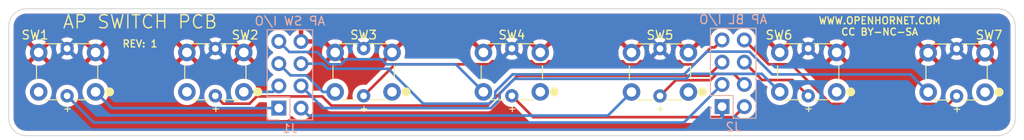
<source format=kicad_pcb>
(kicad_pcb (version 20171130) (host pcbnew "(5.1.4)-1")

  (general
    (thickness 1.6)
    (drawings 392)
    (tracks 98)
    (zones 0)
    (modules 9)
    (nets 17)
  )

  (page A4)
  (layers
    (0 F.Cu signal)
    (31 B.Cu signal)
    (32 B.Adhes user)
    (33 F.Adhes user)
    (34 B.Paste user)
    (35 F.Paste user)
    (36 B.SilkS user)
    (37 F.SilkS user)
    (38 B.Mask user)
    (39 F.Mask user)
    (40 Dwgs.User user)
    (41 Cmts.User user)
    (42 Eco1.User user hide)
    (43 Eco2.User user)
    (44 Edge.Cuts user)
    (45 Margin user)
    (46 B.CrtYd user)
    (47 F.CrtYd user)
    (48 B.Fab user)
    (49 F.Fab user)
  )

  (setup
    (last_trace_width 0.3048)
    (user_trace_width 0.3048)
    (trace_clearance 0.2)
    (zone_clearance 0.508)
    (zone_45_only no)
    (trace_min 0.2)
    (via_size 0.8)
    (via_drill 0.4)
    (via_min_size 0.4)
    (via_min_drill 0.3)
    (uvia_size 0.3)
    (uvia_drill 0.1)
    (uvias_allowed no)
    (uvia_min_size 0.2)
    (uvia_min_drill 0.1)
    (edge_width 0.1)
    (segment_width 0.2)
    (pcb_text_width 0.3)
    (pcb_text_size 1.5 1.5)
    (mod_edge_width 0.15)
    (mod_text_size 1 1)
    (mod_text_width 0.15)
    (pad_size 1.524 1.524)
    (pad_drill 0.762)
    (pad_to_mask_clearance 0)
    (aux_axis_origin 91.005498 83.221398)
    (grid_origin 91.005498 83.221398)
    (visible_elements FFFFFF7F)
    (pcbplotparams
      (layerselection 0x010fc_ffffffff)
      (usegerberextensions false)
      (usegerberattributes false)
      (usegerberadvancedattributes false)
      (creategerberjobfile false)
      (excludeedgelayer true)
      (linewidth 0.100000)
      (plotframeref false)
      (viasonmask false)
      (mode 1)
      (useauxorigin false)
      (hpglpennumber 1)
      (hpglpenspeed 20)
      (hpglpendiameter 15.000000)
      (psnegative false)
      (psa4output false)
      (plotreference true)
      (plotvalue true)
      (plotinvisibletext false)
      (padsonsilk false)
      (subtractmaskfromsilk false)
      (outputformat 1)
      (mirror false)
      (drillshape 0)
      (scaleselection 1)
      (outputdirectory "gerbers/"))
  )

  (net 0 "")
  (net 1 /31)
  (net 2 /DIG0)
  (net 3 /29)
  (net 4 /SEGDP)
  (net 5 /27)
  (net 6 /SEGA)
  (net 7 /25)
  (net 8 /SEGB)
  (net 9 /23)
  (net 10 /SEGC)
  (net 11 /24)
  (net 12 /SEGD)
  (net 13 /22)
  (net 14 /SEGE)
  (net 15 GND)
  (net 16 /SEGF)

  (net_class Default "This is the default net class."
    (clearance 0.2)
    (trace_width 0.25)
    (via_dia 0.8)
    (via_drill 0.4)
    (uvia_dia 0.3)
    (uvia_drill 0.1)
    (add_net /22)
    (add_net /23)
    (add_net /24)
    (add_net /25)
    (add_net /27)
    (add_net /29)
    (add_net /31)
    (add_net /DIG0)
    (add_net /SEGA)
    (add_net /SEGB)
    (add_net /SEGC)
    (add_net /SEGD)
    (add_net /SEGDP)
    (add_net /SEGE)
    (add_net /SEGF)
    (add_net GND)
  )

  (module KiCAD_Libraries:TL1240GQ (layer F.Cu) (tedit 5FC25FED) (tstamp 5FEA85F2)
    (at 94.422998 88.216998)
    (descr https://www.omron.com/ecb/products/pdf/en-b3f.pdf)
    (tags "tact sw push 6mm")
    (path /5FE4A076)
    (fp_text reference SW1 (at -0.4175 -2) (layer F.SilkS)
      (effects (font (size 1 1) (thickness 0.15)))
    )
    (fp_text value TL1240GQ (at 3.2 7.7) (layer F.Fab)
      (effects (font (size 1 1) (thickness 0.15)))
    )
    (fp_text user %R (at 3.25 2.25) (layer F.Fab)
      (effects (font (size 1 1) (thickness 0.15)))
    )
    (fp_line (start 3.25 -0.75) (end 6.25 -0.75) (layer F.Fab) (width 0.1))
    (fp_line (start 6.25 -0.75) (end 6.25 5.25) (layer F.Fab) (width 0.1))
    (fp_line (start 6.25 5.25) (end 0.25 5.25) (layer F.Fab) (width 0.1))
    (fp_line (start 0.25 5.25) (end 0.25 -0.75) (layer F.Fab) (width 0.1))
    (fp_line (start 0.25 -0.75) (end 3.25 -0.75) (layer F.Fab) (width 0.1))
    (fp_line (start 7.75 6) (end 8 6) (layer F.CrtYd) (width 0.05))
    (fp_line (start 8 6) (end 8 5.75) (layer F.CrtYd) (width 0.05))
    (fp_line (start 7.75 -1.5) (end 8 -1.5) (layer F.CrtYd) (width 0.05))
    (fp_line (start 8 -1.5) (end 8 -1.25) (layer F.CrtYd) (width 0.05))
    (fp_line (start -1.5 -1.25) (end -1.5 -1.5) (layer F.CrtYd) (width 0.05))
    (fp_line (start -1.5 -1.5) (end -1.25 -1.5) (layer F.CrtYd) (width 0.05))
    (fp_line (start -1.5 5.75) (end -1.5 6) (layer F.CrtYd) (width 0.05))
    (fp_line (start -1.5 6) (end -1.25 6) (layer F.CrtYd) (width 0.05))
    (fp_line (start -1.25 -1.5) (end 7.75 -1.5) (layer F.CrtYd) (width 0.05))
    (fp_line (start -1.5 5.75) (end -1.5 -1.25) (layer F.CrtYd) (width 0.05))
    (fp_line (start 7.75 6) (end -1.25 6) (layer F.CrtYd) (width 0.05))
    (fp_line (start 8 -1.25) (end 8 5.75) (layer F.CrtYd) (width 0.05))
    (fp_line (start -0.25 1.5) (end -0.25 3) (layer F.SilkS) (width 0.12))
    (fp_line (start 6.75 3) (end 6.75 1.5) (layer F.SilkS) (width 0.12))
    (fp_circle (center 3.25 2.25) (end 1.25 2.5) (layer F.Fab) (width 0.1))
    (fp_circle (center 8.1 4.5) (end 8.547214 4.5) (layer F.SilkS) (width 0.12))
    (fp_poly (pts (xy 8.1 4.052786) (xy 8.3 4.1) (xy 8.4 4.2) (xy 8.5 4.3)
      (xy 8.547214 4.5) (xy 8.5 4.7) (xy 8.3 4.9) (xy 8.1 4.947214)
      (xy 7.9 4.9) (xy 7.7 4.7) (xy 7.652786 4.5) (xy 7.7 4.3)
      (xy 7.9 4.1)) (layer F.SilkS) (width 0.1))
    (fp_text user + (at 3.3 6.4) (layer F.SilkS)
      (effects (font (size 0.8 0.8) (thickness 0.12)))
    )
    (fp_line (start 5.9 -1) (end 3.9 -1) (layer F.SilkS) (width 0.12))
    (fp_line (start 2.6 -1) (end 0.5 -1) (layer F.SilkS) (width 0.12))
    (fp_line (start 0.7 5.4) (end 2.5 5.4) (layer F.SilkS) (width 0.12))
    (fp_line (start 4 5.4) (end 5.8 5.4) (layer F.SilkS) (width 0.12))
    (pad 1 thru_hole circle (at 0 4.5 90) (size 2 2) (drill 1.1) (layers *.Cu *.Mask)
      (net 1 /31))
    (pad 2 thru_hole circle (at 0 0 90) (size 2 2) (drill 1.1) (layers *.Cu *.Mask)
      (net 15 GND))
    (pad 1 thru_hole circle (at 6.5 4.5 90) (size 2 2) (drill 1.1) (layers *.Cu *.Mask)
      (net 1 /31))
    (pad 2 thru_hole circle (at 6.5 0 90) (size 2 2) (drill 1.1) (layers *.Cu *.Mask)
      (net 15 GND))
    (pad 6 thru_hole circle (at 3.25 -0.45) (size 1.524 1.524) (drill 0.762) (layers *.Cu *.Mask)
      (net 2 /DIG0))
    (pad 5 thru_hole circle (at 3.25 4.95) (size 1.524 1.524) (drill 0.762) (layers *.Cu *.Mask)
      (net 4 /SEGDP))
    (model ../../../../lib/3D/TL1240GQ.STEP
      (offset (xyz 3.25 -2.25 0))
      (scale (xyz 1 1 1))
      (rotate (xyz 0 0 0))
    )
  )

  (module KiCAD_Libraries:TL1240GQ (layer F.Cu) (tedit 5FC25FED) (tstamp 5FEA8618)
    (at 111.360498 88.216998)
    (descr https://www.omron.com/ecb/products/pdf/en-b3f.pdf)
    (tags "tact sw push 6mm")
    (path /5FE4D524)
    (fp_text reference SW2 (at 6.645 -2) (layer F.SilkS)
      (effects (font (size 1 1) (thickness 0.15)))
    )
    (fp_text value TL1240GQ (at 3.2 7.7) (layer F.Fab)
      (effects (font (size 1 1) (thickness 0.15)))
    )
    (fp_line (start 4 5.4) (end 5.8 5.4) (layer F.SilkS) (width 0.12))
    (fp_line (start 0.7 5.4) (end 2.5 5.4) (layer F.SilkS) (width 0.12))
    (fp_line (start 2.6 -1) (end 0.5 -1) (layer F.SilkS) (width 0.12))
    (fp_line (start 5.9 -1) (end 3.9 -1) (layer F.SilkS) (width 0.12))
    (fp_text user + (at 3.3 6.4) (layer F.SilkS)
      (effects (font (size 0.8 0.8) (thickness 0.12)))
    )
    (fp_poly (pts (xy 8.1 4.052786) (xy 8.3 4.1) (xy 8.4 4.2) (xy 8.5 4.3)
      (xy 8.547214 4.5) (xy 8.5 4.7) (xy 8.3 4.9) (xy 8.1 4.947214)
      (xy 7.9 4.9) (xy 7.7 4.7) (xy 7.652786 4.5) (xy 7.7 4.3)
      (xy 7.9 4.1)) (layer F.SilkS) (width 0.1))
    (fp_circle (center 8.1 4.5) (end 8.547214 4.5) (layer F.SilkS) (width 0.12))
    (fp_circle (center 3.25 2.25) (end 1.25 2.5) (layer F.Fab) (width 0.1))
    (fp_line (start 6.75 3) (end 6.75 1.5) (layer F.SilkS) (width 0.12))
    (fp_line (start -0.25 1.5) (end -0.25 3) (layer F.SilkS) (width 0.12))
    (fp_line (start 8 -1.25) (end 8 5.75) (layer F.CrtYd) (width 0.05))
    (fp_line (start 7.75 6) (end -1.25 6) (layer F.CrtYd) (width 0.05))
    (fp_line (start -1.5 5.75) (end -1.5 -1.25) (layer F.CrtYd) (width 0.05))
    (fp_line (start -1.25 -1.5) (end 7.75 -1.5) (layer F.CrtYd) (width 0.05))
    (fp_line (start -1.5 6) (end -1.25 6) (layer F.CrtYd) (width 0.05))
    (fp_line (start -1.5 5.75) (end -1.5 6) (layer F.CrtYd) (width 0.05))
    (fp_line (start -1.5 -1.5) (end -1.25 -1.5) (layer F.CrtYd) (width 0.05))
    (fp_line (start -1.5 -1.25) (end -1.5 -1.5) (layer F.CrtYd) (width 0.05))
    (fp_line (start 8 -1.5) (end 8 -1.25) (layer F.CrtYd) (width 0.05))
    (fp_line (start 7.75 -1.5) (end 8 -1.5) (layer F.CrtYd) (width 0.05))
    (fp_line (start 8 6) (end 8 5.75) (layer F.CrtYd) (width 0.05))
    (fp_line (start 7.75 6) (end 8 6) (layer F.CrtYd) (width 0.05))
    (fp_line (start 0.25 -0.75) (end 3.25 -0.75) (layer F.Fab) (width 0.1))
    (fp_line (start 0.25 5.25) (end 0.25 -0.75) (layer F.Fab) (width 0.1))
    (fp_line (start 6.25 5.25) (end 0.25 5.25) (layer F.Fab) (width 0.1))
    (fp_line (start 6.25 -0.75) (end 6.25 5.25) (layer F.Fab) (width 0.1))
    (fp_line (start 3.25 -0.75) (end 6.25 -0.75) (layer F.Fab) (width 0.1))
    (fp_text user %R (at 3.25 2.25) (layer F.Fab)
      (effects (font (size 1 1) (thickness 0.15)))
    )
    (pad 5 thru_hole circle (at 3.25 4.95) (size 1.524 1.524) (drill 0.762) (layers *.Cu *.Mask)
      (net 6 /SEGA))
    (pad 6 thru_hole circle (at 3.25 -0.45) (size 1.524 1.524) (drill 0.762) (layers *.Cu *.Mask)
      (net 2 /DIG0))
    (pad 2 thru_hole circle (at 6.5 0 90) (size 2 2) (drill 1.1) (layers *.Cu *.Mask)
      (net 15 GND))
    (pad 1 thru_hole circle (at 6.5 4.5 90) (size 2 2) (drill 1.1) (layers *.Cu *.Mask)
      (net 3 /29))
    (pad 2 thru_hole circle (at 0 0 90) (size 2 2) (drill 1.1) (layers *.Cu *.Mask)
      (net 15 GND))
    (pad 1 thru_hole circle (at 0 4.5 90) (size 2 2) (drill 1.1) (layers *.Cu *.Mask)
      (net 3 /29))
    (model ../../../../lib/3D/TL1240GQ.STEP
      (offset (xyz 3.25 -2.25 0))
      (scale (xyz 1 1 1))
      (rotate (xyz 0 0 0))
    )
  )

  (module KiCAD_Libraries:TL1240GQ (layer F.Cu) (tedit 5FC25FED) (tstamp 5FEA863E)
    (at 128.297998 88.216998)
    (descr https://www.omron.com/ecb/products/pdf/en-b3f.pdf)
    (tags "tact sw push 6mm")
    (path /5FE4E420)
    (fp_text reference SW3 (at 3.25 -2) (layer F.SilkS)
      (effects (font (size 1 1) (thickness 0.15)))
    )
    (fp_text value TL1240GQ (at 3.2 7.7) (layer F.Fab)
      (effects (font (size 1 1) (thickness 0.15)))
    )
    (fp_text user %R (at 3.25 2.25) (layer F.Fab)
      (effects (font (size 1 1) (thickness 0.15)))
    )
    (fp_line (start 3.25 -0.75) (end 6.25 -0.75) (layer F.Fab) (width 0.1))
    (fp_line (start 6.25 -0.75) (end 6.25 5.25) (layer F.Fab) (width 0.1))
    (fp_line (start 6.25 5.25) (end 0.25 5.25) (layer F.Fab) (width 0.1))
    (fp_line (start 0.25 5.25) (end 0.25 -0.75) (layer F.Fab) (width 0.1))
    (fp_line (start 0.25 -0.75) (end 3.25 -0.75) (layer F.Fab) (width 0.1))
    (fp_line (start 7.75 6) (end 8 6) (layer F.CrtYd) (width 0.05))
    (fp_line (start 8 6) (end 8 5.75) (layer F.CrtYd) (width 0.05))
    (fp_line (start 7.75 -1.5) (end 8 -1.5) (layer F.CrtYd) (width 0.05))
    (fp_line (start 8 -1.5) (end 8 -1.25) (layer F.CrtYd) (width 0.05))
    (fp_line (start -1.5 -1.25) (end -1.5 -1.5) (layer F.CrtYd) (width 0.05))
    (fp_line (start -1.5 -1.5) (end -1.25 -1.5) (layer F.CrtYd) (width 0.05))
    (fp_line (start -1.5 5.75) (end -1.5 6) (layer F.CrtYd) (width 0.05))
    (fp_line (start -1.5 6) (end -1.25 6) (layer F.CrtYd) (width 0.05))
    (fp_line (start -1.25 -1.5) (end 7.75 -1.5) (layer F.CrtYd) (width 0.05))
    (fp_line (start -1.5 5.75) (end -1.5 -1.25) (layer F.CrtYd) (width 0.05))
    (fp_line (start 7.75 6) (end -1.25 6) (layer F.CrtYd) (width 0.05))
    (fp_line (start 8 -1.25) (end 8 5.75) (layer F.CrtYd) (width 0.05))
    (fp_line (start -0.25 1.5) (end -0.25 3) (layer F.SilkS) (width 0.12))
    (fp_line (start 6.75 3) (end 6.75 1.5) (layer F.SilkS) (width 0.12))
    (fp_circle (center 3.25 2.25) (end 1.25 2.5) (layer F.Fab) (width 0.1))
    (fp_circle (center 8.1 4.5) (end 8.547214 4.5) (layer F.SilkS) (width 0.12))
    (fp_poly (pts (xy 8.1 4.052786) (xy 8.3 4.1) (xy 8.4 4.2) (xy 8.5 4.3)
      (xy 8.547214 4.5) (xy 8.5 4.7) (xy 8.3 4.9) (xy 8.1 4.947214)
      (xy 7.9 4.9) (xy 7.7 4.7) (xy 7.652786 4.5) (xy 7.7 4.3)
      (xy 7.9 4.1)) (layer F.SilkS) (width 0.1))
    (fp_text user + (at 3.3 6.4) (layer F.SilkS)
      (effects (font (size 0.8 0.8) (thickness 0.12)))
    )
    (fp_line (start 5.9 -1) (end 3.9 -1) (layer F.SilkS) (width 0.12))
    (fp_line (start 2.6 -1) (end 0.5 -1) (layer F.SilkS) (width 0.12))
    (fp_line (start 0.7 5.4) (end 2.5 5.4) (layer F.SilkS) (width 0.12))
    (fp_line (start 4 5.4) (end 5.8 5.4) (layer F.SilkS) (width 0.12))
    (pad 1 thru_hole circle (at 0 4.5 90) (size 2 2) (drill 1.1) (layers *.Cu *.Mask)
      (net 5 /27))
    (pad 2 thru_hole circle (at 0 0 90) (size 2 2) (drill 1.1) (layers *.Cu *.Mask)
      (net 15 GND))
    (pad 1 thru_hole circle (at 6.5 4.5 90) (size 2 2) (drill 1.1) (layers *.Cu *.Mask)
      (net 5 /27))
    (pad 2 thru_hole circle (at 6.5 0 90) (size 2 2) (drill 1.1) (layers *.Cu *.Mask)
      (net 15 GND))
    (pad 6 thru_hole circle (at 3.25 -0.45) (size 1.524 1.524) (drill 0.762) (layers *.Cu *.Mask)
      (net 2 /DIG0))
    (pad 5 thru_hole circle (at 3.25 4.95) (size 1.524 1.524) (drill 0.762) (layers *.Cu *.Mask)
      (net 8 /SEGB))
    (model ../../../../lib/3D/TL1240GQ.STEP
      (offset (xyz 3.25 -2.25 0))
      (scale (xyz 1 1 1))
      (rotate (xyz 0 0 0))
    )
  )

  (module KiCAD_Libraries:TL1240GQ (layer F.Cu) (tedit 5FC25FED) (tstamp 5FEA8664)
    (at 145.235498 88.216998)
    (descr https://www.omron.com/ecb/products/pdf/en-b3f.pdf)
    (tags "tact sw push 6mm")
    (path /5FE4EE85)
    (fp_text reference SW4 (at 3.25 -2) (layer F.SilkS)
      (effects (font (size 1 1) (thickness 0.15)))
    )
    (fp_text value TL1240GQ (at 3.2 7.7) (layer F.Fab)
      (effects (font (size 1 1) (thickness 0.15)))
    )
    (fp_line (start 4 5.4) (end 5.8 5.4) (layer F.SilkS) (width 0.12))
    (fp_line (start 0.7 5.4) (end 2.5 5.4) (layer F.SilkS) (width 0.12))
    (fp_line (start 2.6 -1) (end 0.5 -1) (layer F.SilkS) (width 0.12))
    (fp_line (start 5.9 -1) (end 3.9 -1) (layer F.SilkS) (width 0.12))
    (fp_text user + (at 3.3 6.4) (layer F.SilkS)
      (effects (font (size 0.8 0.8) (thickness 0.12)))
    )
    (fp_poly (pts (xy 8.1 4.052786) (xy 8.3 4.1) (xy 8.4 4.2) (xy 8.5 4.3)
      (xy 8.547214 4.5) (xy 8.5 4.7) (xy 8.3 4.9) (xy 8.1 4.947214)
      (xy 7.9 4.9) (xy 7.7 4.7) (xy 7.652786 4.5) (xy 7.7 4.3)
      (xy 7.9 4.1)) (layer F.SilkS) (width 0.1))
    (fp_circle (center 8.1 4.5) (end 8.547214 4.5) (layer F.SilkS) (width 0.12))
    (fp_circle (center 3.25 2.25) (end 1.25 2.5) (layer F.Fab) (width 0.1))
    (fp_line (start 6.75 3) (end 6.75 1.5) (layer F.SilkS) (width 0.12))
    (fp_line (start -0.25 1.5) (end -0.25 3) (layer F.SilkS) (width 0.12))
    (fp_line (start 8 -1.25) (end 8 5.75) (layer F.CrtYd) (width 0.05))
    (fp_line (start 7.75 6) (end -1.25 6) (layer F.CrtYd) (width 0.05))
    (fp_line (start -1.5 5.75) (end -1.5 -1.25) (layer F.CrtYd) (width 0.05))
    (fp_line (start -1.25 -1.5) (end 7.75 -1.5) (layer F.CrtYd) (width 0.05))
    (fp_line (start -1.5 6) (end -1.25 6) (layer F.CrtYd) (width 0.05))
    (fp_line (start -1.5 5.75) (end -1.5 6) (layer F.CrtYd) (width 0.05))
    (fp_line (start -1.5 -1.5) (end -1.25 -1.5) (layer F.CrtYd) (width 0.05))
    (fp_line (start -1.5 -1.25) (end -1.5 -1.5) (layer F.CrtYd) (width 0.05))
    (fp_line (start 8 -1.5) (end 8 -1.25) (layer F.CrtYd) (width 0.05))
    (fp_line (start 7.75 -1.5) (end 8 -1.5) (layer F.CrtYd) (width 0.05))
    (fp_line (start 8 6) (end 8 5.75) (layer F.CrtYd) (width 0.05))
    (fp_line (start 7.75 6) (end 8 6) (layer F.CrtYd) (width 0.05))
    (fp_line (start 0.25 -0.75) (end 3.25 -0.75) (layer F.Fab) (width 0.1))
    (fp_line (start 0.25 5.25) (end 0.25 -0.75) (layer F.Fab) (width 0.1))
    (fp_line (start 6.25 5.25) (end 0.25 5.25) (layer F.Fab) (width 0.1))
    (fp_line (start 6.25 -0.75) (end 6.25 5.25) (layer F.Fab) (width 0.1))
    (fp_line (start 3.25 -0.75) (end 6.25 -0.75) (layer F.Fab) (width 0.1))
    (fp_text user %R (at 3.25 2.25) (layer F.Fab)
      (effects (font (size 1 1) (thickness 0.15)))
    )
    (pad 5 thru_hole circle (at 3.25 4.95) (size 1.524 1.524) (drill 0.762) (layers *.Cu *.Mask)
      (net 10 /SEGC))
    (pad 6 thru_hole circle (at 3.25 -0.45) (size 1.524 1.524) (drill 0.762) (layers *.Cu *.Mask)
      (net 2 /DIG0))
    (pad 2 thru_hole circle (at 6.5 0 90) (size 2 2) (drill 1.1) (layers *.Cu *.Mask)
      (net 15 GND))
    (pad 1 thru_hole circle (at 6.5 4.5 90) (size 2 2) (drill 1.1) (layers *.Cu *.Mask)
      (net 7 /25))
    (pad 2 thru_hole circle (at 0 0 90) (size 2 2) (drill 1.1) (layers *.Cu *.Mask)
      (net 15 GND))
    (pad 1 thru_hole circle (at 0 4.5 90) (size 2 2) (drill 1.1) (layers *.Cu *.Mask)
      (net 7 /25))
    (model ../../../../lib/3D/TL1240GQ.STEP
      (offset (xyz 3.25 -2.25 0))
      (scale (xyz 1 1 1))
      (rotate (xyz 0 0 0))
    )
  )

  (module KiCAD_Libraries:TL1240GQ (layer F.Cu) (tedit 5FC25FED) (tstamp 5FEA868A)
    (at 162.157373 88.232623)
    (descr https://www.omron.com/ecb/products/pdf/en-b3f.pdf)
    (tags "tact sw push 6mm")
    (path /5FE4FBDC)
    (fp_text reference SW5 (at 3.25 -2) (layer F.SilkS)
      (effects (font (size 1 1) (thickness 0.15)))
    )
    (fp_text value TL1240GQ (at 3.2 7.7) (layer F.Fab)
      (effects (font (size 1 1) (thickness 0.15)))
    )
    (fp_text user %R (at 3.25 2.25) (layer F.Fab)
      (effects (font (size 1 1) (thickness 0.15)))
    )
    (fp_line (start 3.25 -0.75) (end 6.25 -0.75) (layer F.Fab) (width 0.1))
    (fp_line (start 6.25 -0.75) (end 6.25 5.25) (layer F.Fab) (width 0.1))
    (fp_line (start 6.25 5.25) (end 0.25 5.25) (layer F.Fab) (width 0.1))
    (fp_line (start 0.25 5.25) (end 0.25 -0.75) (layer F.Fab) (width 0.1))
    (fp_line (start 0.25 -0.75) (end 3.25 -0.75) (layer F.Fab) (width 0.1))
    (fp_line (start 7.75 6) (end 8 6) (layer F.CrtYd) (width 0.05))
    (fp_line (start 8 6) (end 8 5.75) (layer F.CrtYd) (width 0.05))
    (fp_line (start 7.75 -1.5) (end 8 -1.5) (layer F.CrtYd) (width 0.05))
    (fp_line (start 8 -1.5) (end 8 -1.25) (layer F.CrtYd) (width 0.05))
    (fp_line (start -1.5 -1.25) (end -1.5 -1.5) (layer F.CrtYd) (width 0.05))
    (fp_line (start -1.5 -1.5) (end -1.25 -1.5) (layer F.CrtYd) (width 0.05))
    (fp_line (start -1.5 5.75) (end -1.5 6) (layer F.CrtYd) (width 0.05))
    (fp_line (start -1.5 6) (end -1.25 6) (layer F.CrtYd) (width 0.05))
    (fp_line (start -1.25 -1.5) (end 7.75 -1.5) (layer F.CrtYd) (width 0.05))
    (fp_line (start -1.5 5.75) (end -1.5 -1.25) (layer F.CrtYd) (width 0.05))
    (fp_line (start 7.75 6) (end -1.25 6) (layer F.CrtYd) (width 0.05))
    (fp_line (start 8 -1.25) (end 8 5.75) (layer F.CrtYd) (width 0.05))
    (fp_line (start -0.25 1.5) (end -0.25 3) (layer F.SilkS) (width 0.12))
    (fp_line (start 6.75 3) (end 6.75 1.5) (layer F.SilkS) (width 0.12))
    (fp_circle (center 3.25 2.25) (end 1.25 2.5) (layer F.Fab) (width 0.1))
    (fp_circle (center 8.1 4.5) (end 8.547214 4.5) (layer F.SilkS) (width 0.12))
    (fp_poly (pts (xy 8.1 4.052786) (xy 8.3 4.1) (xy 8.4 4.2) (xy 8.5 4.3)
      (xy 8.547214 4.5) (xy 8.5 4.7) (xy 8.3 4.9) (xy 8.1 4.947214)
      (xy 7.9 4.9) (xy 7.7 4.7) (xy 7.652786 4.5) (xy 7.7 4.3)
      (xy 7.9 4.1)) (layer F.SilkS) (width 0.1))
    (fp_text user + (at 3.3 6.4) (layer F.SilkS)
      (effects (font (size 0.8 0.8) (thickness 0.12)))
    )
    (fp_line (start 5.9 -1) (end 3.9 -1) (layer F.SilkS) (width 0.12))
    (fp_line (start 2.6 -1) (end 0.5 -1) (layer F.SilkS) (width 0.12))
    (fp_line (start 0.7 5.4) (end 2.5 5.4) (layer F.SilkS) (width 0.12))
    (fp_line (start 4 5.4) (end 5.8 5.4) (layer F.SilkS) (width 0.12))
    (pad 1 thru_hole circle (at 0 4.5 90) (size 2 2) (drill 1.1) (layers *.Cu *.Mask)
      (net 9 /23))
    (pad 2 thru_hole circle (at 0 0 90) (size 2 2) (drill 1.1) (layers *.Cu *.Mask)
      (net 15 GND))
    (pad 1 thru_hole circle (at 6.5 4.5 90) (size 2 2) (drill 1.1) (layers *.Cu *.Mask)
      (net 9 /23))
    (pad 2 thru_hole circle (at 6.5 0 90) (size 2 2) (drill 1.1) (layers *.Cu *.Mask)
      (net 15 GND))
    (pad 6 thru_hole circle (at 3.25 -0.45) (size 1.524 1.524) (drill 0.762) (layers *.Cu *.Mask)
      (net 2 /DIG0))
    (pad 5 thru_hole circle (at 3.25 4.95) (size 1.524 1.524) (drill 0.762) (layers *.Cu *.Mask)
      (net 12 /SEGD))
    (model ../../../../lib/3D/TL1240GQ.STEP
      (offset (xyz 3.25 -2.25 0))
      (scale (xyz 1 1 1))
      (rotate (xyz 0 0 0))
    )
  )

  (module KiCAD_Libraries:TL1240GQ (layer F.Cu) (tedit 5FC25FED) (tstamp 5FEA86B0)
    (at 179.094873 88.216998)
    (descr https://www.omron.com/ecb/products/pdf/en-b3f.pdf)
    (tags "tact sw push 6mm")
    (path /5FE50B77)
    (fp_text reference SW6 (at -0.089375 -1.9956) (layer F.SilkS)
      (effects (font (size 1 1) (thickness 0.15)))
    )
    (fp_text value TL1240GQ (at 3.2 7.7) (layer F.Fab)
      (effects (font (size 1 1) (thickness 0.15)))
    )
    (fp_line (start 4 5.4) (end 5.8 5.4) (layer F.SilkS) (width 0.12))
    (fp_line (start 0.7 5.4) (end 2.5 5.4) (layer F.SilkS) (width 0.12))
    (fp_line (start 2.6 -1) (end 0.5 -1) (layer F.SilkS) (width 0.12))
    (fp_line (start 5.9 -1) (end 3.9 -1) (layer F.SilkS) (width 0.12))
    (fp_text user + (at 3.3 6.4) (layer F.SilkS)
      (effects (font (size 0.8 0.8) (thickness 0.12)))
    )
    (fp_poly (pts (xy 8.1 4.052786) (xy 8.3 4.1) (xy 8.4 4.2) (xy 8.5 4.3)
      (xy 8.547214 4.5) (xy 8.5 4.7) (xy 8.3 4.9) (xy 8.1 4.947214)
      (xy 7.9 4.9) (xy 7.7 4.7) (xy 7.652786 4.5) (xy 7.7 4.3)
      (xy 7.9 4.1)) (layer F.SilkS) (width 0.1))
    (fp_circle (center 8.1 4.5) (end 8.547214 4.5) (layer F.SilkS) (width 0.12))
    (fp_circle (center 3.25 2.25) (end 1.25 2.5) (layer F.Fab) (width 0.1))
    (fp_line (start 6.75 3) (end 6.75 1.5) (layer F.SilkS) (width 0.12))
    (fp_line (start -0.25 1.5) (end -0.25 3) (layer F.SilkS) (width 0.12))
    (fp_line (start 8 -1.25) (end 8 5.75) (layer F.CrtYd) (width 0.05))
    (fp_line (start 7.75 6) (end -1.25 6) (layer F.CrtYd) (width 0.05))
    (fp_line (start -1.5 5.75) (end -1.5 -1.25) (layer F.CrtYd) (width 0.05))
    (fp_line (start -1.25 -1.5) (end 7.75 -1.5) (layer F.CrtYd) (width 0.05))
    (fp_line (start -1.5 6) (end -1.25 6) (layer F.CrtYd) (width 0.05))
    (fp_line (start -1.5 5.75) (end -1.5 6) (layer F.CrtYd) (width 0.05))
    (fp_line (start -1.5 -1.5) (end -1.25 -1.5) (layer F.CrtYd) (width 0.05))
    (fp_line (start -1.5 -1.25) (end -1.5 -1.5) (layer F.CrtYd) (width 0.05))
    (fp_line (start 8 -1.5) (end 8 -1.25) (layer F.CrtYd) (width 0.05))
    (fp_line (start 7.75 -1.5) (end 8 -1.5) (layer F.CrtYd) (width 0.05))
    (fp_line (start 8 6) (end 8 5.75) (layer F.CrtYd) (width 0.05))
    (fp_line (start 7.75 6) (end 8 6) (layer F.CrtYd) (width 0.05))
    (fp_line (start 0.25 -0.75) (end 3.25 -0.75) (layer F.Fab) (width 0.1))
    (fp_line (start 0.25 5.25) (end 0.25 -0.75) (layer F.Fab) (width 0.1))
    (fp_line (start 6.25 5.25) (end 0.25 5.25) (layer F.Fab) (width 0.1))
    (fp_line (start 6.25 -0.75) (end 6.25 5.25) (layer F.Fab) (width 0.1))
    (fp_line (start 3.25 -0.75) (end 6.25 -0.75) (layer F.Fab) (width 0.1))
    (fp_text user %R (at 3.25 2.25) (layer F.Fab)
      (effects (font (size 1 1) (thickness 0.15)))
    )
    (pad 5 thru_hole circle (at 3.25 4.95) (size 1.524 1.524) (drill 0.762) (layers *.Cu *.Mask)
      (net 14 /SEGE))
    (pad 6 thru_hole circle (at 3.25 -0.45) (size 1.524 1.524) (drill 0.762) (layers *.Cu *.Mask)
      (net 2 /DIG0))
    (pad 2 thru_hole circle (at 6.5 0 90) (size 2 2) (drill 1.1) (layers *.Cu *.Mask)
      (net 15 GND))
    (pad 1 thru_hole circle (at 6.5 4.5 90) (size 2 2) (drill 1.1) (layers *.Cu *.Mask)
      (net 11 /24))
    (pad 2 thru_hole circle (at 0 0 90) (size 2 2) (drill 1.1) (layers *.Cu *.Mask)
      (net 15 GND))
    (pad 1 thru_hole circle (at 0 4.5 90) (size 2 2) (drill 1.1) (layers *.Cu *.Mask)
      (net 11 /24))
    (model ../../../../lib/3D/TL1240GQ.STEP
      (offset (xyz 3.25 -2.25 0))
      (scale (xyz 1 1 1))
      (rotate (xyz 0 0 0))
    )
  )

  (module KiCAD_Libraries:TL1240GQ (layer F.Cu) (tedit 5FC25FED) (tstamp 5FEA86D6)
    (at 196.047998 88.248248)
    (descr https://www.omron.com/ecb/products/pdf/en-b3f.pdf)
    (tags "tact sw push 6mm")
    (path /5FE5114C)
    (fp_text reference SW7 (at 6.9575 -2.02685) (layer F.SilkS)
      (effects (font (size 1 1) (thickness 0.15)))
    )
    (fp_text value TL1240GQ (at 3.2 7.7) (layer F.Fab)
      (effects (font (size 1 1) (thickness 0.15)))
    )
    (fp_text user %R (at 3.25 2.25) (layer F.Fab)
      (effects (font (size 1 1) (thickness 0.15)))
    )
    (fp_line (start 3.25 -0.75) (end 6.25 -0.75) (layer F.Fab) (width 0.1))
    (fp_line (start 6.25 -0.75) (end 6.25 5.25) (layer F.Fab) (width 0.1))
    (fp_line (start 6.25 5.25) (end 0.25 5.25) (layer F.Fab) (width 0.1))
    (fp_line (start 0.25 5.25) (end 0.25 -0.75) (layer F.Fab) (width 0.1))
    (fp_line (start 0.25 -0.75) (end 3.25 -0.75) (layer F.Fab) (width 0.1))
    (fp_line (start 7.75 6) (end 8 6) (layer F.CrtYd) (width 0.05))
    (fp_line (start 8 6) (end 8 5.75) (layer F.CrtYd) (width 0.05))
    (fp_line (start 7.75 -1.5) (end 8 -1.5) (layer F.CrtYd) (width 0.05))
    (fp_line (start 8 -1.5) (end 8 -1.25) (layer F.CrtYd) (width 0.05))
    (fp_line (start -1.5 -1.25) (end -1.5 -1.5) (layer F.CrtYd) (width 0.05))
    (fp_line (start -1.5 -1.5) (end -1.25 -1.5) (layer F.CrtYd) (width 0.05))
    (fp_line (start -1.5 5.75) (end -1.5 6) (layer F.CrtYd) (width 0.05))
    (fp_line (start -1.5 6) (end -1.25 6) (layer F.CrtYd) (width 0.05))
    (fp_line (start -1.25 -1.5) (end 7.75 -1.5) (layer F.CrtYd) (width 0.05))
    (fp_line (start -1.5 5.75) (end -1.5 -1.25) (layer F.CrtYd) (width 0.05))
    (fp_line (start 7.75 6) (end -1.25 6) (layer F.CrtYd) (width 0.05))
    (fp_line (start 8 -1.25) (end 8 5.75) (layer F.CrtYd) (width 0.05))
    (fp_line (start -0.25 1.5) (end -0.25 3) (layer F.SilkS) (width 0.12))
    (fp_line (start 6.75 3) (end 6.75 1.5) (layer F.SilkS) (width 0.12))
    (fp_circle (center 3.25 2.25) (end 1.25 2.5) (layer F.Fab) (width 0.1))
    (fp_circle (center 8.1 4.5) (end 8.547214 4.5) (layer F.SilkS) (width 0.12))
    (fp_poly (pts (xy 8.1 4.052786) (xy 8.3 4.1) (xy 8.4 4.2) (xy 8.5 4.3)
      (xy 8.547214 4.5) (xy 8.5 4.7) (xy 8.3 4.9) (xy 8.1 4.947214)
      (xy 7.9 4.9) (xy 7.7 4.7) (xy 7.652786 4.5) (xy 7.7 4.3)
      (xy 7.9 4.1)) (layer F.SilkS) (width 0.1))
    (fp_text user + (at 3.3 6.4) (layer F.SilkS)
      (effects (font (size 0.8 0.8) (thickness 0.12)))
    )
    (fp_line (start 5.9 -1) (end 3.9 -1) (layer F.SilkS) (width 0.12))
    (fp_line (start 2.6 -1) (end 0.5 -1) (layer F.SilkS) (width 0.12))
    (fp_line (start 0.7 5.4) (end 2.5 5.4) (layer F.SilkS) (width 0.12))
    (fp_line (start 4 5.4) (end 5.8 5.4) (layer F.SilkS) (width 0.12))
    (pad 1 thru_hole circle (at 0 4.5 90) (size 2 2) (drill 1.1) (layers *.Cu *.Mask)
      (net 13 /22))
    (pad 2 thru_hole circle (at 0 0 90) (size 2 2) (drill 1.1) (layers *.Cu *.Mask)
      (net 15 GND))
    (pad 1 thru_hole circle (at 6.5 4.5 90) (size 2 2) (drill 1.1) (layers *.Cu *.Mask)
      (net 13 /22))
    (pad 2 thru_hole circle (at 6.5 0 90) (size 2 2) (drill 1.1) (layers *.Cu *.Mask)
      (net 15 GND))
    (pad 6 thru_hole circle (at 3.25 -0.45) (size 1.524 1.524) (drill 0.762) (layers *.Cu *.Mask)
      (net 2 /DIG0))
    (pad 5 thru_hole circle (at 3.25 4.95) (size 1.524 1.524) (drill 0.762) (layers *.Cu *.Mask)
      (net 16 /SEGF))
    (model ../../../../lib/3D/TL1240GQ.STEP
      (offset (xyz 3.25 -2.25 0))
      (scale (xyz 1 1 1))
      (rotate (xyz 0 0 0))
    )
  )

  (module Connector_PinHeader_2.54mm:PinHeader_2x04_P2.54mm_Vertical (layer B.Cu) (tedit 59FED5CC) (tstamp 5FEA8CDE)
    (at 121.860498 94.576373)
    (descr "Through hole straight pin header, 2x04, 2.54mm pitch, double rows")
    (tags "Through hole pin header THT 2x04 2.54mm double row")
    (path /5FEA9DBF)
    (fp_text reference J1 (at 1.27 2.33) (layer B.SilkS)
      (effects (font (size 1 1) (thickness 0.15)) (justify mirror))
    )
    (fp_text value "AP SW I/O" (at 1.27 -9.95) (layer B.SilkS)
      (effects (font (size 1 1) (thickness 0.15)) (justify mirror))
    )
    (fp_line (start 0 1.27) (end 3.81 1.27) (layer B.Fab) (width 0.1))
    (fp_line (start 3.81 1.27) (end 3.81 -8.89) (layer B.Fab) (width 0.1))
    (fp_line (start 3.81 -8.89) (end -1.27 -8.89) (layer B.Fab) (width 0.1))
    (fp_line (start -1.27 -8.89) (end -1.27 0) (layer B.Fab) (width 0.1))
    (fp_line (start -1.27 0) (end 0 1.27) (layer B.Fab) (width 0.1))
    (fp_line (start -1.33 -8.95) (end 3.87 -8.95) (layer B.SilkS) (width 0.12))
    (fp_line (start -1.33 -1.27) (end -1.33 -8.95) (layer B.SilkS) (width 0.12))
    (fp_line (start 3.87 1.33) (end 3.87 -8.95) (layer B.SilkS) (width 0.12))
    (fp_line (start -1.33 -1.27) (end 1.27 -1.27) (layer B.SilkS) (width 0.12))
    (fp_line (start 1.27 -1.27) (end 1.27 1.33) (layer B.SilkS) (width 0.12))
    (fp_line (start 1.27 1.33) (end 3.87 1.33) (layer B.SilkS) (width 0.12))
    (fp_line (start -1.33 0) (end -1.33 1.33) (layer B.SilkS) (width 0.12))
    (fp_line (start -1.33 1.33) (end 0 1.33) (layer B.SilkS) (width 0.12))
    (fp_line (start -1.8 1.8) (end -1.8 -9.4) (layer B.CrtYd) (width 0.05))
    (fp_line (start -1.8 -9.4) (end 4.35 -9.4) (layer B.CrtYd) (width 0.05))
    (fp_line (start 4.35 -9.4) (end 4.35 1.8) (layer B.CrtYd) (width 0.05))
    (fp_line (start 4.35 1.8) (end -1.8 1.8) (layer B.CrtYd) (width 0.05))
    (fp_text user %R (at 1.27 -3.81 270) (layer B.Fab)
      (effects (font (size 1 1) (thickness 0.15)) (justify mirror))
    )
    (pad 1 thru_hole rect (at 0 0) (size 1.7 1.7) (drill 1) (layers *.Cu *.Mask)
      (net 1 /31))
    (pad 2 thru_hole oval (at 2.54 0) (size 1.7 1.7) (drill 1) (layers *.Cu *.Mask)
      (net 9 /23))
    (pad 3 thru_hole oval (at 0 -2.54) (size 1.7 1.7) (drill 1) (layers *.Cu *.Mask)
      (net 3 /29))
    (pad 4 thru_hole oval (at 2.54 -2.54) (size 1.7 1.7) (drill 1) (layers *.Cu *.Mask)
      (net 11 /24))
    (pad 5 thru_hole oval (at 0 -5.08) (size 1.7 1.7) (drill 1) (layers *.Cu *.Mask)
      (net 5 /27))
    (pad 6 thru_hole oval (at 2.54 -5.08) (size 1.7 1.7) (drill 1) (layers *.Cu *.Mask)
      (net 13 /22))
    (pad 7 thru_hole oval (at 0 -7.62) (size 1.7 1.7) (drill 1) (layers *.Cu *.Mask)
      (net 7 /25))
    (pad 8 thru_hole oval (at 2.54 -7.62) (size 1.7 1.7) (drill 1) (layers *.Cu *.Mask)
      (net 15 GND))
    (model ${KISYS3DMOD}/Connector_PinHeader_2.54mm.3dshapes/PinHeader_2x04_P2.54mm_Vertical.wrl
      (at (xyz 0 0 0))
      (scale (xyz 1 1 1))
      (rotate (xyz 0 0 0))
    )
  )

  (module Connector_PinHeader_2.54mm:PinHeader_2x04_P2.54mm_Vertical (layer B.Cu) (tedit 59FED5CC) (tstamp 5FEA8EBB)
    (at 172.505498 94.404498)
    (descr "Through hole straight pin header, 2x04, 2.54mm pitch, double rows")
    (tags "Through hole pin header THT 2x04 2.54mm double row")
    (path /5FEAA189)
    (fp_text reference J2 (at 1.27 2.33) (layer B.SilkS)
      (effects (font (size 1 1) (thickness 0.15)) (justify mirror))
    )
    (fp_text value "AP BL I/O" (at 1.27 -9.95) (layer B.SilkS)
      (effects (font (size 1 1) (thickness 0.15)) (justify mirror))
    )
    (fp_line (start 0 1.27) (end 3.81 1.27) (layer B.Fab) (width 0.1))
    (fp_line (start 3.81 1.27) (end 3.81 -8.89) (layer B.Fab) (width 0.1))
    (fp_line (start 3.81 -8.89) (end -1.27 -8.89) (layer B.Fab) (width 0.1))
    (fp_line (start -1.27 -8.89) (end -1.27 0) (layer B.Fab) (width 0.1))
    (fp_line (start -1.27 0) (end 0 1.27) (layer B.Fab) (width 0.1))
    (fp_line (start -1.33 -8.95) (end 3.87 -8.95) (layer B.SilkS) (width 0.12))
    (fp_line (start -1.33 -1.27) (end -1.33 -8.95) (layer B.SilkS) (width 0.12))
    (fp_line (start 3.87 1.33) (end 3.87 -8.95) (layer B.SilkS) (width 0.12))
    (fp_line (start -1.33 -1.27) (end 1.27 -1.27) (layer B.SilkS) (width 0.12))
    (fp_line (start 1.27 -1.27) (end 1.27 1.33) (layer B.SilkS) (width 0.12))
    (fp_line (start 1.27 1.33) (end 3.87 1.33) (layer B.SilkS) (width 0.12))
    (fp_line (start -1.33 0) (end -1.33 1.33) (layer B.SilkS) (width 0.12))
    (fp_line (start -1.33 1.33) (end 0 1.33) (layer B.SilkS) (width 0.12))
    (fp_line (start -1.8 1.8) (end -1.8 -9.4) (layer B.CrtYd) (width 0.05))
    (fp_line (start -1.8 -9.4) (end 4.35 -9.4) (layer B.CrtYd) (width 0.05))
    (fp_line (start 4.35 -9.4) (end 4.35 1.8) (layer B.CrtYd) (width 0.05))
    (fp_line (start 4.35 1.8) (end -1.8 1.8) (layer B.CrtYd) (width 0.05))
    (fp_text user %R (at 1.27 -3.81 270) (layer B.Fab)
      (effects (font (size 1 1) (thickness 0.15)) (justify mirror))
    )
    (pad 1 thru_hole rect (at 0 0) (size 1.7 1.7) (drill 1) (layers *.Cu *.Mask)
      (net 2 /DIG0))
    (pad 2 thru_hole oval (at 2.54 0) (size 1.7 1.7) (drill 1) (layers *.Cu *.Mask)
      (net 10 /SEGC))
    (pad 3 thru_hole oval (at 0 -2.54) (size 1.7 1.7) (drill 1) (layers *.Cu *.Mask)
      (net 4 /SEGDP))
    (pad 4 thru_hole oval (at 2.54 -2.54) (size 1.7 1.7) (drill 1) (layers *.Cu *.Mask)
      (net 12 /SEGD))
    (pad 5 thru_hole oval (at 0 -5.08) (size 1.7 1.7) (drill 1) (layers *.Cu *.Mask)
      (net 6 /SEGA))
    (pad 6 thru_hole oval (at 2.54 -5.08) (size 1.7 1.7) (drill 1) (layers *.Cu *.Mask)
      (net 14 /SEGE))
    (pad 7 thru_hole oval (at 0 -7.62) (size 1.7 1.7) (drill 1) (layers *.Cu *.Mask)
      (net 8 /SEGB))
    (pad 8 thru_hole oval (at 2.54 -7.62) (size 1.7 1.7) (drill 1) (layers *.Cu *.Mask)
      (net 16 /SEGF))
    (model ${KISYS3DMOD}/Connector_PinHeader_2.54mm.3dshapes/PinHeader_2x04_P2.54mm_Vertical.wrl
      (at (xyz 0 0 0))
      (scale (xyz 1 1 1))
      (rotate (xyz 0 0 0))
    )
  )

  (gr_text "REV: 1" (at 106.005498 87.221398) (layer F.SilkS)
    (effects (font (size 0.8 0.8) (thickness 0.15)))
  )
  (gr_arc (start 93.005498 95.721398) (end 91.005498 95.721398) (angle -90) (layer Edge.Cuts) (width 0.1))
  (gr_arc (start 204.005498 95.721398) (end 204.005498 97.721398) (angle -90) (layer Edge.Cuts) (width 0.1))
  (gr_arc (start 204.005498 85.221398) (end 206.005498 85.221398) (angle -90) (layer Edge.Cuts) (width 0.1))
  (gr_arc (start 93.005498 85.221398) (end 93.005498 83.221398) (angle -90) (layer Edge.Cuts) (width 0.1))
  (gr_text "WWW.OPENHORNET.COM\nCC BY-NC-SA" (at 190.505498 85.221398) (layer F.SilkS)
    (effects (font (size 0.8 0.8) (thickness 0.15)))
  )
  (gr_text "AP SWITCH PCB" (at 106.005498 84.721398) (layer F.SilkS)
    (effects (font (size 1.5 1.5) (thickness 0.15)))
  )
  (gr_line (start 91.005498 95.721398) (end 91.005498 85.221398) (layer Edge.Cuts) (width 0.1) (tstamp 5FEA92A8))
  (gr_line (start 204.005498 97.721398) (end 93.005498 97.721398) (layer Edge.Cuts) (width 0.1))
  (gr_line (start 206.005498 85.221398) (end 206.005498 95.721398) (layer Edge.Cuts) (width 0.1))
  (gr_line (start 93.005498 83.221398) (end 204.005498 83.221398) (layer Edge.Cuts) (width 0.1))
  (gr_arc (start 112.912998 101.541398) (end 112.912998 99.001398) (angle -90) (layer Eco1.User) (width 0.2))
  (gr_circle (center 191.017998 104.081398) (end 193.170648 104.081398) (layer Eco1.User) (width 0.2))
  (gr_arc (start 91.005498 97.731398) (end 89.735498 97.731398) (angle -90) (layer Eco1.User) (width 0.2))
  (gr_line (start 206.448499 81.221398) (end 207.210499 81.221398) (layer Eco1.User) (width 0.2))
  (gr_arc (start 205.940498 81.221398) (end 207.210498 81.221398) (angle -90) (layer Eco1.User) (width 0.2))
  (gr_arc (start 165.406331 90.466998) (end 166.159319 91.764303) (angle -29.73614161) (layer Eco1.User) (width 0.2))
  (gr_circle (center 105.927998 104.081398) (end 108.080648 104.081398) (layer Eco1.User) (width 0.2))
  (gr_line (start 89.735496 98.306123) (end 89.735496 97.731397) (layer Eco1.User) (width 0.2))
  (gr_arc (start 91.005498 98.306124) (end 89.735498 98.306124) (angle -57.39785821) (layer Eco1.User) (width 0.2))
  (gr_line (start 103.533022 107.82601) (end 90.32122 99.376012) (layer Eco1.User) (width 0.2))
  (gr_line (start 206.624776 99.376012) (end 193.412974 107.82601) (layer Eco1.User) (width 0.2))
  (gr_arc (start 205.940498 98.306124) (end 206.624777 99.376013) (angle -57.39785821) (layer Eco1.User) (width 0.2))
  (gr_line (start 91.005496 98.2394) (end 91.005496 99.001397) (layer Eco1.User) (width 0.2))
  (gr_arc (start 105.927998 104.081398) (end 103.533022 107.826009) (angle -122.6021418) (layer Eco1.User) (width 0.2))
  (gr_arc (start 91.005498 97.731398) (end 90.497498 97.731398) (angle -90) (layer Eco1.User) (width 0.2))
  (gr_line (start 89.735496 97.731397) (end 90.497497 97.731397) (layer Eco1.User) (width 0.2))
  (gr_line (start 207.210499 97.731397) (end 207.210499 98.306123) (layer Eco1.User) (width 0.2))
  (gr_arc (start 184.032998 101.541398) (end 186.572998 101.541398) (angle -90) (layer Eco1.User) (width 0.2))
  (gr_line (start 186.572998 104.081396) (end 186.572998 101.541397) (layer Eco1.User) (width 0.2))
  (gr_arc (start 191.017998 104.081398) (end 186.572998 104.081398) (angle -122.6021418) (layer Eco1.User) (width 0.2))
  (gr_line (start 90.497497 81.221398) (end 90.497497 97.731397) (layer Eco1.User) (width 0.2))
  (gr_line (start 89.735496 81.221398) (end 90.497497 81.221398) (layer Eco1.User) (width 0.2))
  (gr_arc (start 205.940498 81.221398) (end 206.448498 81.221398) (angle -90) (layer Eco1.User) (width 0.2))
  (gr_arc (start 167.142991 91.474998) (end 167.142991 90.966998) (angle -59.8680708) (layer Eco1.User) (width 0.2))
  (gr_line (start 205.940499 79.951395) (end 205.940499 80.713395) (layer Eco1.User) (width 0.2))
  (gr_line (start 110.372997 101.541397) (end 110.372997 104.081396) (layer Eco1.User) (width 0.2))
  (gr_arc (start 164.398331 86.259998) (end 164.906331 86.259998) (angle -90) (layer Eco1.User) (width 0.2))
  (gr_line (start 89.735496 97.731397) (end 89.735496 81.221398) (layer Eco1.User) (width 0.2))
  (gr_arc (start 169.613331 91.474998) (end 170.121331 91.474998) (angle -90) (layer Eco1.User) (width 0.2))
  (gr_line (start 97.172997 88.730339) (end 97.172997 86.259999) (layer Eco1.User) (width 0.2))
  (gr_arc (start 169.613331 89.458998) (end 169.613331 89.966998) (angle -90) (layer Eco1.User) (width 0.2))
  (gr_arc (start 97.672998 90.466998) (end 96.375693 91.219986) (angle -29.73614161) (layer Eco1.User) (width 0.2))
  (gr_arc (start 97.672998 90.466998) (end 96.92001 89.169693) (angle -29.73614161) (layer Eco1.User) (width 0.2))
  (gr_line (start 167.142992 89.966998) (end 169.613331 89.966998) (layer Eco1.User) (width 0.2))
  (gr_arc (start 167.142991 89.458998) (end 166.703636 89.71401) (angle -59.8680708) (layer Eco1.User) (width 0.2))
  (gr_arc (start 165.406331 90.466998) (end 166.703636 89.71401) (angle -29.73614161) (layer Eco1.User) (width 0.2))
  (gr_line (start 93.465998 89.966998) (end 95.936339 89.966998) (layer Eco1.User) (width 0.2))
  (gr_line (start 169.613331 85.751999) (end 161.199332 85.751999) (layer Eco1.User) (width 0.2))
  (gr_arc (start 101.879998 91.474998) (end 102.387998 91.474998) (angle -90) (layer Eco1.User) (width 0.2))
  (gr_arc (start 93.465998 91.474998) (end 93.465998 90.966998) (angle -90) (layer Eco1.User) (width 0.2))
  (gr_arc (start 97.672998 90.466998) (end 98.970303 89.71401) (angle -29.73614161) (layer Eco1.User) (width 0.2))
  (gr_arc (start 166.414331 88.730338) (end 165.906331 88.730338) (angle -59.8680708) (layer Eco1.User) (width 0.2))
  (gr_line (start 165.906332 88.730339) (end 165.906332 86.259999) (layer Eco1.User) (width 0.2))
  (gr_arc (start 161.199331 91.474998) (end 161.199331 90.966998) (angle -90) (layer Eco1.User) (width 0.2))
  (gr_line (start 159.691331 85.259997) (end 159.691331 95.673997) (layer Eco1.User) (width 0.2))
  (gr_arc (start 95.936338 89.458998) (end 95.936338 89.966998) (angle -59.8680708) (layer Eco1.User) (width 0.2))
  (gr_line (start 99.409658 89.966998) (end 101.879998 89.966998) (layer Eco1.User) (width 0.2))
  (gr_line (start 161.199332 90.967) (end 163.669671 90.967) (layer Eco1.User) (width 0.2))
  (gr_arc (start 98.680998 88.730338) (end 98.172998 88.730338) (angle -59.8680708) (layer Eco1.User) (width 0.2))
  (gr_arc (start 166.414331 86.259998) (end 166.414331 85.751998) (angle -90) (layer Eco1.User) (width 0.2))
  (gr_arc (start 166.414331 94.673998) (end 165.906331 94.673998) (angle -90) (layer Eco1.User) (width 0.2))
  (gr_line (start 164.906332 88.730339) (end 164.906332 86.259999) (layer Eco1.User) (width 0.2))
  (gr_arc (start 169.613331 94.673998) (end 169.613331 95.181998) (angle -90) (layer Eco1.User) (width 0.2))
  (gr_line (start 160.691331 86.259999) (end 160.691331 94.673999) (layer Eco1.User) (width 0.2))
  (gr_arc (start 99.409658 89.458998) (end 98.970303 89.71401) (angle -59.8680708) (layer Eco1.User) (width 0.2))
  (gr_arc (start 164.398331 88.730338) (end 164.653344 89.169693) (angle -59.8680708) (layer Eco1.User) (width 0.2))
  (gr_arc (start 165.406331 90.466998) (end 164.653344 89.169693) (angle -29.73614161) (layer Eco1.User) (width 0.2))
  (gr_arc (start 163.669671 89.458998) (end 163.669671 89.966998) (angle -59.8680708) (layer Eco1.User) (width 0.2))
  (gr_line (start 161.199332 89.966998) (end 163.669671 89.966998) (layer Eco1.User) (width 0.2))
  (gr_arc (start 165.406331 90.466998) (end 164.109026 91.219986) (angle -29.73614161) (layer Eco1.User) (width 0.2))
  (gr_line (start 164.906332 94.673999) (end 164.906332 92.203658) (layer Eco1.User) (width 0.2))
  (gr_line (start 165.906332 94.673999) (end 165.906332 92.203658) (layer Eco1.User) (width 0.2))
  (gr_arc (start 170.613331 95.673998) (end 170.613331 96.181998) (angle -90) (layer Eco1.User) (width 0.2))
  (gr_line (start 99.409658 90.967) (end 101.879998 90.967) (layer Eco1.User) (width 0.2))
  (gr_arc (start 161.199331 94.673998) (end 160.691331 94.673998) (angle -90) (layer Eco1.User) (width 0.2))
  (gr_arc (start 97.672998 90.466998) (end 98.425985 91.764303) (angle -29.73614161) (layer Eco1.User) (width 0.2))
  (gr_arc (start 164.398331 92.203658) (end 164.906331 92.203658) (angle -59.8680708) (layer Eco1.User) (width 0.2))
  (gr_arc (start 96.664998 88.730338) (end 96.92001 89.169693) (angle -59.8680708) (layer Eco1.User) (width 0.2))
  (gr_arc (start 164.398331 94.673998) (end 164.398331 95.181998) (angle -90) (layer Eco1.User) (width 0.2))
  (gr_arc (start 161.199331 86.259998) (end 161.199331 85.751998) (angle -90) (layer Eco1.User) (width 0.2))
  (gr_line (start 171.121332 95.673997) (end 171.121332 85.259997) (layer Eco1.User) (width 0.2))
  (gr_arc (start 170.613331 85.259998) (end 171.121331 85.259998) (angle -90) (layer Eco1.User) (width 0.2))
  (gr_line (start 170.613331 84.751997) (end 160.199331 84.751997) (layer Eco1.User) (width 0.2))
  (gr_arc (start 93.465998 89.458998) (end 92.957998 89.458998) (angle -90) (layer Eco1.User) (width 0.2))
  (gr_arc (start 160.199331 95.673998) (end 159.691331 95.673998) (angle -90) (layer Eco1.User) (width 0.2))
  (gr_line (start 93.465998 90.967) (end 95.936339 90.967) (layer Eco1.User) (width 0.2))
  (gr_arc (start 169.613331 86.259998) (end 170.121331 86.259998) (angle -90) (layer Eco1.User) (width 0.2))
  (gr_arc (start 160.199331 85.259998) (end 160.199331 84.751998) (angle -90) (layer Eco1.User) (width 0.2))
  (gr_arc (start 98.680998 86.259998) (end 98.680998 85.751998) (angle -90) (layer Eco1.User) (width 0.2))
  (gr_line (start 160.199331 96.181996) (end 170.613331 96.181996) (layer Eco1.User) (width 0.2))
  (gr_arc (start 161.199331 89.458998) (end 160.691331 89.458998) (angle -90) (layer Eco1.User) (width 0.2))
  (gr_arc (start 163.669671 91.474998) (end 164.109026 91.219986) (angle -59.8680708) (layer Eco1.User) (width 0.2))
  (gr_arc (start 166.414331 92.203658) (end 166.159319 91.764303) (angle -59.8680708) (layer Eco1.User) (width 0.2))
  (gr_line (start 98.172999 88.730339) (end 98.172999 86.259999) (layer Eco1.User) (width 0.2))
  (gr_arc (start 99.409658 91.474998) (end 99.409658 90.966998) (angle -59.8680708) (layer Eco1.User) (width 0.2))
  (gr_line (start 170.121332 94.673999) (end 170.121332 86.259999) (layer Eco1.User) (width 0.2))
  (gr_circle (center 165.406331 90.466998) (end 165.996881 90.466998) (layer Eco1.User) (width 0.2))
  (gr_arc (start 101.879998 89.458998) (end 101.879998 89.966998) (angle -90) (layer Eco1.User) (width 0.2))
  (gr_line (start 161.199332 95.181998) (end 169.613331 95.181998) (layer Eco1.User) (width 0.2))
  (gr_arc (start 96.664998 86.259998) (end 97.172998 86.259998) (angle -90) (layer Eco1.User) (width 0.2))
  (gr_arc (start 95.936338 91.474998) (end 96.375693 91.219986) (angle -59.8680708) (layer Eco1.User) (width 0.2))
  (gr_line (start 167.142992 90.967) (end 169.613331 90.967) (layer Eco1.User) (width 0.2))
  (gr_line (start 102.387998 94.673999) (end 102.387998 86.259999) (layer Eco1.User) (width 0.2))
  (gr_line (start 93.465998 95.181998) (end 101.879998 95.181998) (layer Eco1.User) (width 0.2))
  (gr_arc (start 96.664998 94.673998) (end 96.664998 95.181998) (angle -90) (layer Eco1.User) (width 0.2))
  (gr_line (start 97.172997 94.673999) (end 97.172997 92.203658) (layer Eco1.User) (width 0.2))
  (gr_circle (center 97.672998 90.466998) (end 98.263548 90.466998) (layer Eco1.User) (width 0.2))
  (gr_line (start 103.387996 95.673997) (end 103.387996 85.259997) (layer Eco1.User) (width 0.2))
  (gr_line (start 91.957997 85.259997) (end 91.957997 95.673997) (layer Eco1.User) (width 0.2))
  (gr_arc (start 182.339665 90.466998) (end 183.092652 91.764303) (angle -29.73614161) (layer Eco1.User) (width 0.2))
  (gr_arc (start 92.465998 85.259998) (end 92.465998 84.751998) (angle -90) (layer Eco1.User) (width 0.2))
  (gr_line (start 102.879997 84.751997) (end 92.465996 84.751997) (layer Eco1.User) (width 0.2))
  (gr_arc (start 92.465998 95.673998) (end 91.957998 95.673998) (angle -90) (layer Eco1.User) (width 0.2))
  (gr_arc (start 184.076325 91.474998) (end 184.076325 90.966998) (angle -59.8680708) (layer Eco1.User) (width 0.2))
  (gr_arc (start 186.546665 91.474998) (end 187.054665 91.474998) (angle -90) (layer Eco1.User) (width 0.2))
  (gr_arc (start 101.879998 86.259998) (end 102.387998 86.259998) (angle -90) (layer Eco1.User) (width 0.2))
  (gr_arc (start 102.879998 95.673998) (end 102.879998 96.181998) (angle -90) (layer Eco1.User) (width 0.2))
  (gr_line (start 101.879998 85.751999) (end 93.465998 85.751999) (layer Eco1.User) (width 0.2))
  (gr_line (start 98.172999 94.673999) (end 98.172999 92.203658) (layer Eco1.User) (width 0.2))
  (gr_arc (start 102.879998 85.259998) (end 103.387998 85.259998) (angle -90) (layer Eco1.User) (width 0.2))
  (gr_arc (start 96.664998 92.203658) (end 97.172998 92.203658) (angle -59.8680708) (layer Eco1.User) (width 0.2))
  (gr_arc (start 98.680998 94.673998) (end 98.172998 94.673998) (angle -90) (layer Eco1.User) (width 0.2))
  (gr_arc (start 98.680998 92.203658) (end 98.425985 91.764303) (angle -59.8680708) (layer Eco1.User) (width 0.2))
  (gr_line (start 184.076324 90.967) (end 186.546664 90.967) (layer Eco1.User) (width 0.2))
  (gr_line (start 92.957999 86.259999) (end 92.957999 94.673999) (layer Eco1.User) (width 0.2))
  (gr_arc (start 93.465998 86.259998) (end 93.465998 85.751998) (angle -90) (layer Eco1.User) (width 0.2))
  (gr_arc (start 93.465998 94.673998) (end 92.957998 94.673998) (angle -90) (layer Eco1.User) (width 0.2))
  (gr_arc (start 101.879998 94.673998) (end 101.879998 95.181998) (angle -90) (layer Eco1.User) (width 0.2))
  (gr_line (start 92.465996 96.181996) (end 102.879997 96.181996) (layer Eco1.User) (width 0.2))
  (gr_arc (start 186.546665 89.458998) (end 186.546665 89.966998) (angle -90) (layer Eco1.User) (width 0.2))
  (gr_arc (start 187.546665 95.673998) (end 187.546665 96.181998) (angle -90) (layer Eco1.User) (width 0.2))
  (gr_arc (start 203.479998 89.458998) (end 203.479998 89.966998) (angle -90) (layer Eco1.User) (width 0.2))
  (gr_arc (start 199.272998 90.466998) (end 200.570303 89.71401) (angle -29.73614161) (layer Eco1.User) (width 0.2))
  (gr_arc (start 177.132665 85.259998) (end 177.132665 84.751998) (angle -90) (layer Eco1.User) (width 0.2))
  (gr_line (start 177.624665 86.259999) (end 177.624665 94.673999) (layer Eco1.User) (width 0.2))
  (gr_arc (start 198.264998 86.259998) (end 198.772998 86.259998) (angle -90) (layer Eco1.User) (width 0.2))
  (gr_line (start 188.054665 95.673997) (end 188.054665 85.259997) (layer Eco1.User) (width 0.2))
  (gr_arc (start 199.272998 90.466998) (end 197.975693 91.219986) (angle -29.73614161) (layer Eco1.User) (width 0.2))
  (gr_arc (start 200.280998 88.730338) (end 199.772998 88.730338) (angle -59.8680708) (layer Eco1.User) (width 0.2))
  (gr_arc (start 177.132665 95.673998) (end 176.624665 95.673998) (angle -90) (layer Eco1.User) (width 0.2))
  (gr_arc (start 200.280998 86.259998) (end 200.280998 85.751998) (angle -90) (layer Eco1.User) (width 0.2))
  (gr_arc (start 186.546665 94.673998) (end 186.546665 95.181998) (angle -90) (layer Eco1.User) (width 0.2))
  (gr_line (start 187.546666 84.751997) (end 177.132666 84.751997) (layer Eco1.User) (width 0.2))
  (gr_line (start 184.076324 89.966998) (end 186.546664 89.966998) (layer Eco1.User) (width 0.2))
  (gr_arc (start 184.076325 89.458998) (end 183.63697 89.71401) (angle -59.8680708) (layer Eco1.User) (width 0.2))
  (gr_arc (start 178.132665 91.474998) (end 178.132665 90.966998) (angle -90) (layer Eco1.User) (width 0.2))
  (gr_arc (start 183.347665 94.673998) (end 182.839665 94.673998) (angle -90) (layer Eco1.User) (width 0.2))
  (gr_arc (start 182.339665 90.466998) (end 183.63697 89.71401) (angle -29.73614161) (layer Eco1.User) (width 0.2))
  (gr_arc (start 203.479998 91.474998) (end 203.987998 91.474998) (angle -90) (layer Eco1.User) (width 0.2))
  (gr_arc (start 201.009658 89.458998) (end 200.570303 89.71401) (angle -59.8680708) (layer Eco1.User) (width 0.2))
  (gr_arc (start 182.339665 90.466998) (end 181.04236 91.219986) (angle -29.73614161) (layer Eco1.User) (width 0.2))
  (gr_line (start 187.054663 94.673999) (end 187.054663 86.259999) (layer Eco1.User) (width 0.2))
  (gr_line (start 178.132666 90.967) (end 180.603004 90.967) (layer Eco1.User) (width 0.2))
  (gr_arc (start 195.065998 91.474998) (end 195.065998 90.966998) (angle -90) (layer Eco1.User) (width 0.2))
  (gr_line (start 201.009657 90.967) (end 203.479997 90.967) (layer Eco1.User) (width 0.2))
  (gr_arc (start 181.331665 92.203658) (end 181.839665 92.203658) (angle -59.8680708) (layer Eco1.User) (width 0.2))
  (gr_line (start 198.773 88.730339) (end 198.773 86.259999) (layer Eco1.User) (width 0.2))
  (gr_arc (start 195.065998 89.458998) (end 194.557998 89.458998) (angle -90) (layer Eco1.User) (width 0.2))
  (gr_arc (start 183.347665 88.730338) (end 182.839665 88.730338) (angle -59.8680708) (layer Eco1.User) (width 0.2))
  (gr_line (start 181.839663 88.730339) (end 181.839663 86.259999) (layer Eco1.User) (width 0.2))
  (gr_line (start 186.546664 85.751999) (end 178.132666 85.751999) (layer Eco1.User) (width 0.2))
  (gr_line (start 182.839665 88.730339) (end 182.839665 86.259999) (layer Eco1.User) (width 0.2))
  (gr_arc (start 183.347665 86.259998) (end 183.347665 85.751998) (angle -90) (layer Eco1.User) (width 0.2))
  (gr_arc (start 181.331665 88.730338) (end 181.586677 89.169693) (angle -59.8680708) (layer Eco1.User) (width 0.2))
  (gr_arc (start 180.603005 91.474998) (end 181.04236 91.219986) (angle -59.8680708) (layer Eco1.User) (width 0.2))
  (gr_line (start 201.009657 89.966998) (end 203.479997 89.966998) (layer Eco1.User) (width 0.2))
  (gr_line (start 182.839665 94.673999) (end 182.839665 92.203658) (layer Eco1.User) (width 0.2))
  (gr_line (start 176.624664 85.259997) (end 176.624664 95.673997) (layer Eco1.User) (width 0.2))
  (gr_circle (center 182.339665 90.466998) (end 182.930215 90.466998) (layer Eco1.User) (width 0.2))
  (gr_arc (start 197.536338 89.458998) (end 197.536338 89.966998) (angle -59.8680708) (layer Eco1.User) (width 0.2))
  (gr_arc (start 178.132665 86.259998) (end 178.132665 85.751998) (angle -90) (layer Eco1.User) (width 0.2))
  (gr_arc (start 178.132665 94.673998) (end 177.624665 94.673998) (angle -90) (layer Eco1.User) (width 0.2))
  (gr_arc (start 199.272998 90.466998) (end 200.025986 91.764303) (angle -29.73614161) (layer Eco1.User) (width 0.2))
  (gr_line (start 198.773 94.673999) (end 198.773 92.203658) (layer Eco1.User) (width 0.2))
  (gr_arc (start 201.009658 91.474998) (end 201.009658 90.966998) (angle -59.8680708) (layer Eco1.User) (width 0.2))
  (gr_line (start 199.772998 88.730339) (end 199.772998 86.259999) (layer Eco1.User) (width 0.2))
  (gr_arc (start 181.331665 86.259998) (end 181.839665 86.259998) (angle -90) (layer Eco1.User) (width 0.2))
  (gr_arc (start 183.347665 92.203658) (end 183.092652 91.764303) (angle -59.8680708) (layer Eco1.User) (width 0.2))
  (gr_line (start 195.065997 90.967) (end 197.536338 90.967) (layer Eco1.User) (width 0.2))
  (gr_line (start 195.065997 89.966998) (end 197.536338 89.966998) (layer Eco1.User) (width 0.2))
  (gr_arc (start 197.536338 91.474998) (end 197.975693 91.219986) (angle -59.8680708) (layer Eco1.User) (width 0.2))
  (gr_arc (start 182.339665 90.466998) (end 181.586677 89.169693) (angle -29.73614161) (layer Eco1.User) (width 0.2))
  (gr_arc (start 180.603005 89.458998) (end 180.603005 89.966998) (angle -59.8680708) (layer Eco1.User) (width 0.2))
  (gr_line (start 178.132666 95.181998) (end 186.546664 95.181998) (layer Eco1.User) (width 0.2))
  (gr_arc (start 199.272998 90.466998) (end 198.520011 89.169693) (angle -29.73614161) (layer Eco1.User) (width 0.2))
  (gr_line (start 177.132666 96.181996) (end 187.546666 96.181996) (layer Eco1.User) (width 0.2))
  (gr_arc (start 198.264998 92.203658) (end 198.772998 92.203658) (angle -59.8680708) (layer Eco1.User) (width 0.2))
  (gr_arc (start 181.331665 94.673998) (end 181.331665 95.181998) (angle -90) (layer Eco1.User) (width 0.2))
  (gr_line (start 178.132666 89.966998) (end 180.603004 89.966998) (layer Eco1.User) (width 0.2))
  (gr_arc (start 198.264998 88.730338) (end 198.520011 89.169693) (angle -59.8680708) (layer Eco1.User) (width 0.2))
  (gr_arc (start 178.132665 89.458998) (end 177.624665 89.458998) (angle -90) (layer Eco1.User) (width 0.2))
  (gr_line (start 181.839663 94.673999) (end 181.839663 92.203658) (layer Eco1.User) (width 0.2))
  (gr_arc (start 187.546665 85.259998) (end 188.054665 85.259998) (angle -90) (layer Eco1.User) (width 0.2))
  (gr_arc (start 186.546665 86.259998) (end 187.054665 86.259998) (angle -90) (layer Eco1.User) (width 0.2))
  (gr_arc (start 194.065998 95.673998) (end 193.557998 95.673998) (angle -90) (layer Eco1.User) (width 0.2))
  (gr_arc (start 204.479998 95.673998) (end 204.479998 96.181998) (angle -90) (layer Eco1.User) (width 0.2))
  (gr_arc (start 116.342991 91.474998) (end 116.342991 90.966998) (angle -59.8680708) (layer Eco1.User) (width 0.2))
  (gr_line (start 116.342991 90.967) (end 118.813332 90.967) (layer Eco1.User) (width 0.2))
  (gr_line (start 203.479997 85.751999) (end 195.065997 85.751999) (layer Eco1.User) (width 0.2))
  (gr_line (start 194.065999 96.181996) (end 204.479999 96.181996) (layer Eco1.User) (width 0.2))
  (gr_line (start 195.065997 95.181998) (end 203.479997 95.181998) (layer Eco1.User) (width 0.2))
  (gr_line (start 199.772998 94.673999) (end 199.772998 92.203658) (layer Eco1.User) (width 0.2))
  (gr_arc (start 198.264998 94.673998) (end 198.264998 95.181998) (angle -90) (layer Eco1.User) (width 0.2))
  (gr_arc (start 203.479998 86.259998) (end 203.987998 86.259998) (angle -90) (layer Eco1.User) (width 0.2))
  (gr_arc (start 200.280998 94.673998) (end 199.772998 94.673998) (angle -90) (layer Eco1.User) (width 0.2))
  (gr_arc (start 200.280998 92.203658) (end 200.025986 91.764303) (angle -59.8680708) (layer Eco1.User) (width 0.2))
  (gr_circle (center 199.272998 90.466998) (end 199.863548 90.466998) (layer Eco1.User) (width 0.2))
  (gr_line (start 194.557998 86.259999) (end 194.557998 94.673999) (layer Eco1.User) (width 0.2))
  (gr_line (start 193.557999 85.259997) (end 193.557999 95.673997) (layer Eco1.User) (width 0.2))
  (gr_arc (start 194.065998 85.259998) (end 194.065998 84.751998) (angle -90) (layer Eco1.User) (width 0.2))
  (gr_line (start 203.987996 94.673999) (end 203.987996 86.259999) (layer Eco1.User) (width 0.2))
  (gr_arc (start 118.813331 91.474998) (end 119.321331 91.474998) (angle -90) (layer Eco1.User) (width 0.2))
  (gr_arc (start 114.606331 90.466998) (end 115.359319 91.764303) (angle -29.73614161) (layer Eco1.User) (width 0.2))
  (gr_line (start 204.987998 95.673997) (end 204.987998 85.259997) (layer Eco1.User) (width 0.2))
  (gr_arc (start 195.065998 86.259998) (end 195.065998 85.751998) (angle -90) (layer Eco1.User) (width 0.2))
  (gr_arc (start 195.065998 94.673998) (end 194.557998 94.673998) (angle -90) (layer Eco1.User) (width 0.2))
  (gr_arc (start 116.342991 89.458998) (end 115.903636 89.71401) (angle -59.8680708) (layer Eco1.User) (width 0.2))
  (gr_arc (start 204.479998 85.259998) (end 204.987998 85.259998) (angle -90) (layer Eco1.User) (width 0.2))
  (gr_arc (start 203.479998 94.673998) (end 203.479998 95.181998) (angle -90) (layer Eco1.User) (width 0.2))
  (gr_line (start 204.479999 84.751997) (end 194.065999 84.751997) (layer Eco1.User) (width 0.2))
  (gr_line (start 116.342991 89.966998) (end 118.813332 89.966998) (layer Eco1.User) (width 0.2))
  (gr_arc (start 118.813331 89.458998) (end 118.813331 89.966998) (angle -90) (layer Eco1.User) (width 0.2))
  (gr_line (start 118.813332 85.751999) (end 110.399331 85.751999) (layer Eco1.User) (width 0.2))
  (gr_arc (start 109.399331 85.259998) (end 109.399331 84.751998) (angle -90) (layer Eco1.User) (width 0.2))
  (gr_arc (start 113.598331 94.673998) (end 113.598331 95.181998) (angle -90) (layer Eco1.User) (width 0.2))
  (gr_arc (start 114.606331 90.466998) (end 115.903636 89.71401) (angle -29.73614161) (layer Eco1.User) (width 0.2))
  (gr_arc (start 146.736338 91.474998) (end 147.175693 91.219986) (angle -59.8680708) (layer Eco1.User) (width 0.2))
  (gr_arc (start 115.614331 88.730338) (end 115.106331 88.730338) (angle -59.8680708) (layer Eco1.User) (width 0.2))
  (gr_line (start 115.106332 88.730339) (end 115.106332 86.259999) (layer Eco1.User) (width 0.2))
  (gr_line (start 114.10633 88.730339) (end 114.10633 86.259999) (layer Eco1.User) (width 0.2))
  (gr_line (start 110.399331 90.967) (end 112.869672 90.967) (layer Eco1.User) (width 0.2))
  (gr_arc (start 112.869671 89.458998) (end 112.869671 89.966998) (angle -59.8680708) (layer Eco1.User) (width 0.2))
  (gr_line (start 109.399329 96.181996) (end 119.813332 96.181996) (layer Eco1.User) (width 0.2))
  (gr_arc (start 119.813331 85.259998) (end 120.321331 85.259998) (angle -90) (layer Eco1.User) (width 0.2))
  (gr_arc (start 113.598331 88.730338) (end 113.853343 89.169693) (angle -59.8680708) (layer Eco1.User) (width 0.2))
  (gr_arc (start 114.606331 90.466998) (end 113.853343 89.169693) (angle -29.73614161) (layer Eco1.User) (width 0.2))
  (gr_arc (start 112.869671 91.474998) (end 113.309026 91.219986) (angle -59.8680708) (layer Eco1.User) (width 0.2))
  (gr_arc (start 144.265998 91.474998) (end 144.265998 90.966998) (angle -90) (layer Eco1.User) (width 0.2))
  (gr_line (start 115.106332 94.673999) (end 115.106332 92.203658) (layer Eco1.User) (width 0.2))
  (gr_line (start 148.972998 88.730339) (end 148.972998 86.259999) (layer Eco1.User) (width 0.2))
  (gr_arc (start 147.464998 94.673998) (end 147.464998 95.181998) (angle -90) (layer Eco1.User) (width 0.2))
  (gr_arc (start 147.464998 86.259998) (end 147.972998 86.259998) (angle -90) (layer Eco1.User) (width 0.2))
  (gr_arc (start 115.614331 92.203658) (end 115.359319 91.764303) (angle -59.8680708) (layer Eco1.User) (width 0.2))
  (gr_circle (center 114.606331 90.466998) (end 115.196881 90.466998) (layer Eco1.User) (width 0.2))
  (gr_arc (start 148.472998 90.466998) (end 147.175693 91.219986) (angle -29.73614161) (layer Eco1.User) (width 0.2))
  (gr_line (start 114.10633 94.673999) (end 114.10633 92.203658) (layer Eco1.User) (width 0.2))
  (gr_line (start 110.399331 95.181998) (end 118.813332 95.181998) (layer Eco1.User) (width 0.2))
  (gr_arc (start 110.399331 94.673998) (end 109.891331 94.673998) (angle -90) (layer Eco1.User) (width 0.2))
  (gr_arc (start 119.813331 95.673998) (end 119.813331 96.181998) (angle -90) (layer Eco1.User) (width 0.2))
  (gr_arc (start 115.614331 86.259998) (end 115.614331 85.751998) (angle -90) (layer Eco1.User) (width 0.2))
  (gr_arc (start 113.598331 86.259998) (end 114.106331 86.259998) (angle -90) (layer Eco1.User) (width 0.2))
  (gr_line (start 109.891332 86.259999) (end 109.891332 94.673999) (layer Eco1.User) (width 0.2))
  (gr_line (start 150.209658 90.967) (end 152.679998 90.967) (layer Eco1.User) (width 0.2))
  (gr_line (start 110.399331 89.966998) (end 112.869672 89.966998) (layer Eco1.User) (width 0.2))
  (gr_arc (start 110.399331 89.458998) (end 109.891331 89.458998) (angle -90) (layer Eco1.User) (width 0.2))
  (gr_arc (start 146.736338 89.458998) (end 146.736338 89.966998) (angle -59.8680708) (layer Eco1.User) (width 0.2))
  (gr_arc (start 114.606331 90.466998) (end 113.309026 91.219986) (angle -29.73614161) (layer Eco1.User) (width 0.2))
  (gr_arc (start 115.614331 94.673998) (end 115.106331 94.673998) (angle -90) (layer Eco1.User) (width 0.2))
  (gr_arc (start 118.813331 86.259998) (end 119.321331 86.259998) (angle -90) (layer Eco1.User) (width 0.2))
  (gr_arc (start 150.209658 91.474998) (end 150.209658 90.966998) (angle -59.8680708) (layer Eco1.User) (width 0.2))
  (gr_line (start 147.972998 94.673999) (end 147.972998 92.203658) (layer Eco1.User) (width 0.2))
  (gr_line (start 144.265998 90.967) (end 146.736338 90.967) (layer Eco1.User) (width 0.2))
  (gr_arc (start 149.480998 94.673998) (end 148.972998 94.673998) (angle -90) (layer Eco1.User) (width 0.2))
  (gr_line (start 119.321331 94.673999) (end 119.321331 86.259999) (layer Eco1.User) (width 0.2))
  (gr_arc (start 147.464998 92.203658) (end 147.972998 92.203658) (angle -59.8680708) (layer Eco1.User) (width 0.2))
  (gr_arc (start 118.813331 94.673998) (end 118.813331 95.181998) (angle -90) (layer Eco1.User) (width 0.2))
  (gr_line (start 144.265998 89.966998) (end 146.736338 89.966998) (layer Eco1.User) (width 0.2))
  (gr_arc (start 144.265998 89.458998) (end 143.757998 89.458998) (angle -90) (layer Eco1.User) (width 0.2))
  (gr_arc (start 113.598331 92.203658) (end 114.106331 92.203658) (angle -59.8680708) (layer Eco1.User) (width 0.2))
  (gr_arc (start 148.472998 90.466998) (end 147.72001 89.169693) (angle -29.73614161) (layer Eco1.User) (width 0.2))
  (gr_line (start 119.813332 84.751997) (end 109.399329 84.751997) (layer Eco1.User) (width 0.2))
  (gr_arc (start 152.679998 89.458998) (end 152.679998 89.966998) (angle -90) (layer Eco1.User) (width 0.2))
  (gr_arc (start 149.480998 86.259998) (end 149.480998 85.751998) (angle -90) (layer Eco1.User) (width 0.2))
  (gr_arc (start 147.464998 88.730338) (end 147.72001 89.169693) (angle -59.8680708) (layer Eco1.User) (width 0.2))
  (gr_arc (start 148.472998 90.466998) (end 149.770303 89.71401) (angle -29.73614161) (layer Eco1.User) (width 0.2))
  (gr_arc (start 152.679998 91.474998) (end 153.187998 91.474998) (angle -90) (layer Eco1.User) (width 0.2))
  (gr_arc (start 109.399331 95.673998) (end 108.891331 95.673998) (angle -90) (layer Eco1.User) (width 0.2))
  (gr_arc (start 148.472998 90.466998) (end 149.225986 91.764303) (angle -29.73614161) (layer Eco1.User) (width 0.2))
  (gr_line (start 108.89133 85.259997) (end 108.89133 95.673997) (layer Eco1.User) (width 0.2))
  (gr_arc (start 110.399331 86.259998) (end 110.399331 85.751998) (angle -90) (layer Eco1.User) (width 0.2))
  (gr_line (start 120.321331 95.673997) (end 120.321331 85.259997) (layer Eco1.User) (width 0.2))
  (gr_line (start 150.209658 89.966998) (end 152.679998 89.966998) (layer Eco1.User) (width 0.2))
  (gr_arc (start 149.480998 88.730338) (end 148.972998 88.730338) (angle -59.8680708) (layer Eco1.User) (width 0.2))
  (gr_line (start 147.972998 88.730339) (end 147.972998 86.259999) (layer Eco1.User) (width 0.2))
  (gr_arc (start 150.209658 89.458998) (end 149.770303 89.71401) (angle -59.8680708) (layer Eco1.User) (width 0.2))
  (gr_arc (start 110.399331 91.474998) (end 110.399331 90.966998) (angle -90) (layer Eco1.User) (width 0.2))
  (gr_line (start 205.940499 99.001397) (end 91.005496 99.001397) (layer Eco1.User) (width 0.2))
  (gr_line (start 206.448499 97.731397) (end 207.210499 97.731397) (layer Eco1.User) (width 0.2))
  (gr_line (start 137.572164 96.499499) (end 137.572164 84.434498) (layer Eco1.User) (width 0.2))
  (gr_line (start 91.640498 96.499499) (end 103.705499 96.499499) (layer Eco1.User) (width 0.2))
  (gr_line (start 142.440498 84.434498) (end 142.440498 96.499499) (layer Eco1.User) (width 0.2))
  (gr_line (start 176.307164 84.434498) (end 176.307164 96.499499) (layer Eco1.User) (width 0.2))
  (gr_line (start 125.507164 96.499499) (end 137.572164 96.499499) (layer Eco1.User) (width 0.2))
  (gr_arc (start 205.940498 97.731398) (end 205.940498 98.239398) (angle -90) (layer Eco1.User) (width 0.2))
  (gr_line (start 120.638832 84.434498) (end 108.573831 84.434498) (layer Eco1.User) (width 0.2))
  (gr_line (start 154.505498 96.499499) (end 154.505498 84.434498) (layer Eco1.User) (width 0.2))
  (gr_line (start 91.005496 79.951395) (end 91.005496 80.713395) (layer Eco1.User) (width 0.2))
  (gr_line (start 206.448499 97.731397) (end 206.448499 81.221398) (layer Eco1.User) (width 0.2))
  (gr_line (start 103.705499 84.434498) (end 91.640498 84.434498) (layer Eco1.User) (width 0.2))
  (gr_arc (start 91.005498 81.221398) (end 91.005498 80.713398) (angle -90) (layer Eco1.User) (width 0.2))
  (gr_line (start 154.505498 84.434498) (end 142.440498 84.434498) (layer Eco1.User) (width 0.2))
  (gr_line (start 142.440498 96.499499) (end 154.505498 96.499499) (layer Eco1.User) (width 0.2))
  (gr_line (start 205.305498 96.499499) (end 205.305498 84.434498) (layer Eco1.User) (width 0.2))
  (gr_line (start 91.005496 98.2394) (end 205.940499 98.2394) (layer Eco1.User) (width 0.2))
  (gr_line (start 91.005496 79.951395) (end 205.940499 79.951395) (layer Eco1.User) (width 0.2))
  (gr_line (start 188.372164 84.434498) (end 176.307164 84.434498) (layer Eco1.User) (width 0.2))
  (gr_line (start 171.438831 96.499499) (end 171.438831 84.434498) (layer Eco1.User) (width 0.2))
  (gr_line (start 91.640498 84.434498) (end 91.640498 96.499499) (layer Eco1.User) (width 0.2))
  (gr_line (start 103.705499 96.499499) (end 103.705499 84.434498) (layer Eco1.User) (width 0.2))
  (gr_line (start 108.573831 84.434498) (end 108.573831 96.499499) (layer Eco1.User) (width 0.2))
  (gr_line (start 176.307164 96.499499) (end 188.372164 96.499499) (layer Eco1.User) (width 0.2))
  (gr_line (start 159.373831 84.434498) (end 159.373831 96.499499) (layer Eco1.User) (width 0.2))
  (gr_line (start 125.507164 84.434498) (end 125.507164 96.499499) (layer Eco1.User) (width 0.2))
  (gr_line (start 205.305498 84.434498) (end 193.240497 84.434498) (layer Eco1.User) (width 0.2))
  (gr_line (start 205.940499 80.713395) (end 91.005496 80.713395) (layer Eco1.User) (width 0.2))
  (gr_line (start 159.373831 96.499499) (end 171.438831 96.499499) (layer Eco1.User) (width 0.2))
  (gr_line (start 108.573831 96.499499) (end 120.638832 96.499499) (layer Eco1.User) (width 0.2))
  (gr_line (start 171.438831 84.434498) (end 159.373831 84.434498) (layer Eco1.User) (width 0.2))
  (gr_arc (start 205.940498 97.731398) (end 205.940498 99.001398) (angle -90) (layer Eco1.User) (width 0.2))
  (gr_line (start 188.372164 96.499499) (end 188.372164 84.434498) (layer Eco1.User) (width 0.2))
  (gr_line (start 193.240497 84.434498) (end 193.240497 96.499499) (layer Eco1.User) (width 0.2))
  (gr_line (start 120.638832 96.499499) (end 120.638832 84.434498) (layer Eco1.User) (width 0.2))
  (gr_arc (start 91.005498 81.221398) (end 91.005498 79.951398) (angle -90) (layer Eco1.User) (width 0.2))
  (gr_line (start 193.240497 96.499499) (end 205.305498 96.499499) (layer Eco1.User) (width 0.2))
  (gr_line (start 137.572164 84.434498) (end 125.507164 84.434498) (layer Eco1.User) (width 0.2))
  (gr_line (start 205.940499 98.2394) (end 205.940499 99.001397) (layer Eco1.User) (width 0.2))
  (gr_line (start 207.210499 81.221398) (end 207.210499 97.731397) (layer Eco1.User) (width 0.2))
  (gr_arc (start 132.547665 86.259998) (end 132.547665 85.751998) (angle -90) (layer Eco1.User) (width 0.2))
  (gr_line (start 154.187998 95.673997) (end 154.187998 85.259997) (layer Eco1.User) (width 0.2))
  (gr_arc (start 153.679998 85.259998) (end 154.187998 85.259998) (angle -90) (layer Eco1.User) (width 0.2))
  (gr_line (start 132.039664 88.730339) (end 132.039664 86.259999) (layer Eco1.User) (width 0.2))
  (gr_arc (start 144.265998 86.259998) (end 144.265998 85.751998) (angle -90) (layer Eco1.User) (width 0.2))
  (gr_line (start 131.039665 88.730339) (end 131.039665 86.259999) (layer Eco1.User) (width 0.2))
  (gr_arc (start 135.746665 91.474998) (end 136.254665 91.474998) (angle -90) (layer Eco1.User) (width 0.2))
  (gr_line (start 153.187998 94.673999) (end 153.187998 86.259999) (layer Eco1.User) (width 0.2))
  (gr_arc (start 144.265998 94.673998) (end 143.757998 94.673998) (angle -90) (layer Eco1.User) (width 0.2))
  (gr_line (start 148.972998 94.673999) (end 148.972998 92.203658) (layer Eco1.User) (width 0.2))
  (gr_arc (start 131.539665 90.466998) (end 132.292652 91.764303) (angle -29.73614161) (layer Eco1.User) (width 0.2))
  (gr_arc (start 135.746665 89.458998) (end 135.746665 89.966998) (angle -90) (layer Eco1.User) (width 0.2))
  (gr_arc (start 143.265998 85.259998) (end 143.265998 84.751998) (angle -90) (layer Eco1.User) (width 0.2))
  (gr_arc (start 149.480998 92.203658) (end 149.225986 91.764303) (angle -59.8680708) (layer Eco1.User) (width 0.2))
  (gr_line (start 152.679998 85.751999) (end 144.265998 85.751999) (layer Eco1.User) (width 0.2))
  (gr_line (start 144.265998 95.181998) (end 152.679998 95.181998) (layer Eco1.User) (width 0.2))
  (gr_arc (start 152.679998 86.259998) (end 153.187998 86.259998) (angle -90) (layer Eco1.User) (width 0.2))
  (gr_line (start 143.265998 96.181996) (end 153.679998 96.181996) (layer Eco1.User) (width 0.2))
  (gr_line (start 133.276324 90.967) (end 135.746665 90.967) (layer Eco1.User) (width 0.2))
  (gr_arc (start 133.276325 91.474998) (end 133.276325 90.966998) (angle -59.8680708) (layer Eco1.User) (width 0.2))
  (gr_line (start 153.679998 84.751997) (end 143.265998 84.751997) (layer Eco1.User) (width 0.2))
  (gr_arc (start 153.679998 95.673998) (end 153.679998 96.181998) (angle -90) (layer Eco1.User) (width 0.2))
  (gr_circle (center 148.472998 90.466998) (end 149.063548 90.466998) (layer Eco1.User) (width 0.2))
  (gr_arc (start 143.265998 95.673998) (end 142.757998 95.673998) (angle -90) (layer Eco1.User) (width 0.2))
  (gr_line (start 143.757998 86.259999) (end 143.757998 94.673999) (layer Eco1.User) (width 0.2))
  (gr_line (start 142.757998 85.259997) (end 142.757998 95.673997) (layer Eco1.User) (width 0.2))
  (gr_arc (start 130.531665 86.259998) (end 131.039665 86.259998) (angle -90) (layer Eco1.User) (width 0.2))
  (gr_arc (start 152.679998 94.673998) (end 152.679998 95.181998) (angle -90) (layer Eco1.User) (width 0.2))
  (gr_line (start 136.254665 94.673999) (end 136.254665 86.259999) (layer Eco1.User) (width 0.2))
  (gr_arc (start 127.332665 94.673998) (end 126.824665 94.673998) (angle -90) (layer Eco1.User) (width 0.2))
  (gr_arc (start 129.803005 89.458998) (end 129.803005 89.966998) (angle -59.8680708) (layer Eco1.User) (width 0.2))
  (gr_arc (start 131.539665 90.466998) (end 132.83697 89.71401) (angle -29.73614161) (layer Eco1.User) (width 0.2))
  (gr_arc (start 131.539665 90.466998) (end 130.786677 89.169693) (angle -29.73614161) (layer Eco1.User) (width 0.2))
  (gr_arc (start 131.539665 90.466998) (end 130.242359 91.219986) (angle -29.73614161) (layer Eco1.User) (width 0.2))
  (gr_line (start 135.746665 85.751999) (end 127.332664 85.751999) (layer Eco1.User) (width 0.2))
  (gr_line (start 131.039665 94.673999) (end 131.039665 92.203658) (layer Eco1.User) (width 0.2))
  (gr_arc (start 126.332665 95.673998) (end 125.824665 95.673998) (angle -90) (layer Eco1.User) (width 0.2))
  (gr_line (start 127.332664 90.967) (end 129.803005 90.967) (layer Eco1.User) (width 0.2))
  (gr_line (start 132.039664 94.673999) (end 132.039664 92.203658) (layer Eco1.User) (width 0.2))
  (gr_line (start 125.824665 85.259997) (end 125.824665 95.673997) (layer Eco1.User) (width 0.2))
  (gr_arc (start 132.547665 94.673998) (end 132.039665 94.673998) (angle -90) (layer Eco1.User) (width 0.2))
  (gr_arc (start 135.746665 86.259998) (end 136.254665 86.259998) (angle -90) (layer Eco1.User) (width 0.2))
  (gr_arc (start 126.332665 85.259998) (end 126.332665 84.751998) (angle -90) (layer Eco1.User) (width 0.2))
  (gr_arc (start 136.746665 85.259998) (end 137.254665 85.259998) (angle -90) (layer Eco1.User) (width 0.2))
  (gr_line (start 126.332664 96.181996) (end 136.746665 96.181996) (layer Eco1.User) (width 0.2))
  (gr_arc (start 130.531665 88.730338) (end 130.786677 89.169693) (angle -59.8680708) (layer Eco1.User) (width 0.2))
  (gr_line (start 133.276324 89.966998) (end 135.746665 89.966998) (layer Eco1.User) (width 0.2))
  (gr_arc (start 133.276325 89.458998) (end 132.83697 89.71401) (angle -59.8680708) (layer Eco1.User) (width 0.2))
  (gr_arc (start 132.547665 88.730338) (end 132.039665 88.730338) (angle -59.8680708) (layer Eco1.User) (width 0.2))
  (gr_line (start 127.332664 89.966998) (end 129.803005 89.966998) (layer Eco1.User) (width 0.2))
  (gr_arc (start 130.531665 94.673998) (end 130.531665 95.181998) (angle -90) (layer Eco1.User) (width 0.2))
  (gr_line (start 136.746665 84.751997) (end 126.332664 84.751997) (layer Eco1.User) (width 0.2))
  (gr_arc (start 130.531665 92.203658) (end 131.039665 92.203658) (angle -59.8680708) (layer Eco1.User) (width 0.2))
  (gr_line (start 126.824665 86.259999) (end 126.824665 94.673999) (layer Eco1.User) (width 0.2))
  (gr_arc (start 127.332665 86.259998) (end 127.332665 85.751998) (angle -90) (layer Eco1.User) (width 0.2))
  (gr_arc (start 127.332665 89.458998) (end 126.824665 89.458998) (angle -90) (layer Eco1.User) (width 0.2))
  (gr_arc (start 127.332665 91.474998) (end 127.332665 90.966998) (angle -90) (layer Eco1.User) (width 0.2))
  (gr_arc (start 129.803005 91.474998) (end 130.242359 91.219986) (angle -59.8680708) (layer Eco1.User) (width 0.2))
  (gr_arc (start 132.547665 92.203658) (end 132.292652 91.764303) (angle -59.8680708) (layer Eco1.User) (width 0.2))
  (gr_circle (center 131.539665 90.466998) (end 132.130215 90.466998) (layer Eco1.User) (width 0.2))
  (gr_arc (start 135.746665 94.673998) (end 135.746665 95.181998) (angle -90) (layer Eco1.User) (width 0.2))
  (gr_line (start 137.254664 95.673997) (end 137.254664 85.259997) (layer Eco1.User) (width 0.2))
  (gr_line (start 127.332664 95.181998) (end 135.746665 95.181998) (layer Eco1.User) (width 0.2))
  (gr_arc (start 136.746665 95.673998) (end 136.746665 96.181998) (angle -90) (layer Eco1.User) (width 0.2))

  (segment (start 102.782373 94.576373) (end 100.922998 92.716998) (width 0.3048) (layer B.Cu) (net 1))
  (segment (start 121.860498 94.576373) (end 102.782373 94.576373) (width 0.3048) (layer B.Cu) (net 1))
  (segment (start 121.179873 92.716998) (end 121.860498 92.036373) (width 0.3048) (layer B.Cu) (net 3))
  (segment (start 117.860498 92.716998) (end 121.179873 92.716998) (width 0.3048) (layer B.Cu) (net 3))
  (segment (start 171.655499 92.714497) (end 172.505498 91.864498) (width 0.3048) (layer B.Cu) (net 4))
  (segment (start 168.148598 96.221398) (end 171.655499 92.714497) (width 0.3048) (layer B.Cu) (net 4))
  (segment (start 100.727398 96.221398) (end 168.148598 96.221398) (width 0.3048) (layer B.Cu) (net 4))
  (segment (start 97.672998 93.166998) (end 100.727398 96.221398) (width 0.3048) (layer B.Cu) (net 4))
  (segment (start 122.710497 90.346372) (end 121.860498 89.496373) (width 0.3048) (layer B.Cu) (net 5))
  (segment (start 125.000759 90.833972) (end 123.198097 90.833972) (width 0.3048) (layer B.Cu) (net 5))
  (segment (start 123.198097 90.833972) (end 122.710497 90.346372) (width 0.3048) (layer B.Cu) (net 5))
  (segment (start 128.297998 92.716998) (end 126.883785 92.716998) (width 0.3048) (layer B.Cu) (net 5))
  (segment (start 126.883785 92.716998) (end 125.000759 90.833972) (width 0.3048) (layer B.Cu) (net 5))
  (segment (start 127.860845 94.281399) (end 145.721783 94.281399) (width 0.3048) (layer F.Cu) (net 6))
  (segment (start 126.81822 93.238774) (end 127.860845 94.281399) (width 0.3048) (layer F.Cu) (net 6))
  (segment (start 119.340276 93.238774) (end 126.81822 93.238774) (width 0.3048) (layer F.Cu) (net 6))
  (segment (start 145.721783 94.281399) (end 149.127771 90.875411) (width 0.3048) (layer F.Cu) (net 6))
  (segment (start 118.509651 94.069399) (end 119.340276 93.238774) (width 0.3048) (layer F.Cu) (net 6))
  (segment (start 149.127771 90.875411) (end 170.954585 90.875411) (width 0.3048) (layer F.Cu) (net 6))
  (segment (start 114.610498 93.166998) (end 115.512899 94.069399) (width 0.3048) (layer F.Cu) (net 6))
  (segment (start 170.954585 90.875411) (end 171.655499 90.174497) (width 0.3048) (layer F.Cu) (net 6))
  (segment (start 115.512899 94.069399) (end 118.509651 94.069399) (width 0.3048) (layer F.Cu) (net 6))
  (segment (start 171.655499 90.174497) (end 172.505498 89.324498) (width 0.3048) (layer F.Cu) (net 6))
  (segment (start 142.087899 89.569399) (end 134.148845 89.569399) (width 0.3048) (layer B.Cu) (net 7))
  (segment (start 145.235498 92.716998) (end 142.087899 89.569399) (width 0.3048) (layer B.Cu) (net 7))
  (segment (start 134.148845 89.569399) (end 133.571009 88.991563) (width 0.3048) (layer B.Cu) (net 7))
  (segment (start 133.571009 88.991563) (end 129.524987 88.991563) (width 0.3048) (layer B.Cu) (net 7))
  (segment (start 128.947151 89.569399) (end 127.648845 89.569399) (width 0.3048) (layer B.Cu) (net 7))
  (segment (start 122.710497 87.806372) (end 121.860498 86.956373) (width 0.3048) (layer B.Cu) (net 7))
  (segment (start 123.062899 88.158774) (end 122.710497 87.806372) (width 0.3048) (layer B.Cu) (net 7))
  (segment (start 127.648845 89.569399) (end 126.23822 88.158774) (width 0.3048) (layer B.Cu) (net 7))
  (segment (start 126.23822 88.158774) (end 123.062899 88.158774) (width 0.3048) (layer B.Cu) (net 7))
  (segment (start 129.524987 88.991563) (end 128.947151 89.569399) (width 0.3048) (layer B.Cu) (net 7))
  (segment (start 169.306526 89.585024) (end 171.257053 87.634497) (width 0.3048) (layer F.Cu) (net 8))
  (segment (start 171.257053 87.634497) (end 171.655499 87.634497) (width 0.3048) (layer F.Cu) (net 8))
  (segment (start 161.50822 89.585024) (end 162.806526 89.585024) (width 0.3048) (layer F.Cu) (net 8))
  (segment (start 161.144594 89.221398) (end 161.50822 89.585024) (width 0.3048) (layer F.Cu) (net 8))
  (segment (start 152.732652 89.221398) (end 161.144594 89.221398) (width 0.3048) (layer F.Cu) (net 8))
  (segment (start 168.00822 89.585024) (end 169.306526 89.585024) (width 0.3048) (layer F.Cu) (net 8))
  (segment (start 152.384651 89.569399) (end 152.732652 89.221398) (width 0.3048) (layer F.Cu) (net 8))
  (segment (start 162.806526 89.585024) (end 163.174963 89.216587) (width 0.3048) (layer F.Cu) (net 8))
  (segment (start 135.145597 89.569399) (end 145.884651 89.569399) (width 0.3048) (layer F.Cu) (net 8))
  (segment (start 131.547998 93.166998) (end 135.145597 89.569399) (width 0.3048) (layer F.Cu) (net 8))
  (segment (start 167.639783 89.216587) (end 168.00822 89.585024) (width 0.3048) (layer F.Cu) (net 8))
  (segment (start 145.884651 89.569399) (end 146.237463 89.216587) (width 0.3048) (layer F.Cu) (net 8))
  (segment (start 146.237463 89.216587) (end 150.733533 89.216587) (width 0.3048) (layer F.Cu) (net 8))
  (segment (start 151.086345 89.569399) (end 152.384651 89.569399) (width 0.3048) (layer F.Cu) (net 8))
  (segment (start 163.174963 89.216587) (end 167.639783 89.216587) (width 0.3048) (layer F.Cu) (net 8))
  (segment (start 150.733533 89.216587) (end 151.086345 89.569399) (width 0.3048) (layer F.Cu) (net 8))
  (segment (start 171.655499 87.634497) (end 172.505498 86.784498) (width 0.3048) (layer F.Cu) (net 8))
  (segment (start 125.250497 95.426372) (end 124.400498 94.576373) (width 0.3048) (layer B.Cu) (net 9))
  (segment (start 162.157373 92.732623) (end 159.463624 95.426372) (width 0.3048) (layer B.Cu) (net 9))
  (segment (start 159.463624 95.426372) (end 125.250497 95.426372) (width 0.3048) (layer B.Cu) (net 9))
  (segment (start 174.195499 95.254497) (end 175.045498 94.404498) (width 0.3048) (layer F.Cu) (net 10))
  (segment (start 173.843097 95.606899) (end 174.195499 95.254497) (width 0.3048) (layer F.Cu) (net 10))
  (segment (start 150.925399 95.606899) (end 173.843097 95.606899) (width 0.3048) (layer F.Cu) (net 10))
  (segment (start 148.485498 93.166998) (end 150.925399 95.606899) (width 0.3048) (layer F.Cu) (net 10))
  (segment (start 126.938335 94.57421) (end 125.250497 92.886372) (width 0.3048) (layer B.Cu) (net 11))
  (segment (start 147.09271 92.910472) (end 147.092709 93.575251) (width 0.3048) (layer B.Cu) (net 11))
  (segment (start 168.379251 91.226209) (end 148.776973 91.226209) (width 0.3048) (layer B.Cu) (net 11))
  (segment (start 146.09375 94.57421) (end 126.938335 94.57421) (width 0.3048) (layer B.Cu) (net 11))
  (segment (start 147.092709 93.575251) (end 146.09375 94.57421) (width 0.3048) (layer B.Cu) (net 11))
  (segment (start 148.776973 91.226209) (end 147.09271 92.910472) (width 0.3048) (layer B.Cu) (net 11))
  (segment (start 179.094873 92.716998) (end 177.039972 90.662097) (width 0.3048) (layer B.Cu) (net 11))
  (segment (start 125.250497 92.886372) (end 124.400498 92.036373) (width 0.3048) (layer B.Cu) (net 11))
  (segment (start 168.943363 90.662097) (end 168.379251 91.226209) (width 0.3048) (layer B.Cu) (net 11))
  (segment (start 177.039972 90.662097) (end 168.943363 90.662097) (width 0.3048) (layer B.Cu) (net 11))
  (segment (start 171.881809 90.662097) (end 173.843097 90.662097) (width 0.3048) (layer F.Cu) (net 12))
  (segment (start 165.407373 93.182623) (end 167.209774 91.380222) (width 0.3048) (layer F.Cu) (net 12))
  (segment (start 167.209774 91.380222) (end 171.163685 91.380221) (width 0.3048) (layer F.Cu) (net 12))
  (segment (start 171.163685 91.380221) (end 171.881809 90.662097) (width 0.3048) (layer F.Cu) (net 12))
  (segment (start 174.195499 91.014499) (end 175.045498 91.864498) (width 0.3048) (layer F.Cu) (net 12))
  (segment (start 173.843097 90.662097) (end 174.195499 91.014499) (width 0.3048) (layer F.Cu) (net 12))
  (segment (start 175.622651 88.122097) (end 170.769453 88.122097) (width 0.3048) (layer B.Cu) (net 13))
  (segment (start 170.769453 88.122097) (end 168.170152 90.721398) (width 0.3048) (layer B.Cu) (net 13))
  (segment (start 178.221952 90.721398) (end 175.622651 88.122097) (width 0.3048) (layer B.Cu) (net 13))
  (segment (start 196.047998 92.748248) (end 194.021148 90.721398) (width 0.3048) (layer B.Cu) (net 13))
  (segment (start 194.021148 90.721398) (end 178.221952 90.721398) (width 0.3048) (layer B.Cu) (net 13))
  (segment (start 168.170152 90.721398) (end 148.567872 90.7214) (width 0.3048) (layer B.Cu) (net 13))
  (segment (start 148.567872 90.7214) (end 146.587899 92.701373) (width 0.3048) (layer B.Cu) (net 13))
  (segment (start 146.587899 92.701373) (end 146.587899 93.366151) (width 0.3048) (layer B.Cu) (net 13))
  (segment (start 145.884651 94.069399) (end 138.353499 94.069399) (width 0.3048) (layer B.Cu) (net 13))
  (segment (start 146.587899 93.366151) (end 145.884651 94.069399) (width 0.3048) (layer B.Cu) (net 13))
  (segment (start 125.602579 89.496373) (end 124.400498 89.496373) (width 0.3048) (layer B.Cu) (net 13))
  (segment (start 127.439745 90.074209) (end 126.861909 89.496373) (width 0.3048) (layer B.Cu) (net 13))
  (segment (start 134.358313 90.074213) (end 127.439745 90.074209) (width 0.3048) (layer B.Cu) (net 13))
  (segment (start 126.861909 89.496373) (end 125.602579 89.496373) (width 0.3048) (layer B.Cu) (net 13))
  (segment (start 138.353499 94.069399) (end 134.358313 90.074213) (width 0.3048) (layer B.Cu) (net 13))
  (segment (start 175.895497 90.174497) (end 175.045498 89.324498) (width 0.3048) (layer F.Cu) (net 14))
  (segment (start 177.085597 91.364597) (end 175.895497 90.174497) (width 0.3048) (layer F.Cu) (net 14))
  (segment (start 180.542472 91.364597) (end 177.085597 91.364597) (width 0.3048) (layer F.Cu) (net 14))
  (segment (start 182.344873 93.166998) (end 180.542472 91.364597) (width 0.3048) (layer F.Cu) (net 14))
  (segment (start 175.895497 87.634497) (end 175.045498 86.784498) (width 0.3048) (layer F.Cu) (net 16))
  (segment (start 177.830399 89.569399) (end 175.895497 87.634497) (width 0.3048) (layer F.Cu) (net 16))
  (segment (start 180.396588 89.569399) (end 177.830399 89.569399) (width 0.3048) (layer F.Cu) (net 16))
  (segment (start 184.927838 94.100649) (end 180.396588 89.569399) (width 0.3048) (layer F.Cu) (net 16))
  (segment (start 198.395597 94.100649) (end 184.927838 94.100649) (width 0.3048) (layer F.Cu) (net 16))
  (segment (start 199.297998 93.198248) (end 198.395597 94.100649) (width 0.3048) (layer F.Cu) (net 16))

  (zone (net 15) (net_name GND) (layer F.Cu) (tstamp 5FEA978B) (hatch edge 0.508)
    (connect_pads (clearance 0.508))
    (min_thickness 0.254)
    (fill yes (arc_segments 32) (thermal_gap 0.508) (thermal_bridge_width 0.508))
    (polygon
      (pts
        (xy 90.005498 82.221398) (xy 207.005498 82.221398) (xy 207.005498 98.221398) (xy 90.005498 98.221398)
      )
    )
    (filled_polygon
      (pts
        (xy 204.26028 83.934665) (xy 204.505353 84.008657) (xy 204.731388 84.128841) (xy 204.929779 84.290646) (xy 205.092958 84.487895)
        (xy 205.214718 84.713085) (xy 205.290422 84.957645) (xy 205.320498 85.243796) (xy 205.320499 95.687882) (xy 205.292231 95.97618)
        (xy 205.218239 96.221253) (xy 205.098052 96.447291) (xy 204.936252 96.645677) (xy 204.739001 96.808858) (xy 204.513808 96.930619)
        (xy 204.269251 97.006322) (xy 203.9831 97.036398) (xy 93.039003 97.036398) (xy 92.750716 97.008131) (xy 92.505643 96.934139)
        (xy 92.279605 96.813952) (xy 92.081219 96.652152) (xy 91.918038 96.454901) (xy 91.796277 96.229708) (xy 91.720574 95.985151)
        (xy 91.690498 95.699) (xy 91.690498 92.555965) (xy 92.787998 92.555965) (xy 92.787998 92.878031) (xy 92.85083 93.19391)
        (xy 92.97408 93.491461) (xy 93.153011 93.75925) (xy 93.380746 93.986985) (xy 93.648535 94.165916) (xy 93.946086 94.289166)
        (xy 94.261965 94.351998) (xy 94.584031 94.351998) (xy 94.89991 94.289166) (xy 95.197461 94.165916) (xy 95.46525 93.986985)
        (xy 95.692985 93.75925) (xy 95.871916 93.491461) (xy 95.995166 93.19391) (xy 96.027887 93.029406) (xy 96.275998 93.029406)
        (xy 96.275998 93.30459) (xy 96.329684 93.574488) (xy 96.434993 93.828725) (xy 96.587878 94.057533) (xy 96.782463 94.252118)
        (xy 97.011271 94.405003) (xy 97.265508 94.510312) (xy 97.535406 94.563998) (xy 97.81059 94.563998) (xy 98.080488 94.510312)
        (xy 98.334725 94.405003) (xy 98.563533 94.252118) (xy 98.758118 94.057533) (xy 98.911003 93.828725) (xy 99.016312 93.574488)
        (xy 99.069998 93.30459) (xy 99.069998 93.029406) (xy 99.016312 92.759508) (xy 98.932002 92.555965) (xy 99.287998 92.555965)
        (xy 99.287998 92.878031) (xy 99.35083 93.19391) (xy 99.47408 93.491461) (xy 99.653011 93.75925) (xy 99.880746 93.986985)
        (xy 100.148535 94.165916) (xy 100.446086 94.289166) (xy 100.761965 94.351998) (xy 101.084031 94.351998) (xy 101.39991 94.289166)
        (xy 101.697461 94.165916) (xy 101.96525 93.986985) (xy 102.192985 93.75925) (xy 102.371916 93.491461) (xy 102.495166 93.19391)
        (xy 102.557998 92.878031) (xy 102.557998 92.555965) (xy 109.725498 92.555965) (xy 109.725498 92.878031) (xy 109.78833 93.19391)
        (xy 109.91158 93.491461) (xy 110.090511 93.75925) (xy 110.318246 93.986985) (xy 110.586035 94.165916) (xy 110.883586 94.289166)
        (xy 111.199465 94.351998) (xy 111.521531 94.351998) (xy 111.83741 94.289166) (xy 112.134961 94.165916) (xy 112.40275 93.986985)
        (xy 112.630485 93.75925) (xy 112.809416 93.491461) (xy 112.932666 93.19391) (xy 112.965387 93.029406) (xy 113.213498 93.029406)
        (xy 113.213498 93.30459) (xy 113.267184 93.574488) (xy 113.372493 93.828725) (xy 113.525378 94.057533) (xy 113.719963 94.252118)
        (xy 113.948771 94.405003) (xy 114.203008 94.510312) (xy 114.472906 94.563998) (xy 114.74809 94.563998) (xy 114.869747 94.539799)
        (xy 114.92878 94.598832) (xy 114.95343 94.628868) (xy 114.983466 94.653518) (xy 114.983469 94.653521) (xy 115.073326 94.727265)
        (xy 115.210116 94.800381) (xy 115.358542 94.845405) (xy 115.474226 94.856799) (xy 115.474234 94.856799) (xy 115.512899 94.860607)
        (xy 115.551564 94.856799) (xy 118.470988 94.856799) (xy 118.509651 94.860607) (xy 118.548314 94.856799) (xy 118.548324 94.856799)
        (xy 118.664008 94.845405) (xy 118.812434 94.800381) (xy 118.949223 94.727265) (xy 119.06912 94.628868) (xy 119.093778 94.598822)
        (xy 119.666427 94.026174) (xy 120.372426 94.026174) (xy 120.372426 95.426373) (xy 120.384686 95.550855) (xy 120.420996 95.670553)
        (xy 120.479961 95.780867) (xy 120.559313 95.877558) (xy 120.656004 95.95691) (xy 120.766318 96.015875) (xy 120.886016 96.052185)
        (xy 121.010498 96.064445) (xy 122.710498 96.064445) (xy 122.83498 96.052185) (xy 122.954678 96.015875) (xy 123.064992 95.95691)
        (xy 123.161683 95.877558) (xy 123.241035 95.780867) (xy 123.3 95.670553) (xy 123.320891 95.601686) (xy 123.345364 95.631507)
        (xy 123.571484 95.817079) (xy 123.829464 95.954972) (xy 124.109387 96.039886) (xy 124.327548 96.061373) (xy 124.473448 96.061373)
        (xy 124.691609 96.039886) (xy 124.971532 95.954972) (xy 125.229512 95.817079) (xy 125.455632 95.631507) (xy 125.641204 95.405387)
        (xy 125.779097 95.147407) (xy 125.864011 94.867484) (xy 125.892683 94.576373) (xy 125.864011 94.285262) (xy 125.785417 94.026174)
        (xy 126.49207 94.026174) (xy 127.276726 94.810832) (xy 127.301376 94.840868) (xy 127.331412 94.865518) (xy 127.331414 94.86552)
        (xy 127.358866 94.888049) (xy 127.421273 94.939265) (xy 127.558062 95.012381) (xy 127.706488 95.057405) (xy 127.822172 95.068799)
        (xy 127.822181 95.068799) (xy 127.860844 95.072607) (xy 127.899507 95.068799) (xy 145.68312 95.068799) (xy 145.721783 95.072607)
        (xy 145.760446 95.068799) (xy 145.760456 95.068799) (xy 145.87614 95.057405) (xy 146.024566 95.012381) (xy 146.161355 94.939265)
        (xy 146.281252 94.840868) (xy 146.305911 94.810821) (xy 147.263721 93.853012) (xy 147.400378 94.057533) (xy 147.594963 94.252118)
        (xy 147.823771 94.405003) (xy 148.078008 94.510312) (xy 148.347906 94.563998) (xy 148.62309 94.563998) (xy 148.744748 94.539799)
        (xy 150.341276 96.136327) (xy 150.36593 96.166368) (xy 150.485827 96.264765) (xy 150.622616 96.337881) (xy 150.771042 96.382905)
        (xy 150.886726 96.394299) (xy 150.886735 96.394299) (xy 150.925398 96.398107) (xy 150.964061 96.394299) (xy 173.804434 96.394299)
        (xy 173.843097 96.398107) (xy 173.88176 96.394299) (xy 173.88177 96.394299) (xy 173.997454 96.382905) (xy 174.14588 96.337881)
        (xy 174.282669 96.264765) (xy 174.402566 96.166368) (xy 174.427224 96.136322) (xy 174.709233 95.854314) (xy 174.754387 95.868011)
        (xy 174.972548 95.889498) (xy 175.118448 95.889498) (xy 175.336609 95.868011) (xy 175.616532 95.783097) (xy 175.874512 95.645204)
        (xy 176.100632 95.459632) (xy 176.286204 95.233512) (xy 176.424097 94.975532) (xy 176.509011 94.695609) (xy 176.537683 94.404498)
        (xy 176.509011 94.113387) (xy 176.424097 93.833464) (xy 176.286204 93.575484) (xy 176.100632 93.349364) (xy 175.874512 93.163792)
        (xy 175.819707 93.134498) (xy 175.874512 93.105204) (xy 176.100632 92.919632) (xy 176.286204 92.693512) (xy 176.424097 92.435532)
        (xy 176.509011 92.155609) (xy 176.531391 91.928385) (xy 176.556164 91.948716) (xy 176.556167 91.948719) (xy 176.641629 92.018855)
        (xy 176.646025 92.022463) (xy 176.782814 92.095579) (xy 176.93124 92.140603) (xy 177.046924 92.151997) (xy 177.046932 92.151997)
        (xy 177.085597 92.155805) (xy 177.124262 92.151997) (xy 177.559193 92.151997) (xy 177.522705 92.240086) (xy 177.459873 92.555965)
        (xy 177.459873 92.878031) (xy 177.522705 93.19391) (xy 177.645955 93.491461) (xy 177.824886 93.75925) (xy 178.052621 93.986985)
        (xy 178.32041 94.165916) (xy 178.617961 94.289166) (xy 178.93384 94.351998) (xy 179.255906 94.351998) (xy 179.571785 94.289166)
        (xy 179.869336 94.165916) (xy 180.137125 93.986985) (xy 180.36486 93.75925) (xy 180.543791 93.491461) (xy 180.667041 93.19391)
        (xy 180.729873 92.878031) (xy 180.729873 92.665548) (xy 180.972072 92.907748) (xy 180.947873 93.029406) (xy 180.947873 93.30459)
        (xy 181.001559 93.574488) (xy 181.106868 93.828725) (xy 181.259753 94.057533) (xy 181.454338 94.252118) (xy 181.683146 94.405003)
        (xy 181.937383 94.510312) (xy 182.207281 94.563998) (xy 182.482465 94.563998) (xy 182.752363 94.510312) (xy 183.0066 94.405003)
        (xy 183.235408 94.252118) (xy 183.429993 94.057533) (xy 183.56665 93.853012) (xy 184.343719 94.630082) (xy 184.368369 94.660118)
        (xy 184.398405 94.684768) (xy 184.398407 94.68477) (xy 184.450188 94.727265) (xy 184.488266 94.758515) (xy 184.625055 94.831631)
        (xy 184.773481 94.876655) (xy 184.889165 94.888049) (xy 184.889174 94.888049) (xy 184.927837 94.891857) (xy 184.9665 94.888049)
        (xy 198.356934 94.888049) (xy 198.395597 94.891857) (xy 198.43426 94.888049) (xy 198.43427 94.888049) (xy 198.549954 94.876655)
        (xy 198.69838 94.831631) (xy 198.835169 94.758515) (xy 198.955066 94.660118) (xy 198.979724 94.630072) (xy 199.038748 94.571049)
        (xy 199.160406 94.595248) (xy 199.43559 94.595248) (xy 199.705488 94.541562) (xy 199.959725 94.436253) (xy 200.188533 94.283368)
        (xy 200.383118 94.088783) (xy 200.536003 93.859975) (xy 200.641312 93.605738) (xy 200.694998 93.33584) (xy 200.694998 93.060656)
        (xy 200.641312 92.790758) (xy 200.557002 92.587215) (xy 200.912998 92.587215) (xy 200.912998 92.909281) (xy 200.97583 93.22516)
        (xy 201.09908 93.522711) (xy 201.278011 93.7905) (xy 201.505746 94.018235) (xy 201.773535 94.197166) (xy 202.071086 94.320416)
        (xy 202.386965 94.383248) (xy 202.709031 94.383248) (xy 203.02491 94.320416) (xy 203.322461 94.197166) (xy 203.59025 94.018235)
        (xy 203.817985 93.7905) (xy 203.996916 93.522711) (xy 204.120166 93.22516) (xy 204.182998 92.909281) (xy 204.182998 92.587215)
        (xy 204.120166 92.271336) (xy 203.996916 91.973785) (xy 203.817985 91.705996) (xy 203.59025 91.478261) (xy 203.322461 91.29933)
        (xy 203.02491 91.17608) (xy 202.709031 91.113248) (xy 202.386965 91.113248) (xy 202.071086 91.17608) (xy 201.773535 91.29933)
        (xy 201.505746 91.478261) (xy 201.278011 91.705996) (xy 201.09908 91.973785) (xy 200.97583 92.271336) (xy 200.912998 92.587215)
        (xy 200.557002 92.587215) (xy 200.536003 92.536521) (xy 200.383118 92.307713) (xy 200.188533 92.113128) (xy 199.959725 91.960243)
        (xy 199.705488 91.854934) (xy 199.43559 91.801248) (xy 199.160406 91.801248) (xy 198.890508 91.854934) (xy 198.636271 91.960243)
        (xy 198.407463 92.113128) (xy 198.212878 92.307713) (xy 198.059993 92.536521) (xy 197.954684 92.790758) (xy 197.900998 93.060656)
        (xy 197.900998 93.313249) (xy 197.583678 93.313249) (xy 197.620166 93.22516) (xy 197.682998 92.909281) (xy 197.682998 92.587215)
        (xy 197.620166 92.271336) (xy 197.496916 91.973785) (xy 197.317985 91.705996) (xy 197.09025 91.478261) (xy 196.822461 91.29933)
        (xy 196.52491 91.17608) (xy 196.209031 91.113248) (xy 195.886965 91.113248) (xy 195.571086 91.17608) (xy 195.273535 91.29933)
        (xy 195.005746 91.478261) (xy 194.778011 91.705996) (xy 194.59908 91.973785) (xy 194.47583 92.271336) (xy 194.412998 92.587215)
        (xy 194.412998 92.909281) (xy 194.47583 93.22516) (xy 194.512318 93.313249) (xy 187.117609 93.313249) (xy 187.167041 93.19391)
        (xy 187.229873 92.878031) (xy 187.229873 92.555965) (xy 187.167041 92.240086) (xy 187.043791 91.942535) (xy 186.86486 91.674746)
        (xy 186.637125 91.447011) (xy 186.369336 91.26808) (xy 186.071785 91.14483) (xy 185.755906 91.081998) (xy 185.43384 91.081998)
        (xy 185.117961 91.14483) (xy 184.82041 91.26808) (xy 184.552621 91.447011) (xy 184.324886 91.674746) (xy 184.145955 91.942535)
        (xy 184.069018 92.128277) (xy 181.293151 89.352411) (xy 184.639065 89.352411) (xy 184.734829 89.616812) (xy 185.024444 89.757702)
        (xy 185.335981 89.839382) (xy 185.657468 89.858716) (xy 185.976548 89.814959) (xy 186.280961 89.709793) (xy 186.454917 89.616812)
        (xy 186.539362 89.383661) (xy 195.09219 89.383661) (xy 195.187954 89.648062) (xy 195.477569 89.788952) (xy 195.789106 89.870632)
        (xy 196.110593 89.889966) (xy 196.429673 89.846209) (xy 196.734086 89.741043) (xy 196.908042 89.648062) (xy 197.003806 89.383661)
        (xy 201.59219 89.383661) (xy 201.687954 89.648062) (xy 201.977569 89.788952) (xy 202.289106 89.870632) (xy 202.610593 89.889966)
        (xy 202.929673 89.846209) (xy 203.234086 89.741043) (xy 203.408042 89.648062) (xy 203.503806 89.383661) (xy 202.547998 88.427853)
        (xy 201.59219 89.383661) (xy 197.003806 89.383661) (xy 196.047998 88.427853) (xy 195.09219 89.383661) (xy 186.539362 89.383661)
        (xy 186.550681 89.352411) (xy 185.594873 88.396603) (xy 184.639065 89.352411) (xy 181.293151 89.352411) (xy 180.980716 89.039977)
        (xy 180.956057 89.00993) (xy 180.83616 88.911533) (xy 180.699371 88.838417) (xy 180.622165 88.814997) (xy 180.635577 88.787427)
        (xy 180.717257 88.47589) (xy 180.736591 88.154403) (xy 180.692834 87.835323) (xy 180.621696 87.629406) (xy 180.947873 87.629406)
        (xy 180.947873 87.90459) (xy 181.001559 88.174488) (xy 181.106868 88.428725) (xy 181.259753 88.657533) (xy 181.454338 88.852118)
        (xy 181.683146 89.005003) (xy 181.937383 89.110312) (xy 182.207281 89.163998) (xy 182.482465 89.163998) (xy 182.752363 89.110312)
        (xy 183.0066 89.005003) (xy 183.235408 88.852118) (xy 183.429993 88.657533) (xy 183.582878 88.428725) (xy 183.64465 88.279593)
        (xy 183.953155 88.279593) (xy 183.996912 88.598673) (xy 184.102078 88.903086) (xy 184.195059 89.077042) (xy 184.45946 89.172806)
        (xy 185.415268 88.216998) (xy 185.774478 88.216998) (xy 186.730286 89.172806) (xy 186.994687 89.077042) (xy 187.135577 88.787427)
        (xy 187.217257 88.47589) (xy 187.227182 88.310843) (xy 194.40628 88.310843) (xy 194.450037 88.629923) (xy 194.555203 88.934336)
        (xy 194.648184 89.108292) (xy 194.912585 89.204056) (xy 195.868393 88.248248) (xy 196.227603 88.248248) (xy 197.183411 89.204056)
        (xy 197.447812 89.108292) (xy 197.588702 88.818677) (xy 197.670382 88.50714) (xy 197.689716 88.185653) (xy 197.645959 87.866573)
        (xy 197.574821 87.660656) (xy 197.900998 87.660656) (xy 197.900998 87.93584) (xy 197.954684 88.205738) (xy 198.059993 88.459975)
        (xy 198.212878 88.688783) (xy 198.407463 88.883368) (xy 198.636271 89.036253) (xy 198.890508 89.141562) (xy 199.160406 89.195248)
        (xy 199.43559 89.195248) (xy 199.705488 89.141562) (xy 199.959725 89.036253) (xy 200.188533 88.883368) (xy 200.383118 88.688783)
        (xy 200.536003 88.459975) (xy 200.597775 88.310843) (xy 200.90628 88.310843) (xy 200.950037 88.629923) (xy 201.055203 88.934336)
        (xy 201.148184 89.108292) (xy 201.412585 89.204056) (xy 202.368393 88.248248) (xy 202.727603 88.248248) (xy 203.683411 89.204056)
        (xy 203.947812 89.108292) (xy 204.088702 88.818677) (xy 204.170382 88.50714) (xy 204.189716 88.185653) (xy 204.145959 87.866573)
        (xy 204.040793 87.56216) (xy 203.947812 87.388204) (xy 203.683411 87.29244) (xy 202.727603 88.248248) (xy 202.368393 88.248248)
        (xy 201.412585 87.29244) (xy 201.148184 87.388204) (xy 201.007294 87.677819) (xy 200.925614 87.989356) (xy 200.90628 88.310843)
        (xy 200.597775 88.310843) (xy 200.641312 88.205738) (xy 200.694998 87.93584) (xy 200.694998 87.660656) (xy 200.641312 87.390758)
        (xy 200.536003 87.136521) (xy 200.520177 87.112835) (xy 201.59219 87.112835) (xy 202.547998 88.068643) (xy 203.503806 87.112835)
        (xy 203.408042 86.848434) (xy 203.118427 86.707544) (xy 202.80689 86.625864) (xy 202.485403 86.60653) (xy 202.166323 86.650287)
        (xy 201.86191 86.755453) (xy 201.687954 86.848434) (xy 201.59219 87.112835) (xy 200.520177 87.112835) (xy 200.383118 86.907713)
        (xy 200.188533 86.713128) (xy 199.959725 86.560243) (xy 199.705488 86.454934) (xy 199.43559 86.401248) (xy 199.160406 86.401248)
        (xy 198.890508 86.454934) (xy 198.636271 86.560243) (xy 198.407463 86.713128) (xy 198.212878 86.907713) (xy 198.059993 87.136521)
        (xy 197.954684 87.390758) (xy 197.900998 87.660656) (xy 197.574821 87.660656) (xy 197.540793 87.56216) (xy 197.447812 87.388204)
        (xy 197.183411 87.29244) (xy 196.227603 88.248248) (xy 195.868393 88.248248) (xy 194.912585 87.29244) (xy 194.648184 87.388204)
        (xy 194.507294 87.677819) (xy 194.425614 87.989356) (xy 194.40628 88.310843) (xy 187.227182 88.310843) (xy 187.236591 88.154403)
        (xy 187.192834 87.835323) (xy 187.087668 87.53091) (xy 186.994687 87.356954) (xy 186.730286 87.26119) (xy 185.774478 88.216998)
        (xy 185.415268 88.216998) (xy 184.45946 87.26119) (xy 184.195059 87.356954) (xy 184.054169 87.646569) (xy 183.972489 87.958106)
        (xy 183.953155 88.279593) (xy 183.64465 88.279593) (xy 183.688187 88.174488) (xy 183.741873 87.90459) (xy 183.741873 87.629406)
        (xy 183.688187 87.359508) (xy 183.582878 87.105271) (xy 183.567052 87.081585) (xy 184.639065 87.081585) (xy 185.594873 88.037393)
        (xy 186.519431 87.112835) (xy 195.09219 87.112835) (xy 196.047998 88.068643) (xy 197.003806 87.112835) (xy 196.908042 86.848434)
        (xy 196.618427 86.707544) (xy 196.30689 86.625864) (xy 195.985403 86.60653) (xy 195.666323 86.650287) (xy 195.36191 86.755453)
        (xy 195.187954 86.848434) (xy 195.09219 87.112835) (xy 186.519431 87.112835) (xy 186.550681 87.081585) (xy 186.454917 86.817184)
        (xy 186.165302 86.676294) (xy 185.853765 86.594614) (xy 185.532278 86.57528) (xy 185.213198 86.619037) (xy 184.908785 86.724203)
        (xy 184.734829 86.817184) (xy 184.639065 87.081585) (xy 183.567052 87.081585) (xy 183.429993 86.876463) (xy 183.235408 86.681878)
        (xy 183.0066 86.528993) (xy 182.752363 86.423684) (xy 182.482465 86.369998) (xy 182.207281 86.369998) (xy 181.937383 86.423684)
        (xy 181.683146 86.528993) (xy 181.454338 86.681878) (xy 181.259753 86.876463) (xy 181.106868 87.105271) (xy 181.001559 87.359508)
        (xy 180.947873 87.629406) (xy 180.621696 87.629406) (xy 180.587668 87.53091) (xy 180.494687 87.356954) (xy 180.230286 87.26119)
        (xy 179.274478 88.216998) (xy 179.288621 88.231141) (xy 179.109016 88.410746) (xy 179.094873 88.396603) (xy 179.080731 88.410746)
        (xy 178.901126 88.231141) (xy 178.915268 88.216998) (xy 177.95946 87.26119) (xy 177.695059 87.356954) (xy 177.554169 87.646569)
        (xy 177.472489 87.958106) (xy 177.464557 88.090006) (xy 176.495314 87.120763) (xy 176.507198 87.081585) (xy 178.139065 87.081585)
        (xy 179.094873 88.037393) (xy 180.050681 87.081585) (xy 179.954917 86.817184) (xy 179.665302 86.676294) (xy 179.353765 86.594614)
        (xy 179.032278 86.57528) (xy 178.713198 86.619037) (xy 178.408785 86.724203) (xy 178.234829 86.817184) (xy 178.139065 87.081585)
        (xy 176.507198 87.081585) (xy 176.509011 87.075609) (xy 176.537683 86.784498) (xy 176.509011 86.493387) (xy 176.424097 86.213464)
        (xy 176.286204 85.955484) (xy 176.100632 85.729364) (xy 175.874512 85.543792) (xy 175.616532 85.405899) (xy 175.336609 85.320985)
        (xy 175.118448 85.299498) (xy 174.972548 85.299498) (xy 174.754387 85.320985) (xy 174.474464 85.405899) (xy 174.216484 85.543792)
        (xy 173.990364 85.729364) (xy 173.804792 85.955484) (xy 173.775498 86.010289) (xy 173.746204 85.955484) (xy 173.560632 85.729364)
        (xy 173.334512 85.543792) (xy 173.076532 85.405899) (xy 172.796609 85.320985) (xy 172.578448 85.299498) (xy 172.432548 85.299498)
        (xy 172.214387 85.320985) (xy 171.934464 85.405899) (xy 171.676484 85.543792) (xy 171.450364 85.729364) (xy 171.264792 85.955484)
        (xy 171.126899 86.213464) (xy 171.041985 86.493387) (xy 171.013313 86.784498) (xy 171.022982 86.882672) (xy 170.95427 86.903515)
        (xy 170.81748 86.976631) (xy 170.727623 87.050375) (xy 170.72762 87.050378) (xy 170.697584 87.075028) (xy 170.672934 87.105064)
        (xy 170.171042 87.606957) (xy 170.150168 87.546535) (xy 170.057187 87.372579) (xy 169.792786 87.276815) (xy 168.836978 88.232623)
        (xy 168.851121 88.246766) (xy 168.671516 88.426371) (xy 168.657373 88.412228) (xy 168.643231 88.426371) (xy 168.463626 88.246766)
        (xy 168.477768 88.232623) (xy 167.52196 87.276815) (xy 167.257559 87.372579) (xy 167.116669 87.662194) (xy 167.034989 87.973731)
        (xy 167.015655 88.295218) (xy 167.034027 88.429187) (xy 166.651659 88.429187) (xy 166.750687 88.190113) (xy 166.804373 87.920215)
        (xy 166.804373 87.645031) (xy 166.750687 87.375133) (xy 166.645378 87.120896) (xy 166.629552 87.09721) (xy 167.701565 87.09721)
        (xy 168.657373 88.053018) (xy 169.613181 87.09721) (xy 169.517417 86.832809) (xy 169.227802 86.691919) (xy 168.916265 86.610239)
        (xy 168.594778 86.590905) (xy 168.275698 86.634662) (xy 167.971285 86.739828) (xy 167.797329 86.832809) (xy 167.701565 87.09721)
        (xy 166.629552 87.09721) (xy 166.492493 86.892088) (xy 166.297908 86.697503) (xy 166.0691 86.544618) (xy 165.814863 86.439309)
        (xy 165.544965 86.385623) (xy 165.269781 86.385623) (xy 164.999883 86.439309) (xy 164.745646 86.544618) (xy 164.516838 86.697503)
        (xy 164.322253 86.892088) (xy 164.169368 87.120896) (xy 164.064059 87.375133) (xy 164.010373 87.645031) (xy 164.010373 87.920215)
        (xy 164.064059 88.190113) (xy 164.163087 88.429187) (xy 163.783505 88.429187) (xy 163.799091 88.170028) (xy 163.755334 87.850948)
        (xy 163.650168 87.546535) (xy 163.557187 87.372579) (xy 163.292786 87.276815) (xy 162.336978 88.232623) (xy 162.351121 88.246766)
        (xy 162.171516 88.426371) (xy 162.157373 88.412228) (xy 162.143231 88.426371) (xy 161.963626 88.246766) (xy 161.977768 88.232623)
        (xy 161.02196 87.276815) (xy 160.757559 87.372579) (xy 160.616669 87.662194) (xy 160.534989 87.973731) (xy 160.515655 88.295218)
        (xy 160.534687 88.433998) (xy 153.360401 88.433998) (xy 153.377216 88.154403) (xy 153.333459 87.835323) (xy 153.228293 87.53091)
        (xy 153.135312 87.356954) (xy 152.870911 87.26119) (xy 151.915103 88.216998) (xy 151.929246 88.231141) (xy 151.749641 88.410746)
        (xy 151.735498 88.396603) (xy 151.721356 88.410746) (xy 151.541751 88.231141) (xy 151.555893 88.216998) (xy 150.600085 87.26119)
        (xy 150.335684 87.356954) (xy 150.194794 87.646569) (xy 150.113114 87.958106) (xy 150.09378 88.279593) (xy 150.114295 88.429187)
        (xy 149.723194 88.429187) (xy 149.723503 88.428725) (xy 149.828812 88.174488) (xy 149.882498 87.90459) (xy 149.882498 87.629406)
        (xy 149.828812 87.359508) (xy 149.723503 87.105271) (xy 149.707677 87.081585) (xy 150.77969 87.081585) (xy 151.735498 88.037393)
        (xy 152.675681 87.09721) (xy 161.201565 87.09721) (xy 162.157373 88.053018) (xy 163.113181 87.09721) (xy 163.017417 86.832809)
        (xy 162.727802 86.691919) (xy 162.416265 86.610239) (xy 162.094778 86.590905) (xy 161.775698 86.634662) (xy 161.471285 86.739828)
        (xy 161.297329 86.832809) (xy 161.201565 87.09721) (xy 152.675681 87.09721) (xy 152.691306 87.081585) (xy 152.595542 86.817184)
        (xy 152.305927 86.676294) (xy 151.99439 86.594614) (xy 151.672903 86.57528) (xy 151.353823 86.619037) (xy 151.04941 86.724203)
        (xy 150.875454 86.817184) (xy 150.77969 87.081585) (xy 149.707677 87.081585) (xy 149.570618 86.876463) (xy 149.376033 86.681878)
        (xy 149.147225 86.528993) (xy 148.892988 86.423684) (xy 148.62309 86.369998) (xy 148.347906 86.369998) (xy 148.078008 86.423684)
        (xy 147.823771 86.528993) (xy 147.594963 86.681878) (xy 147.400378 86.876463) (xy 147.247493 87.105271) (xy 147.142184 87.359508)
        (xy 147.088498 87.629406) (xy 147.088498 87.90459) (xy 147.142184 88.174488) (xy 147.247493 88.428725) (xy 147.247802 88.429187)
        (xy 146.860691 88.429187) (xy 146.877216 88.154403) (xy 146.833459 87.835323) (xy 146.728293 87.53091) (xy 146.635312 87.356954)
        (xy 146.370911 87.26119) (xy 145.415103 88.216998) (xy 145.429246 88.231141) (xy 145.249641 88.410746) (xy 145.235498 88.396603)
        (xy 145.221356 88.410746) (xy 145.041751 88.231141) (xy 145.055893 88.216998) (xy 144.100085 87.26119) (xy 143.835684 87.356954)
        (xy 143.694794 87.646569) (xy 143.613114 87.958106) (xy 143.59378 88.279593) (xy 143.637537 88.598673) (xy 143.700871 88.781999)
        (xy 136.340125 88.781999) (xy 136.420382 88.47589) (xy 136.439716 88.154403) (xy 136.395959 87.835323) (xy 136.290793 87.53091)
        (xy 136.197812 87.356954) (xy 135.933411 87.26119) (xy 134.977603 88.216998) (xy 134.991746 88.231141) (xy 134.812141 88.410746)
        (xy 134.797998 88.396603) (xy 133.84219 89.352411) (xy 133.937954 89.616812) (xy 133.969356 89.632088) (xy 131.807248 91.794197)
        (xy 131.68559 91.769998) (xy 131.410406 91.769998) (xy 131.140508 91.823684) (xy 130.886271 91.928993) (xy 130.657463 92.081878)
        (xy 130.462878 92.276463) (xy 130.309993 92.505271) (xy 130.204684 92.759508) (xy 130.150998 93.029406) (xy 130.150998 93.30459)
        (xy 130.188674 93.493999) (xy 129.74522 93.493999) (xy 129.746916 93.491461) (xy 129.870166 93.19391) (xy 129.932998 92.878031)
        (xy 129.932998 92.555965) (xy 129.870166 92.240086) (xy 129.746916 91.942535) (xy 129.567985 91.674746) (xy 129.34025 91.447011)
        (xy 129.072461 91.26808) (xy 128.77491 91.14483) (xy 128.459031 91.081998) (xy 128.136965 91.081998) (xy 127.821086 91.14483)
        (xy 127.523535 91.26808) (xy 127.255746 91.447011) (xy 127.028011 91.674746) (xy 126.84908 91.942535) (xy 126.72583 92.240086)
        (xy 126.683802 92.451374) (xy 125.826429 92.451374) (xy 125.864011 92.327484) (xy 125.892683 92.036373) (xy 125.864011 91.745262)
        (xy 125.779097 91.465339) (xy 125.641204 91.207359) (xy 125.455632 90.981239) (xy 125.229512 90.795667) (xy 125.174707 90.766373)
        (xy 125.229512 90.737079) (xy 125.455632 90.551507) (xy 125.641204 90.325387) (xy 125.779097 90.067407) (xy 125.864011 89.787484)
        (xy 125.892683 89.496373) (xy 125.878504 89.352411) (xy 127.34219 89.352411) (xy 127.437954 89.616812) (xy 127.727569 89.757702)
        (xy 128.039106 89.839382) (xy 128.360593 89.858716) (xy 128.679673 89.814959) (xy 128.984086 89.709793) (xy 129.158042 89.616812)
        (xy 129.253806 89.352411) (xy 128.297998 88.396603) (xy 127.34219 89.352411) (xy 125.878504 89.352411) (xy 125.864011 89.205262)
        (xy 125.779097 88.925339) (xy 125.641204 88.667359) (xy 125.455632 88.441239) (xy 125.258666 88.279593) (xy 126.65628 88.279593)
        (xy 126.700037 88.598673) (xy 126.805203 88.903086) (xy 126.898184 89.077042) (xy 127.162585 89.172806) (xy 128.118393 88.216998)
        (xy 128.477603 88.216998) (xy 129.433411 89.172806) (xy 129.697812 89.077042) (xy 129.838702 88.787427) (xy 129.920382 88.47589)
        (xy 129.939716 88.154403) (xy 129.895959 87.835323) (xy 129.824821 87.629406) (xy 130.150998 87.629406) (xy 130.150998 87.90459)
        (xy 130.204684 88.174488) (xy 130.309993 88.428725) (xy 130.462878 88.657533) (xy 130.657463 88.852118) (xy 130.886271 89.005003)
        (xy 131.140508 89.110312) (xy 131.410406 89.163998) (xy 131.68559 89.163998) (xy 131.955488 89.110312) (xy 132.209725 89.005003)
        (xy 132.438533 88.852118) (xy 132.633118 88.657533) (xy 132.786003 88.428725) (xy 132.847775 88.279593) (xy 133.15628 88.279593)
        (xy 133.200037 88.598673) (xy 133.305203 88.903086) (xy 133.398184 89.077042) (xy 133.662585 89.172806) (xy 134.618393 88.216998)
        (xy 133.662585 87.26119) (xy 133.398184 87.356954) (xy 133.257294 87.646569) (xy 133.175614 87.958106) (xy 133.15628 88.279593)
        (xy 132.847775 88.279593) (xy 132.891312 88.174488) (xy 132.944998 87.90459) (xy 132.944998 87.629406) (xy 132.891312 87.359508)
        (xy 132.786003 87.105271) (xy 132.770177 87.081585) (xy 133.84219 87.081585) (xy 134.797998 88.037393) (xy 135.753806 87.081585)
        (xy 144.27969 87.081585) (xy 145.235498 88.037393) (xy 146.191306 87.081585) (xy 146.095542 86.817184) (xy 145.805927 86.676294)
        (xy 145.49439 86.594614) (xy 145.172903 86.57528) (xy 144.853823 86.619037) (xy 144.54941 86.724203) (xy 144.375454 86.817184)
        (xy 144.27969 87.081585) (xy 135.753806 87.081585) (xy 135.658042 86.817184) (xy 135.368427 86.676294) (xy 135.05689 86.594614)
        (xy 134.735403 86.57528) (xy 134.416323 86.619037) (xy 134.11191 86.724203) (xy 133.937954 86.817184) (xy 133.84219 87.081585)
        (xy 132.770177 87.081585) (xy 132.633118 86.876463) (xy 132.438533 86.681878) (xy 132.209725 86.528993) (xy 131.955488 86.423684)
        (xy 131.68559 86.369998) (xy 131.410406 86.369998) (xy 131.140508 86.423684) (xy 130.886271 86.528993) (xy 130.657463 86.681878)
        (xy 130.462878 86.876463) (xy 130.309993 87.105271) (xy 130.204684 87.359508) (xy 130.150998 87.629406) (xy 129.824821 87.629406)
        (xy 129.790793 87.53091) (xy 129.697812 87.356954) (xy 129.433411 87.26119) (xy 128.477603 88.216998) (xy 128.118393 88.216998)
        (xy 127.162585 87.26119) (xy 126.898184 87.356954) (xy 126.757294 87.646569) (xy 126.675614 87.958106) (xy 126.65628 88.279593)
        (xy 125.258666 88.279593) (xy 125.229512 88.255667) (xy 125.164975 88.221172) (xy 125.281853 88.151551) (xy 125.498086 87.956642)
        (xy 125.672139 87.723293) (xy 125.797323 87.460472) (xy 125.841974 87.313263) (xy 125.720653 87.083373) (xy 124.527498 87.083373)
        (xy 124.527498 87.103373) (xy 124.273498 87.103373) (xy 124.273498 87.083373) (xy 124.253498 87.083373) (xy 124.253498 87.081585)
        (xy 127.34219 87.081585) (xy 128.297998 88.037393) (xy 129.253806 87.081585) (xy 129.158042 86.817184) (xy 128.868427 86.676294)
        (xy 128.55689 86.594614) (xy 128.235403 86.57528) (xy 127.916323 86.619037) (xy 127.61191 86.724203) (xy 127.437954 86.817184)
        (xy 127.34219 87.081585) (xy 124.253498 87.081585) (xy 124.253498 86.829373) (xy 124.273498 86.829373) (xy 124.273498 85.635559)
        (xy 124.527498 85.635559) (xy 124.527498 86.829373) (xy 125.720653 86.829373) (xy 125.841974 86.599483) (xy 125.797323 86.452274)
        (xy 125.672139 86.189453) (xy 125.498086 85.956104) (xy 125.281853 85.761195) (xy 125.03175 85.612216) (xy 124.757389 85.514892)
        (xy 124.527498 85.635559) (xy 124.273498 85.635559) (xy 124.043607 85.514892) (xy 123.769246 85.612216) (xy 123.519143 85.761195)
        (xy 123.30291 85.956104) (xy 123.132082 86.185129) (xy 123.101204 86.127359) (xy 122.915632 85.901239) (xy 122.689512 85.715667)
        (xy 122.431532 85.577774) (xy 122.151609 85.49286) (xy 121.933448 85.471373) (xy 121.787548 85.471373) (xy 121.569387 85.49286)
        (xy 121.289464 85.577774) (xy 121.031484 85.715667) (xy 120.805364 85.901239) (xy 120.619792 86.127359) (xy 120.481899 86.385339)
        (xy 120.396985 86.665262) (xy 120.368313 86.956373) (xy 120.396985 87.247484) (xy 120.481899 87.527407) (xy 120.619792 87.785387)
        (xy 120.805364 88.011507) (xy 121.031484 88.197079) (xy 121.086289 88.226373) (xy 121.031484 88.255667) (xy 120.805364 88.441239)
        (xy 120.619792 88.667359) (xy 120.481899 88.925339) (xy 120.396985 89.205262) (xy 120.368313 89.496373) (xy 120.396985 89.787484)
        (xy 120.481899 90.067407) (xy 120.619792 90.325387) (xy 120.805364 90.551507) (xy 121.031484 90.737079) (xy 121.086289 90.766373)
        (xy 121.031484 90.795667) (xy 120.805364 90.981239) (xy 120.619792 91.207359) (xy 120.481899 91.465339) (xy 120.396985 91.745262)
        (xy 120.368313 92.036373) (xy 120.396985 92.327484) (xy 120.434567 92.451374) (xy 119.474694 92.451374) (xy 119.432666 92.240086)
        (xy 119.309416 91.942535) (xy 119.130485 91.674746) (xy 118.90275 91.447011) (xy 118.634961 91.26808) (xy 118.33741 91.14483)
        (xy 118.021531 91.081998) (xy 117.699465 91.081998) (xy 117.383586 91.14483) (xy 117.086035 91.26808) (xy 116.818246 91.447011)
        (xy 116.590511 91.674746) (xy 116.41158 91.942535) (xy 116.28833 92.240086) (xy 116.225498 92.555965) (xy 116.225498 92.878031)
        (xy 116.28833 93.19391) (xy 116.324818 93.281999) (xy 116.007498 93.281999) (xy 116.007498 93.029406) (xy 115.953812 92.759508)
        (xy 115.848503 92.505271) (xy 115.695618 92.276463) (xy 115.501033 92.081878) (xy 115.272225 91.928993) (xy 115.017988 91.823684)
        (xy 114.74809 91.769998) (xy 114.472906 91.769998) (xy 114.203008 91.823684) (xy 113.948771 91.928993) (xy 113.719963 92.081878)
        (xy 113.525378 92.276463) (xy 113.372493 92.505271) (xy 113.267184 92.759508) (xy 113.213498 93.029406) (xy 112.965387 93.029406)
        (xy 112.995498 92.878031) (xy 112.995498 92.555965) (xy 112.932666 92.240086) (xy 112.809416 91.942535) (xy 112.630485 91.674746)
        (xy 112.40275 91.447011) (xy 112.134961 91.26808) (xy 111.83741 91.14483) (xy 111.521531 91.081998) (xy 111.199465 91.081998)
        (xy 110.883586 91.14483) (xy 110.586035 91.26808) (xy 110.318246 91.447011) (xy 110.090511 91.674746) (xy 109.91158 91.942535)
        (xy 109.78833 92.240086) (xy 109.725498 92.555965) (xy 102.557998 92.555965) (xy 102.495166 92.240086) (xy 102.371916 91.942535)
        (xy 102.192985 91.674746) (xy 101.96525 91.447011) (xy 101.697461 91.26808) (xy 101.39991 91.14483) (xy 101.084031 91.081998)
        (xy 100.761965 91.081998) (xy 100.446086 91.14483) (xy 100.148535 91.26808) (xy 99.880746 91.447011) (xy 99.653011 91.674746)
        (xy 99.47408 91.942535) (xy 99.35083 92.240086) (xy 99.287998 92.555965) (xy 98.932002 92.555965) (xy 98.911003 92.505271)
        (xy 98.758118 92.276463) (xy 98.563533 92.081878) (xy 98.334725 91.928993) (xy 98.080488 91.823684) (xy 97.81059 91.769998)
        (xy 97.535406 91.769998) (xy 97.265508 91.823684) (xy 97.011271 91.928993) (xy 96.782463 92.081878) (xy 96.587878 92.276463)
        (xy 96.434993 92.505271) (xy 96.329684 92.759508) (xy 96.275998 93.029406) (xy 96.027887 93.029406) (xy 96.057998 92.878031)
        (xy 96.057998 92.555965) (xy 95.995166 92.240086) (xy 95.871916 91.942535) (xy 95.692985 91.674746) (xy 95.46525 91.447011)
        (xy 95.197461 91.26808) (xy 94.89991 91.14483) (xy 94.584031 91.081998) (xy 94.261965 91.081998) (xy 93.946086 91.14483)
        (xy 93.648535 91.26808) (xy 93.380746 91.447011) (xy 93.153011 91.674746) (xy 92.97408 91.942535) (xy 92.85083 92.240086)
        (xy 92.787998 92.555965) (xy 91.690498 92.555965) (xy 91.690498 89.352411) (xy 93.46719 89.352411) (xy 93.562954 89.616812)
        (xy 93.852569 89.757702) (xy 94.164106 89.839382) (xy 94.485593 89.858716) (xy 94.804673 89.814959) (xy 95.109086 89.709793)
        (xy 95.283042 89.616812) (xy 95.378806 89.352411) (xy 99.96719 89.352411) (xy 100.062954 89.616812) (xy 100.352569 89.757702)
        (xy 100.664106 89.839382) (xy 100.985593 89.858716) (xy 101.304673 89.814959) (xy 101.609086 89.709793) (xy 101.783042 89.616812)
        (xy 101.878806 89.352411) (xy 110.40469 89.352411) (xy 110.500454 89.616812) (xy 110.790069 89.757702) (xy 111.101606 89.839382)
        (xy 111.423093 89.858716) (xy 111.742173 89.814959) (xy 112.046586 89.709793) (xy 112.220542 89.616812) (xy 112.316306 89.352411)
        (xy 116.90469 89.352411) (xy 117.000454 89.616812) (xy 117.290069 89.757702) (xy 117.601606 89.839382) (xy 117.923093 89.858716)
        (xy 118.242173 89.814959) (xy 118.546586 89.709793) (xy 118.720542 89.616812) (xy 118.816306 89.352411) (xy 117.860498 88.396603)
        (xy 116.90469 89.352411) (xy 112.316306 89.352411) (xy 111.360498 88.396603) (xy 110.40469 89.352411) (xy 101.878806 89.352411)
        (xy 100.922998 88.396603) (xy 99.96719 89.352411) (xy 95.378806 89.352411) (xy 94.422998 88.396603) (xy 93.46719 89.352411)
        (xy 91.690498 89.352411) (xy 91.690498 88.279593) (xy 92.78128 88.279593) (xy 92.825037 88.598673) (xy 92.930203 88.903086)
        (xy 93.023184 89.077042) (xy 93.287585 89.172806) (xy 94.243393 88.216998) (xy 94.602603 88.216998) (xy 95.558411 89.172806)
        (xy 95.822812 89.077042) (xy 95.963702 88.787427) (xy 96.045382 88.47589) (xy 96.064716 88.154403) (xy 96.020959 87.835323)
        (xy 95.949821 87.629406) (xy 96.275998 87.629406) (xy 96.275998 87.90459) (xy 96.329684 88.174488) (xy 96.434993 88.428725)
        (xy 96.587878 88.657533) (xy 96.782463 88.852118) (xy 97.011271 89.005003) (xy 97.265508 89.110312) (xy 97.535406 89.163998)
        (xy 97.81059 89.163998) (xy 98.080488 89.110312) (xy 98.334725 89.005003) (xy 98.563533 88.852118) (xy 98.758118 88.657533)
        (xy 98.911003 88.428725) (xy 98.972775 88.279593) (xy 99.28128 88.279593) (xy 99.325037 88.598673) (xy 99.430203 88.903086)
        (xy 99.523184 89.077042) (xy 99.787585 89.172806) (xy 100.743393 88.216998) (xy 101.102603 88.216998) (xy 102.058411 89.172806)
        (xy 102.322812 89.077042) (xy 102.463702 88.787427) (xy 102.545382 88.47589) (xy 102.557187 88.279593) (xy 109.71878 88.279593)
        (xy 109.762537 88.598673) (xy 109.867703 88.903086) (xy 109.960684 89.077042) (xy 110.225085 89.172806) (xy 111.180893 88.216998)
        (xy 111.540103 88.216998) (xy 112.495911 89.172806) (xy 112.760312 89.077042) (xy 112.901202 88.787427) (xy 112.982882 88.47589)
        (xy 113.002216 88.154403) (xy 112.958459 87.835323) (xy 112.887321 87.629406) (xy 113.213498 87.629406) (xy 113.213498 87.90459)
        (xy 113.267184 88.174488) (xy 113.372493 88.428725) (xy 113.525378 88.657533) (xy 113.719963 88.852118) (xy 113.948771 89.005003)
        (xy 114.203008 89.110312) (xy 114.472906 89.163998) (xy 114.74809 89.163998) (xy 115.017988 89.110312) (xy 115.272225 89.005003)
        (xy 115.501033 88.852118) (xy 115.695618 88.657533) (xy 115.848503 88.428725) (xy 115.910275 88.279593) (xy 116.21878 88.279593)
        (xy 116.262537 88.598673) (xy 116.367703 88.903086) (xy 116.460684 89.077042) (xy 116.725085 89.172806) (xy 117.680893 88.216998)
        (xy 118.040103 88.216998) (xy 118.995911 89.172806) (xy 119.260312 89.077042) (xy 119.401202 88.787427) (xy 119.482882 88.47589)
        (xy 119.502216 88.154403) (xy 119.458459 87.835323) (xy 119.353293 87.53091) (xy 119.260312 87.356954) (xy 118.995911 87.26119)
        (xy 118.040103 88.216998) (xy 117.680893 88.216998) (xy 116.725085 87.26119) (xy 116.460684 87.356954) (xy 116.319794 87.646569)
        (xy 116.238114 87.958106) (xy 116.21878 88.279593) (xy 115.910275 88.279593) (xy 115.953812 88.174488) (xy 116.007498 87.90459)
        (xy 116.007498 87.629406) (xy 115.953812 87.359508) (xy 115.848503 87.105271) (xy 115.832677 87.081585) (xy 116.90469 87.081585)
        (xy 117.860498 88.037393) (xy 118.816306 87.081585) (xy 118.720542 86.817184) (xy 118.430927 86.676294) (xy 118.11939 86.594614)
        (xy 117.797903 86.57528) (xy 117.478823 86.619037) (xy 117.17441 86.724203) (xy 117.000454 86.817184) (xy 116.90469 87.081585)
        (xy 115.832677 87.081585) (xy 115.695618 86.876463) (xy 115.501033 86.681878) (xy 115.272225 86.528993) (xy 115.017988 86.423684)
        (xy 114.74809 86.369998) (xy 114.472906 86.369998) (xy 114.203008 86.423684) (xy 113.948771 86.528993) (xy 113.719963 86.681878)
        (xy 113.525378 86.876463) (xy 113.372493 87.105271) (xy 113.267184 87.359508) (xy 113.213498 87.629406) (xy 112.887321 87.629406)
        (xy 112.853293 87.53091) (xy 112.760312 87.356954) (xy 112.495911 87.26119) (xy 111.540103 88.216998) (xy 111.180893 88.216998)
        (xy 110.225085 87.26119) (xy 109.960684 87.356954) (xy 109.819794 87.646569) (xy 109.738114 87.958106) (xy 109.71878 88.279593)
        (xy 102.557187 88.279593) (xy 102.564716 88.154403) (xy 102.520959 87.835323) (xy 102.415793 87.53091) (xy 102.322812 87.356954)
        (xy 102.058411 87.26119) (xy 101.102603 88.216998) (xy 100.743393 88.216998) (xy 99.787585 87.26119) (xy 99.523184 87.356954)
        (xy 99.382294 87.646569) (xy 99.300614 87.958106) (xy 99.28128 88.279593) (xy 98.972775 88.279593) (xy 99.016312 88.174488)
        (xy 99.069998 87.90459) (xy 99.069998 87.629406) (xy 99.016312 87.359508) (xy 98.911003 87.105271) (xy 98.895177 87.081585)
        (xy 99.96719 87.081585) (xy 100.922998 88.037393) (xy 101.878806 87.081585) (xy 110.40469 87.081585) (xy 111.360498 88.037393)
        (xy 112.316306 87.081585) (xy 112.220542 86.817184) (xy 111.930927 86.676294) (xy 111.61939 86.594614) (xy 111.297903 86.57528)
        (xy 110.978823 86.619037) (xy 110.67441 86.724203) (xy 110.500454 86.817184) (xy 110.40469 87.081585) (xy 101.878806 87.081585)
        (xy 101.783042 86.817184) (xy 101.493427 86.676294) (xy 101.18189 86.594614) (xy 100.860403 86.57528) (xy 100.541323 86.619037)
        (xy 100.23691 86.724203) (xy 100.062954 86.817184) (xy 99.96719 87.081585) (xy 98.895177 87.081585) (xy 98.758118 86.876463)
        (xy 98.563533 86.681878) (xy 98.334725 86.528993) (xy 98.080488 86.423684) (xy 97.81059 86.369998) (xy 97.535406 86.369998)
        (xy 97.265508 86.423684) (xy 97.011271 86.528993) (xy 96.782463 86.681878) (xy 96.587878 86.876463) (xy 96.434993 87.105271)
        (xy 96.329684 87.359508) (xy 96.275998 87.629406) (xy 95.949821 87.629406) (xy 95.915793 87.53091) (xy 95.822812 87.356954)
        (xy 95.558411 87.26119) (xy 94.602603 88.216998) (xy 94.243393 88.216998) (xy 93.287585 87.26119) (xy 93.023184 87.356954)
        (xy 92.882294 87.646569) (xy 92.800614 87.958106) (xy 92.78128 88.279593) (xy 91.690498 88.279593) (xy 91.690498 87.081585)
        (xy 93.46719 87.081585) (xy 94.422998 88.037393) (xy 95.378806 87.081585) (xy 95.283042 86.817184) (xy 94.993427 86.676294)
        (xy 94.68189 86.594614) (xy 94.360403 86.57528) (xy 94.041323 86.619037) (xy 93.73691 86.724203) (xy 93.562954 86.817184)
        (xy 93.46719 87.081585) (xy 91.690498 87.081585) (xy 91.690498 85.254903) (xy 91.718765 84.966616) (xy 91.792757 84.721543)
        (xy 91.912941 84.495508) (xy 92.074746 84.297117) (xy 92.271995 84.133938) (xy 92.497185 84.012178) (xy 92.741745 83.936474)
        (xy 93.027896 83.906398) (xy 203.971993 83.906398)
      )
    )
  )
  (zone (net 2) (net_name /DIG0) (layer B.Cu) (tstamp 5FEA9788) (hatch edge 0.508)
    (connect_pads (clearance 0.508))
    (min_thickness 0.254)
    (fill yes (arc_segments 32) (thermal_gap 0.508) (thermal_bridge_width 0.508))
    (polygon
      (pts
        (xy 90.005498 82.221398) (xy 207.005498 82.221398) (xy 207.005498 98.221398) (xy 90.005498 98.221398)
      )
    )
    (filled_polygon
      (pts
        (xy 204.26028 83.934665) (xy 204.505353 84.008657) (xy 204.731388 84.128841) (xy 204.929779 84.290646) (xy 205.092958 84.487895)
        (xy 205.214718 84.713085) (xy 205.290422 84.957645) (xy 205.320498 85.243796) (xy 205.320499 95.687882) (xy 205.292231 95.97618)
        (xy 205.218239 96.221253) (xy 205.098052 96.447291) (xy 204.936252 96.645677) (xy 204.739001 96.808858) (xy 204.513808 96.930619)
        (xy 204.269251 97.006322) (xy 203.9831 97.036398) (xy 93.039003 97.036398) (xy 92.750716 97.008131) (xy 92.505643 96.934139)
        (xy 92.279605 96.813952) (xy 92.081219 96.652152) (xy 91.918038 96.454901) (xy 91.796277 96.229708) (xy 91.720574 95.985151)
        (xy 91.690498 95.699) (xy 91.690498 92.555965) (xy 92.787998 92.555965) (xy 92.787998 92.878031) (xy 92.85083 93.19391)
        (xy 92.97408 93.491461) (xy 93.153011 93.75925) (xy 93.380746 93.986985) (xy 93.648535 94.165916) (xy 93.946086 94.289166)
        (xy 94.261965 94.351998) (xy 94.584031 94.351998) (xy 94.89991 94.289166) (xy 95.197461 94.165916) (xy 95.46525 93.986985)
        (xy 95.692985 93.75925) (xy 95.871916 93.491461) (xy 95.995166 93.19391) (xy 96.027887 93.029406) (xy 96.275998 93.029406)
        (xy 96.275998 93.30459) (xy 96.329684 93.574488) (xy 96.434993 93.828725) (xy 96.587878 94.057533) (xy 96.782463 94.252118)
        (xy 97.011271 94.405003) (xy 97.265508 94.510312) (xy 97.535406 94.563998) (xy 97.81059 94.563998) (xy 97.932248 94.539799)
        (xy 100.143275 96.750826) (xy 100.167929 96.780867) (xy 100.218331 96.822231) (xy 100.287825 96.879264) (xy 100.397673 96.937979)
        (xy 100.424615 96.95238) (xy 100.573041 96.997404) (xy 100.688725 97.008798) (xy 100.688735 97.008798) (xy 100.727398 97.012606)
        (xy 100.766061 97.008798) (xy 168.109935 97.008798) (xy 168.148598 97.012606) (xy 168.187261 97.008798) (xy 168.187271 97.008798)
        (xy 168.302955 96.997404) (xy 168.451381 96.95238) (xy 168.58817 96.879264) (xy 168.708067 96.780867) (xy 168.732726 96.75082)
        (xy 171.020498 94.463049) (xy 171.020498 94.5315) (xy 171.179246 94.5315) (xy 171.020498 94.690248) (xy 171.017426 95.254498)
        (xy 171.029686 95.37898) (xy 171.065996 95.498678) (xy 171.124961 95.608992) (xy 171.204313 95.705683) (xy 171.301004 95.785035)
        (xy 171.411318 95.844) (xy 171.531016 95.88031) (xy 171.655498 95.89257) (xy 172.219748 95.889498) (xy 172.378498 95.730748)
        (xy 172.378498 94.531498) (xy 172.358498 94.531498) (xy 172.358498 94.277498) (xy 172.378498 94.277498) (xy 172.378498 94.257498)
        (xy 172.632498 94.257498) (xy 172.632498 94.277498) (xy 172.652498 94.277498) (xy 172.652498 94.531498) (xy 172.632498 94.531498)
        (xy 172.632498 95.730748) (xy 172.791248 95.889498) (xy 173.355498 95.89257) (xy 173.47998 95.88031) (xy 173.599678 95.844)
        (xy 173.709992 95.785035) (xy 173.806683 95.705683) (xy 173.886035 95.608992) (xy 173.945 95.498678) (xy 173.965891 95.429811)
        (xy 173.990364 95.459632) (xy 174.216484 95.645204) (xy 174.474464 95.783097) (xy 174.754387 95.868011) (xy 174.972548 95.889498)
        (xy 175.118448 95.889498) (xy 175.336609 95.868011) (xy 175.616532 95.783097) (xy 175.874512 95.645204) (xy 176.100632 95.459632)
        (xy 176.286204 95.233512) (xy 176.424097 94.975532) (xy 176.509011 94.695609) (xy 176.537683 94.404498) (xy 176.509011 94.113387)
        (xy 176.424097 93.833464) (xy 176.286204 93.575484) (xy 176.100632 93.349364) (xy 175.874512 93.163792) (xy 175.819707 93.134498)
        (xy 175.874512 93.105204) (xy 176.100632 92.919632) (xy 176.286204 92.693512) (xy 176.424097 92.435532) (xy 176.509011 92.155609)
        (xy 176.537683 91.864498) (xy 176.509011 91.573387) (xy 176.471429 91.449497) (xy 176.713822 91.449497) (xy 177.51967 92.255345)
        (xy 177.459873 92.555965) (xy 177.459873 92.878031) (xy 177.522705 93.19391) (xy 177.645955 93.491461) (xy 177.824886 93.75925)
        (xy 178.052621 93.986985) (xy 178.32041 94.165916) (xy 178.617961 94.289166) (xy 178.93384 94.351998) (xy 179.255906 94.351998)
        (xy 179.571785 94.289166) (xy 179.869336 94.165916) (xy 180.137125 93.986985) (xy 180.36486 93.75925) (xy 180.543791 93.491461)
        (xy 180.667041 93.19391) (xy 180.699762 93.029406) (xy 180.947873 93.029406) (xy 180.947873 93.30459) (xy 181.001559 93.574488)
        (xy 181.106868 93.828725) (xy 181.259753 94.057533) (xy 181.454338 94.252118) (xy 181.683146 94.405003) (xy 181.937383 94.510312)
        (xy 182.207281 94.563998) (xy 182.482465 94.563998) (xy 182.752363 94.510312) (xy 183.0066 94.405003) (xy 183.235408 94.252118)
        (xy 183.429993 94.057533) (xy 183.582878 93.828725) (xy 183.688187 93.574488) (xy 183.741873 93.30459) (xy 183.741873 93.029406)
        (xy 183.688187 92.759508) (xy 183.582878 92.505271) (xy 183.429993 92.276463) (xy 183.235408 92.081878) (xy 183.0066 91.928993)
        (xy 182.752363 91.823684) (xy 182.482465 91.769998) (xy 182.207281 91.769998) (xy 181.937383 91.823684) (xy 181.683146 91.928993)
        (xy 181.454338 92.081878) (xy 181.259753 92.276463) (xy 181.106868 92.505271) (xy 181.001559 92.759508) (xy 180.947873 93.029406)
        (xy 180.699762 93.029406) (xy 180.729873 92.878031) (xy 180.729873 92.555965) (xy 180.667041 92.240086) (xy 180.543791 91.942535)
        (xy 180.36486 91.674746) (xy 180.198912 91.508798) (xy 184.490834 91.508798) (xy 184.324886 91.674746) (xy 184.145955 91.942535)
        (xy 184.022705 92.240086) (xy 183.959873 92.555965) (xy 183.959873 92.878031) (xy 184.022705 93.19391) (xy 184.145955 93.491461)
        (xy 184.324886 93.75925) (xy 184.552621 93.986985) (xy 184.82041 94.165916) (xy 185.117961 94.289166) (xy 185.43384 94.351998)
        (xy 185.755906 94.351998) (xy 186.071785 94.289166) (xy 186.369336 94.165916) (xy 186.637125 93.986985) (xy 186.86486 93.75925)
        (xy 187.043791 93.491461) (xy 187.167041 93.19391) (xy 187.229873 92.878031) (xy 187.229873 92.555965) (xy 187.167041 92.240086)
        (xy 187.043791 91.942535) (xy 186.86486 91.674746) (xy 186.698912 91.508798) (xy 193.694998 91.508798) (xy 194.472795 92.286595)
        (xy 194.412998 92.587215) (xy 194.412998 92.909281) (xy 194.47583 93.22516) (xy 194.59908 93.522711) (xy 194.778011 93.7905)
        (xy 195.005746 94.018235) (xy 195.273535 94.197166) (xy 195.571086 94.320416) (xy 195.886965 94.383248) (xy 196.209031 94.383248)
        (xy 196.52491 94.320416) (xy 196.822461 94.197166) (xy 197.09025 94.018235) (xy 197.317985 93.7905) (xy 197.496916 93.522711)
        (xy 197.620166 93.22516) (xy 197.652887 93.060656) (xy 197.900998 93.060656) (xy 197.900998 93.33584) (xy 197.954684 93.605738)
        (xy 198.059993 93.859975) (xy 198.212878 94.088783) (xy 198.407463 94.283368) (xy 198.636271 94.436253) (xy 198.890508 94.541562)
        (xy 199.160406 94.595248) (xy 199.43559 94.595248) (xy 199.705488 94.541562) (xy 199.959725 94.436253) (xy 200.188533 94.283368)
        (xy 200.383118 94.088783) (xy 200.536003 93.859975) (xy 200.641312 93.605738) (xy 200.694998 93.33584) (xy 200.694998 93.060656)
        (xy 200.641312 92.790758) (xy 200.557002 92.587215) (xy 200.912998 92.587215) (xy 200.912998 92.909281) (xy 200.97583 93.22516)
        (xy 201.09908 93.522711) (xy 201.278011 93.7905) (xy 201.505746 94.018235) (xy 201.773535 94.197166) (xy 202.071086 94.320416)
        (xy 202.386965 94.383248) (xy 202.709031 94.383248) (xy 203.02491 94.320416) (xy 203.322461 94.197166) (xy 203.59025 94.018235)
        (xy 203.817985 93.7905) (xy 203.996916 93.522711) (xy 204.120166 93.22516) (xy 204.182998 92.909281) (xy 204.182998 92.587215)
        (xy 204.120166 92.271336) (xy 203.996916 91.973785) (xy 203.817985 91.705996) (xy 203.59025 91.478261) (xy 203.322461 91.29933)
        (xy 203.02491 91.17608) (xy 202.709031 91.113248) (xy 202.386965 91.113248) (xy 202.071086 91.17608) (xy 201.773535 91.29933)
        (xy 201.505746 91.478261) (xy 201.278011 91.705996) (xy 201.09908 91.973785) (xy 200.97583 92.271336) (xy 200.912998 92.587215)
        (xy 200.557002 92.587215) (xy 200.536003 92.536521) (xy 200.383118 92.307713) (xy 200.188533 92.113128) (xy 199.959725 91.960243)
        (xy 199.705488 91.854934) (xy 199.43559 91.801248) (xy 199.160406 91.801248) (xy 198.890508 91.854934) (xy 198.636271 91.960243)
        (xy 198.407463 92.113128) (xy 198.212878 92.307713) (xy 198.059993 92.536521) (xy 197.954684 92.790758) (xy 197.900998 93.060656)
        (xy 197.652887 93.060656) (xy 197.682998 92.909281) (xy 197.682998 92.587215) (xy 197.620166 92.271336) (xy 197.496916 91.973785)
        (xy 197.317985 91.705996) (xy 197.09025 91.478261) (xy 196.822461 91.29933) (xy 196.52491 91.17608) (xy 196.209031 91.113248)
        (xy 195.886965 91.113248) (xy 195.586345 91.173045) (xy 194.605276 90.191976) (xy 194.580617 90.161929) (xy 194.46072 90.063532)
        (xy 194.323931 89.990416) (xy 194.175505 89.945392) (xy 194.059821 89.933998) (xy 194.059811 89.933998) (xy 194.021148 89.93019)
        (xy 193.982485 89.933998) (xy 178.548104 89.933998) (xy 178.198692 89.584587) (xy 178.32041 89.665916) (xy 178.617961 89.789166)
        (xy 178.93384 89.851998) (xy 179.255906 89.851998) (xy 179.571785 89.789166) (xy 179.869336 89.665916) (xy 180.137125 89.486985)
        (xy 180.36486 89.25925) (xy 180.543791 88.991461) (xy 180.65103 88.732563) (xy 181.558913 88.732563) (xy 181.625893 88.972654)
        (xy 181.874921 89.089754) (xy 182.142008 89.156021) (xy 182.41689 89.168908) (xy 182.689006 89.12792) (xy 182.947896 89.034634)
        (xy 183.063853 88.972654) (xy 183.130833 88.732563) (xy 182.344873 87.946603) (xy 181.558913 88.732563) (xy 180.65103 88.732563)
        (xy 180.667041 88.69391) (xy 180.729873 88.378031) (xy 180.729873 88.055965) (xy 180.68672 87.839015) (xy 180.942963 87.839015)
        (xy 180.983951 88.111131) (xy 181.077237 88.370021) (xy 181.139217 88.485978) (xy 181.379308 88.552958) (xy 182.165268 87.766998)
        (xy 182.524478 87.766998) (xy 183.310438 88.552958) (xy 183.550529 88.485978) (xy 183.667629 88.23695) (xy 183.712533 88.055965)
        (xy 183.959873 88.055965) (xy 183.959873 88.378031) (xy 184.022705 88.69391) (xy 184.145955 88.991461) (xy 184.324886 89.25925)
        (xy 184.552621 89.486985) (xy 184.82041 89.665916) (xy 185.117961 89.789166) (xy 185.43384 89.851998) (xy 185.755906 89.851998)
        (xy 186.071785 89.789166) (xy 186.369336 89.665916) (xy 186.637125 89.486985) (xy 186.86486 89.25925) (xy 187.043791 88.991461)
        (xy 187.167041 88.69391) (xy 187.229873 88.378031) (xy 187.229873 88.087215) (xy 194.412998 88.087215) (xy 194.412998 88.409281)
        (xy 194.47583 88.72516) (xy 194.59908 89.022711) (xy 194.778011 89.2905) (xy 195.005746 89.518235) (xy 195.273535 89.697166)
        (xy 195.571086 89.820416) (xy 195.886965 89.883248) (xy 196.209031 89.883248) (xy 196.52491 89.820416) (xy 196.822461 89.697166)
        (xy 197.09025 89.518235) (xy 197.317985 89.2905) (xy 197.496916 89.022711) (xy 197.604155 88.763813) (xy 198.512038 88.763813)
        (xy 198.579018 89.003904) (xy 198.828046 89.121004) (xy 199.095133 89.187271) (xy 199.370015 89.200158) (xy 199.642131 89.15917)
        (xy 199.901021 89.065884) (xy 200.016978 89.003904) (xy 200.083958 88.763813) (xy 199.297998 87.977853) (xy 198.512038 88.763813)
        (xy 197.604155 88.763813) (xy 197.620166 88.72516) (xy 197.682998 88.409281) (xy 197.682998 88.087215) (xy 197.639845 87.870265)
        (xy 197.896088 87.870265) (xy 197.937076 88.142381) (xy 198.030362 88.401271) (xy 198.092342 88.517228) (xy 198.332433 88.584208)
        (xy 199.118393 87.798248) (xy 199.477603 87.798248) (xy 200.263563 88.584208) (xy 200.503654 88.517228) (xy 200.620754 88.2682)
        (xy 200.665658 88.087215) (xy 200.912998 88.087215) (xy 200.912998 88.409281) (xy 200.97583 88.72516) (xy 201.09908 89.022711)
        (xy 201.278011 89.2905) (xy 201.505746 89.518235) (xy 201.773535 89.697166) (xy 202.071086 89.820416) (xy 202.386965 89.883248)
        (xy 202.709031 89.883248) (xy 203.02491 89.820416) (xy 203.322461 89.697166) (xy 203.59025 89.518235) (xy 203.817985 89.2905)
        (xy 203.996916 89.022711) (xy 204.120166 88.72516) (xy 204.182998 88.409281) (xy 204.182998 88.087215) (xy 204.120166 87.771336)
        (xy 203.996916 87.473785) (xy 203.817985 87.205996) (xy 203.59025 86.978261) (xy 203.322461 86.79933) (xy 203.02491 86.67608)
        (xy 202.709031 86.613248) (xy 202.386965 86.613248) (xy 202.071086 86.67608) (xy 201.773535 86.79933) (xy 201.505746 86.978261)
        (xy 201.278011 87.205996) (xy 201.09908 87.473785) (xy 200.97583 87.771336) (xy 200.912998 88.087215) (xy 200.665658 88.087215)
        (xy 200.687021 88.001113) (xy 200.699908 87.726231) (xy 200.65892 87.454115) (xy 200.565634 87.195225) (xy 200.503654 87.079268)
        (xy 200.263563 87.012288) (xy 199.477603 87.798248) (xy 199.118393 87.798248) (xy 198.332433 87.012288) (xy 198.092342 87.079268)
        (xy 197.975242 87.328296) (xy 197.908975 87.595383) (xy 197.896088 87.870265) (xy 197.639845 87.870265) (xy 197.620166 87.771336)
        (xy 197.496916 87.473785) (xy 197.317985 87.205996) (xy 197.09025 86.978261) (xy 196.872378 86.832683) (xy 198.512038 86.832683)
        (xy 199.297998 87.618643) (xy 200.083958 86.832683) (xy 200.016978 86.592592) (xy 199.76795 86.475492) (xy 199.500863 86.409225)
        (xy 199.225981 86.396338) (xy 198.953865 86.437326) (xy 198.694975 86.530612) (xy 198.579018 86.592592) (xy 198.512038 86.832683)
        (xy 196.872378 86.832683) (xy 196.822461 86.79933) (xy 196.52491 86.67608) (xy 196.209031 86.613248) (xy 195.886965 86.613248)
        (xy 195.571086 86.67608) (xy 195.273535 86.79933) (xy 195.005746 86.978261) (xy 194.778011 87.205996) (xy 194.59908 87.473785)
        (xy 194.47583 87.771336) (xy 194.412998 88.087215) (xy 187.229873 88.087215) (xy 187.229873 88.055965) (xy 187.167041 87.740086)
        (xy 187.043791 87.442535) (xy 186.86486 87.174746) (xy 186.637125 86.947011) (xy 186.369336 86.76808) (xy 186.071785 86.64483)
        (xy 185.755906 86.581998) (xy 185.43384 86.581998) (xy 185.117961 86.64483) (xy 184.82041 86.76808) (xy 184.552621 86.947011)
        (xy 184.324886 87.174746) (xy 184.145955 87.442535) (xy 184.022705 87.740086) (xy 183.959873 88.055965) (xy 183.712533 88.055965)
        (xy 183.733896 87.969863) (xy 183.746783 87.694981) (xy 183.705795 87.422865) (xy 183.612509 87.163975) (xy 183.550529 87.048018)
        (xy 183.310438 86.981038) (xy 182.524478 87.766998) (xy 182.165268 87.766998) (xy 181.379308 86.981038) (xy 181.139217 87.048018)
        (xy 181.022117 87.297046) (xy 180.95585 87.564133) (xy 180.942963 87.839015) (xy 180.68672 87.839015) (xy 180.667041 87.740086)
        (xy 180.543791 87.442535) (xy 180.36486 87.174746) (xy 180.137125 86.947011) (xy 179.919253 86.801433) (xy 181.558913 86.801433)
        (xy 182.344873 87.587393) (xy 183.130833 86.801433) (xy 183.063853 86.561342) (xy 182.814825 86.444242) (xy 182.547738 86.377975)
        (xy 182.272856 86.365088) (xy 182.00074 86.406076) (xy 181.74185 86.499362) (xy 181.625893 86.561342) (xy 181.558913 86.801433)
        (xy 179.919253 86.801433) (xy 179.869336 86.76808) (xy 179.571785 86.64483) (xy 179.255906 86.581998) (xy 178.93384 86.581998)
        (xy 178.617961 86.64483) (xy 178.32041 86.76808) (xy 178.052621 86.947011) (xy 177.824886 87.174746) (xy 177.645955 87.442535)
        (xy 177.522705 87.740086) (xy 177.459873 88.055965) (xy 177.459873 88.378031) (xy 177.522705 88.69391) (xy 177.645955 88.991461)
        (xy 177.727285 89.11318) (xy 176.259795 87.645691) (xy 176.286204 87.613512) (xy 176.424097 87.355532) (xy 176.509011 87.075609)
        (xy 176.537683 86.784498) (xy 176.509011 86.493387) (xy 176.424097 86.213464) (xy 176.286204 85.955484) (xy 176.100632 85.729364)
        (xy 175.874512 85.543792) (xy 175.616532 85.405899) (xy 175.336609 85.320985) (xy 175.118448 85.299498) (xy 174.972548 85.299498)
        (xy 174.754387 85.320985) (xy 174.474464 85.405899) (xy 174.216484 85.543792) (xy 173.990364 85.729364) (xy 173.804792 85.955484)
        (xy 173.775498 86.010289) (xy 173.746204 85.955484) (xy 173.560632 85.729364) (xy 173.334512 85.543792) (xy 173.076532 85.405899)
        (xy 172.796609 85.320985) (xy 172.578448 85.299498) (xy 172.432548 85.299498) (xy 172.214387 85.320985) (xy 171.934464 85.405899)
        (xy 171.676484 85.543792) (xy 171.450364 85.729364) (xy 171.264792 85.955484) (xy 171.126899 86.213464) (xy 171.041985 86.493387)
        (xy 171.013313 86.784498) (xy 171.041985 87.075609) (xy 171.120579 87.334697) (xy 170.808118 87.334697) (xy 170.769453 87.330889)
        (xy 170.730788 87.334697) (xy 170.73078 87.334697) (xy 170.615096 87.346091) (xy 170.46667 87.391115) (xy 170.32988 87.464231)
        (xy 170.240023 87.537975) (xy 170.24002 87.537978) (xy 170.209984 87.562628) (xy 170.185334 87.592664) (xy 170.168838 87.60916)
        (xy 170.106291 87.45816) (xy 169.92736 87.190371) (xy 169.699625 86.962636) (xy 169.431836 86.783705) (xy 169.134285 86.660455)
        (xy 168.818406 86.597623) (xy 168.49634 86.597623) (xy 168.180461 86.660455) (xy 167.88291 86.783705) (xy 167.615121 86.962636)
        (xy 167.387386 87.190371) (xy 167.208455 87.45816) (xy 167.085205 87.755711) (xy 167.022373 88.07159) (xy 167.022373 88.393656)
        (xy 167.085205 88.709535) (xy 167.208455 89.007086) (xy 167.387386 89.274875) (xy 167.615121 89.50261) (xy 167.88291 89.681541)
        (xy 168.033912 89.744088) (xy 167.844002 89.933998) (xy 148.606547 89.934001) (xy 148.567872 89.930192) (xy 148.413515 89.945394)
        (xy 148.265089 89.990418) (xy 148.1283 90.063534) (xy 148.038442 90.137278) (xy 148.038433 90.137287) (xy 148.008403 90.161932)
        (xy 147.983758 90.191962) (xy 146.50323 91.672491) (xy 146.27775 91.447011) (xy 146.009961 91.26808) (xy 145.71241 91.14483)
        (xy 145.396531 91.081998) (xy 145.074465 91.081998) (xy 144.773846 91.141795) (xy 142.672027 89.039977) (xy 142.647368 89.00993)
        (xy 142.527471 88.911533) (xy 142.390682 88.838417) (xy 142.242256 88.793393) (xy 142.126572 88.781999) (xy 142.126562 88.781999)
        (xy 142.087899 88.778191) (xy 142.049236 88.781999) (xy 136.333678 88.781999) (xy 136.370166 88.69391) (xy 136.432998 88.378031)
        (xy 136.432998 88.055965) (xy 143.600498 88.055965) (xy 143.600498 88.378031) (xy 143.66333 88.69391) (xy 143.78658 88.991461)
        (xy 143.965511 89.25925) (xy 144.193246 89.486985) (xy 144.461035 89.665916) (xy 144.758586 89.789166) (xy 145.074465 89.851998)
        (xy 145.396531 89.851998) (xy 145.71241 89.789166) (xy 146.009961 89.665916) (xy 146.27775 89.486985) (xy 146.505485 89.25925)
        (xy 146.684416 88.991461) (xy 146.791655 88.732563) (xy 147.699538 88.732563) (xy 147.766518 88.972654) (xy 148.015546 89.089754)
        (xy 148.282633 89.156021) (xy 148.557515 89.168908) (xy 148.829631 89.12792) (xy 149.088521 89.034634) (xy 149.204478 88.972654)
        (xy 149.271458 88.732563) (xy 148.485498 87.946603) (xy 147.699538 88.732563) (xy 146.791655 88.732563) (xy 146.807666 88.69391)
        (xy 146.870498 88.378031) (xy 146.870498 88.055965) (xy 146.827345 87.839015) (xy 147.083588 87.839015) (xy 147.124576 88.111131)
        (xy 147.217862 88.370021) (xy 147.279842 88.485978) (xy 147.519933 88.552958) (xy 148.305893 87.766998) (xy 148.665103 87.766998)
        (xy 149.451063 88.552958) (xy 149.691154 88.485978) (xy 149.808254 88.23695) (xy 149.853158 88.055965) (xy 150.100498 88.055965)
        (xy 150.100498 88.378031) (xy 150.16333 88.69391) (xy 150.28658 88.991461) (xy 150.465511 89.25925) (xy 150.693246 89.486985)
        (xy 150.961035 89.665916) (xy 151.258586 89.789166) (xy 151.574465 89.851998) (xy 151.896531 89.851998) (xy 152.21241 89.789166)
        (xy 152.509961 89.665916) (xy 152.77775 89.486985) (xy 153.005485 89.25925) (xy 153.184416 88.991461) (xy 153.307666 88.69391)
        (xy 153.370498 88.378031) (xy 153.370498 88.07159) (xy 160.522373 88.07159) (xy 160.522373 88.393656) (xy 160.585205 88.709535)
        (xy 160.708455 89.007086) (xy 160.887386 89.274875) (xy 161.115121 89.50261) (xy 161.38291 89.681541) (xy 161.680461 89.804791)
        (xy 161.99634 89.867623) (xy 162.318406 89.867623) (xy 162.634285 89.804791) (xy 162.931836 89.681541) (xy 163.199625 89.50261)
        (xy 163.42736 89.274875) (xy 163.606291 89.007086) (xy 163.71353 88.748188) (xy 164.621413 88.748188) (xy 164.688393 88.988279)
        (xy 164.937421 89.105379) (xy 165.204508 89.171646) (xy 165.47939 89.184533) (xy 165.751506 89.143545) (xy 166.010396 89.050259)
        (xy 166.126353 88.988279) (xy 166.193333 88.748188) (xy 165.407373 87.962228) (xy 164.621413 88.748188) (xy 163.71353 88.748188)
        (xy 163.729541 88.709535) (xy 163.792373 88.393656) (xy 163.792373 88.07159) (xy 163.74922 87.85464) (xy 164.005463 87.85464)
        (xy 164.046451 88.126756) (xy 164.139737 88.385646) (xy 164.201717 88.501603) (xy 164.441808 88.568583) (xy 165.227768 87.782623)
        (xy 165.586978 87.782623) (xy 166.372938 88.568583) (xy 166.613029 88.501603) (xy 166.730129 88.252575) (xy 166.796396 87.985488)
        (xy 166.809283 87.710606) (xy 166.768295 87.43849) (xy 166.675009 87.1796) (xy 166.613029 87.063643) (xy 166.372938 86.996663)
        (xy 165.586978 87.782623) (xy 165.227768 87.782623) (xy 164.441808 86.996663) (xy 164.201717 87.063643) (xy 164.084617 87.312671)
        (xy 164.01835 87.579758) (xy 164.005463 87.85464) (xy 163.74922 87.85464) (xy 163.729541 87.755711) (xy 163.606291 87.45816)
        (xy 163.42736 87.190371) (xy 163.199625 86.962636) (xy 162.981753 86.817058) (xy 164.621413 86.817058) (xy 165.407373 87.603018)
        (xy 166.193333 86.817058) (xy 166.126353 86.576967) (xy 165.877325 86.459867) (xy 165.610238 86.3936) (xy 165.335356 86.380713)
        (xy 165.06324 86.421701) (xy 164.80435 86.514987) (xy 164.688393 86.576967) (xy 164.621413 86.817058) (xy 162.981753 86.817058)
        (xy 162.931836 86.783705) (xy 162.634285 86.660455) (xy 162.318406 86.597623) (xy 161.99634 86.597623) (xy 161.680461 86.660455)
        (xy 161.38291 86.783705) (xy 161.115121 86.962636) (xy 160.887386 87.190371) (xy 160.708455 87.45816) (xy 160.585205 87.755711)
        (xy 160.522373 88.07159) (xy 153.370498 88.07159) (xy 153.370498 88.055965) (xy 153.307666 87.740086) (xy 153.184416 87.442535)
        (xy 153.005485 87.174746) (xy 152.77775 86.947011) (xy 152.509961 86.76808) (xy 152.21241 86.64483) (xy 151.896531 86.581998)
        (xy 151.574465 86.581998) (xy 151.258586 86.64483) (xy 150.961035 86.76808) (xy 150.693246 86.947011) (xy 150.465511 87.174746)
        (xy 150.28658 87.442535) (xy 150.16333 87.740086) (xy 150.100498 88.055965) (xy 149.853158 88.055965) (xy 149.874521 87.969863)
        (xy 149.887408 87.694981) (xy 149.84642 87.422865) (xy 149.753134 87.163975) (xy 149.691154 87.048018) (xy 149.451063 86.981038)
        (xy 148.665103 87.766998) (xy 148.305893 87.766998) (xy 147.519933 86.981038) (xy 147.279842 87.048018) (xy 147.162742 87.297046)
        (xy 147.096475 87.564133) (xy 147.083588 87.839015) (xy 146.827345 87.839015) (xy 146.807666 87.740086) (xy 146.684416 87.442535)
        (xy 146.505485 87.174746) (xy 146.27775 86.947011) (xy 146.059878 86.801433) (xy 147.699538 86.801433) (xy 148.485498 87.587393)
        (xy 149.271458 86.801433) (xy 149.204478 86.561342) (xy 148.95545 86.444242) (xy 148.688363 86.377975) (xy 148.413481 86.365088)
        (xy 148.141365 86.406076) (xy 147.882475 86.499362) (xy 147.766518 86.561342) (xy 147.699538 86.801433) (xy 146.059878 86.801433)
        (xy 146.009961 86.76808) (xy 145.71241 86.64483) (xy 145.396531 86.581998) (xy 145.074465 86.581998) (xy 144.758586 86.64483)
        (xy 144.461035 86.76808) (xy 144.193246 86.947011) (xy 143.965511 87.174746) (xy 143.78658 87.442535) (xy 143.66333 87.740086)
        (xy 143.600498 88.055965) (xy 136.432998 88.055965) (xy 136.370166 87.740086) (xy 136.246916 87.442535) (xy 136.067985 87.174746)
        (xy 135.84025 86.947011) (xy 135.572461 86.76808) (xy 135.27491 86.64483) (xy 134.959031 86.581998) (xy 134.636965 86.581998)
        (xy 134.321086 86.64483) (xy 134.023535 86.76808) (xy 133.755746 86.947011) (xy 133.528011 87.174746) (xy 133.34908 87.442535)
        (xy 133.22583 87.740086) (xy 133.162998 88.055965) (xy 133.162998 88.204163) (xy 132.878889 88.204163) (xy 132.937021 87.969863)
        (xy 132.949908 87.694981) (xy 132.90892 87.422865) (xy 132.815634 87.163975) (xy 132.753654 87.048018) (xy 132.513563 86.981038)
        (xy 131.727603 87.766998) (xy 131.741746 87.781141) (xy 131.562141 87.960746) (xy 131.547998 87.946603) (xy 131.533856 87.960746)
        (xy 131.354251 87.781141) (xy 131.368393 87.766998) (xy 130.582433 86.981038) (xy 130.342342 87.048018) (xy 130.225242 87.297046)
        (xy 130.158975 87.564133) (xy 130.146088 87.839015) (xy 130.187076 88.111131) (xy 130.220598 88.204163) (xy 129.932998 88.204163)
        (xy 129.932998 88.055965) (xy 129.870166 87.740086) (xy 129.746916 87.442535) (xy 129.567985 87.174746) (xy 129.34025 86.947011)
        (xy 129.122378 86.801433) (xy 130.762038 86.801433) (xy 131.547998 87.587393) (xy 132.333958 86.801433) (xy 132.266978 86.561342)
        (xy 132.01795 86.444242) (xy 131.750863 86.377975) (xy 131.475981 86.365088) (xy 131.203865 86.406076) (xy 130.944975 86.499362)
        (xy 130.829018 86.561342) (xy 130.762038 86.801433) (xy 129.122378 86.801433) (xy 129.072461 86.76808) (xy 128.77491 86.64483)
        (xy 128.459031 86.581998) (xy 128.136965 86.581998) (xy 127.821086 86.64483) (xy 127.523535 86.76808) (xy 127.255746 86.947011)
        (xy 127.028011 87.174746) (xy 126.84908 87.442535) (xy 126.78758 87.591009) (xy 126.677792 87.500908) (xy 126.541003 87.427792)
        (xy 126.392577 87.382768) (xy 126.276893 87.371374) (xy 126.276883 87.371374) (xy 126.23822 87.367566) (xy 126.199557 87.371374)
        (xy 125.826429 87.371374) (xy 125.864011 87.247484) (xy 125.892683 86.956373) (xy 125.864011 86.665262) (xy 125.779097 86.385339)
        (xy 125.641204 86.127359) (xy 125.455632 85.901239) (xy 125.229512 85.715667) (xy 124.971532 85.577774) (xy 124.691609 85.49286)
        (xy 124.473448 85.471373) (xy 124.327548 85.471373) (xy 124.109387 85.49286) (xy 123.829464 85.577774) (xy 123.571484 85.715667)
        (xy 123.345364 85.901239) (xy 123.159792 86.127359) (xy 123.130498 86.182164) (xy 123.101204 86.127359) (xy 122.915632 85.901239)
        (xy 122.689512 85.715667) (xy 122.431532 85.577774) (xy 122.151609 85.49286) (xy 121.933448 85.471373) (xy 121.787548 85.471373)
        (xy 121.569387 85.49286) (xy 121.289464 85.577774) (xy 121.031484 85.715667) (xy 120.805364 85.901239) (xy 120.619792 86.127359)
        (xy 120.481899 86.385339) (xy 120.396985 86.665262) (xy 120.368313 86.956373) (xy 120.396985 87.247484) (xy 120.481899 87.527407)
        (xy 120.619792 87.785387) (xy 120.805364 88.011507) (xy 121.031484 88.197079) (xy 121.086289 88.226373) (xy 121.031484 88.255667)
        (xy 120.805364 88.441239) (xy 120.619792 88.667359) (xy 120.481899 88.925339) (xy 120.396985 89.205262) (xy 120.368313 89.496373)
        (xy 120.396985 89.787484) (xy 120.481899 90.067407) (xy 120.619792 90.325387) (xy 120.805364 90.551507) (xy 121.031484 90.737079)
        (xy 121.086289 90.766373) (xy 121.031484 90.795667) (xy 120.805364 90.981239) (xy 120.619792 91.207359) (xy 120.481899 91.465339)
        (xy 120.396985 91.745262) (xy 120.378829 91.929598) (xy 119.300772 91.929598) (xy 119.130485 91.674746) (xy 118.90275 91.447011)
        (xy 118.634961 91.26808) (xy 118.33741 91.14483) (xy 118.021531 91.081998) (xy 117.699465 91.081998) (xy 117.383586 91.14483)
        (xy 117.086035 91.26808) (xy 116.818246 91.447011) (xy 116.590511 91.674746) (xy 116.41158 91.942535) (xy 116.28833 92.240086)
        (xy 116.225498 92.555965) (xy 116.225498 92.878031) (xy 116.28833 93.19391) (xy 116.41158 93.491461) (xy 116.590511 93.75925)
        (xy 116.620234 93.788973) (xy 115.864969 93.788973) (xy 115.953812 93.574488) (xy 116.007498 93.30459) (xy 116.007498 93.029406)
        (xy 115.953812 92.759508) (xy 115.848503 92.505271) (xy 115.695618 92.276463) (xy 115.501033 92.081878) (xy 115.272225 91.928993)
        (xy 115.017988 91.823684) (xy 114.74809 91.769998) (xy 114.472906 91.769998) (xy 114.203008 91.823684) (xy 113.948771 91.928993)
        (xy 113.719963 92.081878) (xy 113.525378 92.276463) (xy 113.372493 92.505271) (xy 113.267184 92.759508) (xy 113.213498 93.029406)
        (xy 113.213498 93.30459) (xy 113.267184 93.574488) (xy 113.356027 93.788973) (xy 112.600762 93.788973) (xy 112.630485 93.75925)
        (xy 112.809416 93.491461) (xy 112.932666 93.19391) (xy 112.995498 92.878031) (xy 112.995498 92.555965) (xy 112.932666 92.240086)
        (xy 112.809416 91.942535) (xy 112.630485 91.674746) (xy 112.40275 91.447011) (xy 112.134961 91.26808) (xy 111.83741 91.14483)
        (xy 111.521531 91.081998) (xy 111.199465 91.081998) (xy 110.883586 91.14483) (xy 110.586035 91.26808) (xy 110.318246 91.447011)
        (xy 110.090511 91.674746) (xy 109.91158 91.942535) (xy 109.78833 92.240086) (xy 109.725498 92.555965) (xy 109.725498 92.878031)
        (xy 109.78833 93.19391) (xy 109.91158 93.491461) (xy 110.090511 93.75925) (xy 110.120234 93.788973) (xy 103.108525 93.788973)
        (xy 102.498201 93.17865) (xy 102.557998 92.878031) (xy 102.557998 92.555965) (xy 102.495166 92.240086) (xy 102.371916 91.942535)
        (xy 102.192985 91.674746) (xy 101.96525 91.447011) (xy 101.697461 91.26808) (xy 101.39991 91.14483) (xy 101.084031 91.081998)
        (xy 100.761965 91.081998) (xy 100.446086 91.14483) (xy 100.148535 91.26808) (xy 99.880746 91.447011) (xy 99.653011 91.674746)
        (xy 99.47408 91.942535) (xy 99.35083 92.240086) (xy 99.287998 92.555965) (xy 99.287998 92.878031) (xy 99.35083 93.19391)
        (xy 99.47408 93.491461) (xy 99.653011 93.75925) (xy 99.880746 93.986985) (xy 100.148535 94.165916) (xy 100.446086 94.289166)
        (xy 100.761965 94.351998) (xy 101.084031 94.351998) (xy 101.38465 94.292201) (xy 102.198254 95.105806) (xy 102.222904 95.135842)
        (xy 102.25294 95.160492) (xy 102.252942 95.160494) (xy 102.293277 95.193596) (xy 102.342801 95.234239) (xy 102.47959 95.307355)
        (xy 102.628016 95.352379) (xy 102.7437 95.363773) (xy 102.743709 95.363773) (xy 102.782372 95.367581) (xy 102.821035 95.363773)
        (xy 120.372426 95.363773) (xy 120.372426 95.426373) (xy 120.373177 95.433998) (xy 101.053549 95.433998) (xy 99.045799 93.426248)
        (xy 99.069998 93.30459) (xy 99.069998 93.029406) (xy 99.016312 92.759508) (xy 98.911003 92.505271) (xy 98.758118 92.276463)
        (xy 98.563533 92.081878) (xy 98.334725 91.928993) (xy 98.080488 91.823684) (xy 97.81059 91.769998) (xy 97.535406 91.769998)
        (xy 97.265508 91.823684) (xy 97.011271 91.928993) (xy 96.782463 92.081878) (xy 96.587878 92.276463) (xy 96.434993 92.505271)
        (xy 96.329684 92.759508) (xy 96.275998 93.029406) (xy 96.027887 93.029406) (xy 96.057998 92.878031) (xy 96.057998 92.555965)
        (xy 95.995166 92.240086) (xy 95.871916 91.942535) (xy 95.692985 91.674746) (xy 95.46525 91.447011) (xy 95.197461 91.26808)
        (xy 94.89991 91.14483) (xy 94.584031 91.081998) (xy 94.261965 91.081998) (xy 93.946086 91.14483) (xy 93.648535 91.26808)
        (xy 93.380746 91.447011) (xy 93.153011 91.674746) (xy 92.97408 91.942535) (xy 92.85083 92.240086) (xy 92.787998 92.555965)
        (xy 91.690498 92.555965) (xy 91.690498 88.055965) (xy 92.787998 88.055965) (xy 92.787998 88.378031) (xy 92.85083 88.69391)
        (xy 92.97408 88.991461) (xy 93.153011 89.25925) (xy 93.380746 89.486985) (xy 93.648535 89.665916) (xy 93.946086 89.789166)
        (xy 94.261965 89.851998) (xy 94.584031 89.851998) (xy 94.89991 89.789166) (xy 95.197461 89.665916) (xy 95.46525 89.486985)
        (xy 95.692985 89.25925) (xy 95.871916 88.991461) (xy 95.979155 88.732563) (xy 96.887038 88.732563) (xy 96.954018 88.972654)
        (xy 97.203046 89.089754) (xy 97.470133 89.156021) (xy 97.745015 89.168908) (xy 98.017131 89.12792) (xy 98.276021 89.034634)
        (xy 98.391978 88.972654) (xy 98.458958 88.732563) (xy 97.672998 87.946603) (xy 96.887038 88.732563) (xy 95.979155 88.732563)
        (xy 95.995166 88.69391) (xy 96.057998 88.378031) (xy 96.057998 88.055965) (xy 96.014845 87.839015) (xy 96.271088 87.839015)
        (xy 96.312076 88.111131) (xy 96.405362 88.370021) (xy 96.467342 88.485978) (xy 96.707433 88.552958) (xy 97.493393 87.766998)
        (xy 97.852603 87.766998) (xy 98.638563 88.552958) (xy 98.878654 88.485978) (xy 98.995754 88.23695) (xy 99.040658 88.055965)
        (xy 99.287998 88.055965) (xy 99.287998 88.378031) (xy 99.35083 88.69391) (xy 99.47408 88.991461) (xy 99.653011 89.25925)
        (xy 99.880746 89.486985) (xy 100.148535 89.665916) (xy 100.446086 89.789166) (xy 100.761965 89.851998) (xy 101.084031 89.851998)
        (xy 101.39991 89.789166) (xy 101.697461 89.665916) (xy 101.96525 89.486985) (xy 102.192985 89.25925) (xy 102.371916 88.991461)
        (xy 102.495166 88.69391) (xy 102.557998 88.378031) (xy 102.557998 88.055965) (xy 109.725498 88.055965) (xy 109.725498 88.378031)
        (xy 109.78833 88.69391) (xy 109.91158 88.991461) (xy 110.090511 89.25925) (xy 110.318246 89.486985) (xy 110.586035 89.665916)
        (xy 110.883586 89.789166) (xy 111.199465 89.851998) (xy 111.521531 89.851998) (xy 111.83741 89.789166) (xy 112.134961 89.665916)
        (xy 112.40275 89.486985) (xy 112.630485 89.25925) (xy 112.809416 88.991461) (xy 112.916655 88.732563) (xy 113.824538 88.732563)
        (xy 113.891518 88.972654) (xy 114.140546 89.089754) (xy 114.407633 89.156021) (xy 114.682515 89.168908) (xy 114.954631 89.12792)
        (xy 115.213521 89.034634) (xy 115.329478 88.972654) (xy 115.396458 88.732563) (xy 114.610498 87.946603) (xy 113.824538 88.732563)
        (xy 112.916655 88.732563) (xy 112.932666 88.69391) (xy 112.995498 88.378031) (xy 112.995498 88.055965) (xy 112.952345 87.839015)
        (xy 113.208588 87.839015) (xy 113.249576 88.111131) (xy 113.342862 88.370021) (xy 113.404842 88.485978) (xy 113.644933 88.552958)
        (xy 114.430893 87.766998) (xy 114.790103 87.766998) (xy 115.576063 88.552958) (xy 115.816154 88.485978) (xy 115.933254 88.23695)
        (xy 115.978158 88.055965) (xy 116.225498 88.055965) (xy 116.225498 88.378031) (xy 116.28833 88.69391) (xy 116.41158 88.991461)
        (xy 116.590511 89.25925) (xy 116.818246 89.486985) (xy 117.086035 89.665916) (xy 117.383586 89.789166) (xy 117.699465 89.851998)
        (xy 118.021531 89.851998) (xy 118.33741 89.789166) (xy 118.634961 89.665916) (xy 118.90275 89.486985) (xy 119.130485 89.25925)
        (xy 119.309416 88.991461) (xy 119.432666 88.69391) (xy 119.495498 88.378031) (xy 119.495498 88.055965) (xy 119.432666 87.740086)
        (xy 119.309416 87.442535) (xy 119.130485 87.174746) (xy 118.90275 86.947011) (xy 118.634961 86.76808) (xy 118.33741 86.64483)
        (xy 118.021531 86.581998) (xy 117.699465 86.581998) (xy 117.383586 86.64483) (xy 117.086035 86.76808) (xy 116.818246 86.947011)
        (xy 116.590511 87.174746) (xy 116.41158 87.442535) (xy 116.28833 87.740086) (xy 116.225498 88.055965) (xy 115.978158 88.055965)
        (xy 115.999521 87.969863) (xy 116.012408 87.694981) (xy 115.97142 87.422865) (xy 115.878134 87.163975) (xy 115.816154 87.048018)
        (xy 115.576063 86.981038) (xy 114.790103 87.766998) (xy 114.430893 87.766998) (xy 113.644933 86.981038) (xy 113.404842 87.048018)
        (xy 113.287742 87.297046) (xy 113.221475 87.564133) (xy 113.208588 87.839015) (xy 112.952345 87.839015) (xy 112.932666 87.740086)
        (xy 112.809416 87.442535) (xy 112.630485 87.174746) (xy 112.40275 86.947011) (xy 112.184878 86.801433) (xy 113.824538 86.801433)
        (xy 114.610498 87.587393) (xy 115.396458 86.801433) (xy 115.329478 86.561342) (xy 115.08045 86.444242) (xy 114.813363 86.377975)
        (xy 114.538481 86.365088) (xy 114.266365 86.406076) (xy 114.007475 86.499362) (xy 113.891518 86.561342) (xy 113.824538 86.801433)
        (xy 112.184878 86.801433) (xy 112.134961 86.76808) (xy 111.83741 86.64483) (xy 111.521531 86.581998) (xy 111.199465 86.581998)
        (xy 110.883586 86.64483) (xy 110.586035 86.76808) (xy 110.318246 86.947011) (xy 110.090511 87.174746) (xy 109.91158 87.442535)
        (xy 109.78833 87.740086) (xy 109.725498 88.055965) (xy 102.557998 88.055965) (xy 102.495166 87.740086) (xy 102.371916 87.442535)
        (xy 102.192985 87.174746) (xy 101.96525 86.947011) (xy 101.697461 86.76808) (xy 101.39991 86.64483) (xy 101.084031 86.581998)
        (xy 100.761965 86.581998) (xy 100.446086 86.64483) (xy 100.148535 86.76808) (xy 99.880746 86.947011) (xy 99.653011 87.174746)
        (xy 99.47408 87.442535) (xy 99.35083 87.740086) (xy 99.287998 88.055965) (xy 99.040658 88.055965) (xy 99.062021 87.969863)
        (xy 99.074908 87.694981) (xy 99.03392 87.422865) (xy 98.940634 87.163975) (xy 98.878654 87.048018) (xy 98.638563 86.981038)
        (xy 97.852603 87.766998) (xy 97.493393 87.766998) (xy 96.707433 86.981038) (xy 96.467342 87.048018) (xy 96.350242 87.297046)
        (xy 96.283975 87.564133) (xy 96.271088 87.839015) (xy 96.014845 87.839015) (xy 95.995166 87.740086) (xy 95.871916 87.442535)
        (xy 95.692985 87.174746) (xy 95.46525 86.947011) (xy 95.247378 86.801433) (xy 96.887038 86.801433) (xy 97.672998 87.587393)
        (xy 98.458958 86.801433) (xy 98.391978 86.561342) (xy 98.14295 86.444242) (xy 97.875863 86.377975) (xy 97.600981 86.365088)
        (xy 97.328865 86.406076) (xy 97.069975 86.499362) (xy 96.954018 86.561342) (xy 96.887038 86.801433) (xy 95.247378 86.801433)
        (xy 95.197461 86.76808) (xy 94.89991 86.64483) (xy 94.584031 86.581998) (xy 94.261965 86.581998) (xy 93.946086 86.64483)
        (xy 93.648535 86.76808) (xy 93.380746 86.947011) (xy 93.153011 87.174746) (xy 92.97408 87.442535) (xy 92.85083 87.740086)
        (xy 92.787998 88.055965) (xy 91.690498 88.055965) (xy 91.690498 85.254903) (xy 91.718765 84.966616) (xy 91.792757 84.721543)
        (xy 91.912941 84.495508) (xy 92.074746 84.297117) (xy 92.271995 84.133938) (xy 92.497185 84.012178) (xy 92.741745 83.936474)
        (xy 93.027896 83.906398) (xy 203.971993 83.906398)
      )
    )
  )
)

</source>
